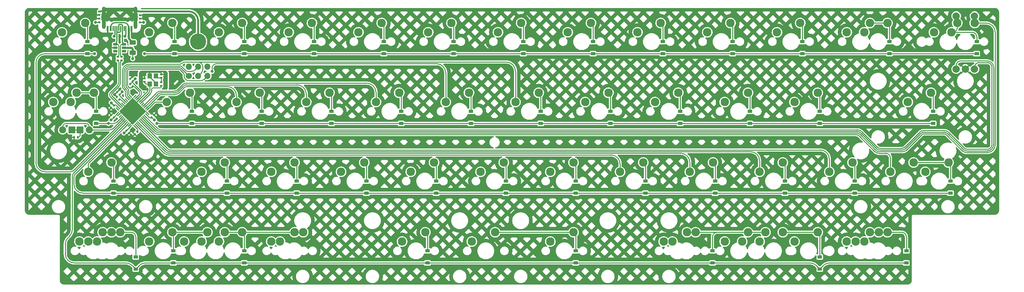
<source format=gbr>
G04 #@! TF.GenerationSoftware,KiCad,Pcbnew,(6.0.5)*
G04 #@! TF.CreationDate,2022-05-30T17:57:35-07:00*
G04 #@! TF.ProjectId,ttocyobItnA,74746f63-796f-4624-9974-6e412e6b6963,rev?*
G04 #@! TF.SameCoordinates,Original*
G04 #@! TF.FileFunction,Copper,L2,Bot*
G04 #@! TF.FilePolarity,Positive*
%FSLAX46Y46*%
G04 Gerber Fmt 4.6, Leading zero omitted, Abs format (unit mm)*
G04 Created by KiCad (PCBNEW (6.0.5)) date 2022-05-30 17:57:35*
%MOMM*%
%LPD*%
G01*
G04 APERTURE LIST*
G04 Aperture macros list*
%AMRoundRect*
0 Rectangle with rounded corners*
0 $1 Rounding radius*
0 $2 $3 $4 $5 $6 $7 $8 $9 X,Y pos of 4 corners*
0 Add a 4 corners polygon primitive as box body*
4,1,4,$2,$3,$4,$5,$6,$7,$8,$9,$2,$3,0*
0 Add four circle primitives for the rounded corners*
1,1,$1+$1,$2,$3*
1,1,$1+$1,$4,$5*
1,1,$1+$1,$6,$7*
1,1,$1+$1,$8,$9*
0 Add four rect primitives between the rounded corners*
20,1,$1+$1,$2,$3,$4,$5,0*
20,1,$1+$1,$4,$5,$6,$7,0*
20,1,$1+$1,$6,$7,$8,$9,0*
20,1,$1+$1,$8,$9,$2,$3,0*%
%AMRotRect*
0 Rectangle, with rotation*
0 The origin of the aperture is its center*
0 $1 length*
0 $2 width*
0 $3 Rotation angle, in degrees counterclockwise*
0 Add horizontal line*
21,1,$1,$2,0,0,$3*%
G04 Aperture macros list end*
G04 #@! TA.AperFunction,ComponentPad*
%ADD10C,0.700000*%
G04 #@! TD*
G04 #@! TA.AperFunction,ComponentPad*
%ADD11C,4.400000*%
G04 #@! TD*
G04 #@! TA.AperFunction,ComponentPad*
%ADD12C,2.300000*%
G04 #@! TD*
G04 #@! TA.AperFunction,ComponentPad*
%ADD13RoundRect,0.285750X-0.666750X-0.666750X0.666750X-0.666750X0.666750X0.666750X-0.666750X0.666750X0*%
G04 #@! TD*
G04 #@! TA.AperFunction,ComponentPad*
%ADD14C,1.905000*%
G04 #@! TD*
G04 #@! TA.AperFunction,ComponentPad*
%ADD15C,2.000000*%
G04 #@! TD*
G04 #@! TA.AperFunction,ComponentPad*
%ADD16C,1.700000*%
G04 #@! TD*
G04 #@! TA.AperFunction,ComponentPad*
%ADD17O,1.700000X1.700000*%
G04 #@! TD*
G04 #@! TA.AperFunction,SMDPad,CuDef*
%ADD18R,1.200000X0.900000*%
G04 #@! TD*
G04 #@! TA.AperFunction,SMDPad,CuDef*
%ADD19RoundRect,0.135000X-0.185000X0.135000X-0.185000X-0.135000X0.185000X-0.135000X0.185000X0.135000X0*%
G04 #@! TD*
G04 #@! TA.AperFunction,SMDPad,CuDef*
%ADD20R,1.200000X1.400000*%
G04 #@! TD*
G04 #@! TA.AperFunction,SMDPad,CuDef*
%ADD21RoundRect,0.140000X-0.170000X0.140000X-0.170000X-0.140000X0.170000X-0.140000X0.170000X0.140000X0*%
G04 #@! TD*
G04 #@! TA.AperFunction,SMDPad,CuDef*
%ADD22RoundRect,0.135000X0.135000X0.185000X-0.135000X0.185000X-0.135000X-0.185000X0.135000X-0.185000X0*%
G04 #@! TD*
G04 #@! TA.AperFunction,SMDPad,CuDef*
%ADD23RoundRect,0.135000X-0.035355X0.226274X-0.226274X0.035355X0.035355X-0.226274X0.226274X-0.035355X0*%
G04 #@! TD*
G04 #@! TA.AperFunction,SMDPad,CuDef*
%ADD24RoundRect,0.250000X0.625000X-0.375000X0.625000X0.375000X-0.625000X0.375000X-0.625000X-0.375000X0*%
G04 #@! TD*
G04 #@! TA.AperFunction,SMDPad,CuDef*
%ADD25RoundRect,0.140000X0.219203X0.021213X0.021213X0.219203X-0.219203X-0.021213X-0.021213X-0.219203X0*%
G04 #@! TD*
G04 #@! TA.AperFunction,SMDPad,CuDef*
%ADD26RoundRect,0.135000X0.185000X-0.135000X0.185000X0.135000X-0.185000X0.135000X-0.185000X-0.135000X0*%
G04 #@! TD*
G04 #@! TA.AperFunction,SMDPad,CuDef*
%ADD27RoundRect,0.140000X-0.219203X-0.021213X-0.021213X-0.219203X0.219203X0.021213X0.021213X0.219203X0*%
G04 #@! TD*
G04 #@! TA.AperFunction,SMDPad,CuDef*
%ADD28RoundRect,0.062500X-0.380070X0.291682X0.291682X-0.380070X0.380070X-0.291682X-0.291682X0.380070X0*%
G04 #@! TD*
G04 #@! TA.AperFunction,SMDPad,CuDef*
%ADD29RoundRect,0.062500X-0.380070X-0.291682X-0.291682X-0.380070X0.380070X0.291682X0.291682X0.380070X0*%
G04 #@! TD*
G04 #@! TA.AperFunction,SMDPad,CuDef*
%ADD30RotRect,5.200000X5.200000X315.000000*%
G04 #@! TD*
G04 #@! TA.AperFunction,SMDPad,CuDef*
%ADD31RoundRect,0.140000X0.021213X-0.219203X0.219203X-0.021213X-0.021213X0.219203X-0.219203X0.021213X0*%
G04 #@! TD*
G04 #@! TA.AperFunction,SMDPad,CuDef*
%ADD32RoundRect,0.150000X-0.475000X-0.150000X0.475000X-0.150000X0.475000X0.150000X-0.475000X0.150000X0*%
G04 #@! TD*
G04 #@! TA.AperFunction,SMDPad,CuDef*
%ADD33R,0.600000X1.450000*%
G04 #@! TD*
G04 #@! TA.AperFunction,SMDPad,CuDef*
%ADD34R,0.300000X1.450000*%
G04 #@! TD*
G04 #@! TA.AperFunction,ComponentPad*
%ADD35O,1.000000X1.600000*%
G04 #@! TD*
G04 #@! TA.AperFunction,ComponentPad*
%ADD36O,1.000000X2.100000*%
G04 #@! TD*
G04 #@! TA.AperFunction,SMDPad,CuDef*
%ADD37RoundRect,0.140000X-0.021213X0.219203X-0.219203X0.021213X0.021213X-0.219203X0.219203X-0.021213X0*%
G04 #@! TD*
G04 #@! TA.AperFunction,SMDPad,CuDef*
%ADD38RoundRect,0.135000X0.226274X0.035355X0.035355X0.226274X-0.226274X-0.035355X-0.035355X-0.226274X0*%
G04 #@! TD*
G04 #@! TA.AperFunction,ViaPad*
%ADD39C,0.700000*%
G04 #@! TD*
G04 #@! TA.AperFunction,ViaPad*
%ADD40C,0.800000*%
G04 #@! TD*
G04 #@! TA.AperFunction,Conductor*
%ADD41C,0.250000*%
G04 #@! TD*
G04 #@! TA.AperFunction,Conductor*
%ADD42C,0.400000*%
G04 #@! TD*
G04 #@! TA.AperFunction,Conductor*
%ADD43C,0.200000*%
G04 #@! TD*
G04 #@! TA.AperFunction,Conductor*
%ADD44C,0.600000*%
G04 #@! TD*
G04 #@! TA.AperFunction,Conductor*
%ADD45C,0.300000*%
G04 #@! TD*
G04 #@! TA.AperFunction,Conductor*
%ADD46C,0.540000*%
G04 #@! TD*
G04 #@! TA.AperFunction,Conductor*
%ADD47C,1.000000*%
G04 #@! TD*
G04 APERTURE END LIST*
D10*
X82170774Y-51166726D03*
X83337500Y-51650000D03*
X81687500Y-50000000D03*
X83337500Y-48350000D03*
X82170774Y-48833274D03*
X84504226Y-51166726D03*
X84987500Y-50000000D03*
D11*
X83337500Y-50000000D03*
D10*
X84504226Y-48833274D03*
D12*
X46190000Y-47460000D03*
X52540000Y-44920000D03*
X246215000Y-104610000D03*
X252565000Y-102070000D03*
X208115000Y-66510000D03*
X214465000Y-63970000D03*
X165252500Y-47460000D03*
X171602500Y-44920000D03*
X241452500Y-47460000D03*
X247802500Y-44920000D03*
X74765000Y-66510000D03*
X81115000Y-63970000D03*
X262883750Y-104610000D03*
X269233750Y-102070000D03*
X150965000Y-66510000D03*
X157315000Y-63970000D03*
X79527500Y-104610000D03*
X85877500Y-102070000D03*
X260502500Y-47460000D03*
X266852500Y-44920000D03*
D13*
X48888750Y-74130000D03*
D14*
X46348750Y-74130000D03*
D15*
X290387500Y-57500000D03*
X295387500Y-57500000D03*
X292887500Y-57500000D03*
X295387500Y-43000000D03*
X290387500Y-43000000D03*
D12*
X179540000Y-85560000D03*
X185890000Y-83020000D03*
X212877500Y-104610000D03*
X219227500Y-102070000D03*
X170015000Y-66510000D03*
X176365000Y-63970000D03*
X55715000Y-104610000D03*
X62065000Y-102070000D03*
X103340000Y-85560000D03*
X109690000Y-83020000D03*
X265265000Y-47460000D03*
X271615000Y-44920000D03*
X265265000Y-104610000D03*
X271615000Y-102070000D03*
X281933750Y-85560000D03*
X288283750Y-83020000D03*
X277171250Y-66510000D03*
X283521250Y-63970000D03*
X146202500Y-47460000D03*
X152552500Y-44920000D03*
X217640000Y-85560000D03*
X223990000Y-83020000D03*
X222402500Y-47460000D03*
X228752500Y-44920000D03*
X112865000Y-66510000D03*
X119215000Y-63970000D03*
D13*
X51111250Y-74130000D03*
D14*
X53651250Y-74130000D03*
D12*
X89052500Y-104610000D03*
X95402500Y-102070000D03*
X141440000Y-85560000D03*
X147790000Y-83020000D03*
X255740000Y-85560000D03*
X262090000Y-83020000D03*
X93815000Y-66510000D03*
X100165000Y-63970000D03*
X284315000Y-47460000D03*
X290665000Y-44920000D03*
X260502500Y-104610000D03*
X266852500Y-102070000D03*
X122390000Y-85560000D03*
X128740000Y-83020000D03*
X131915000Y-66510000D03*
X138265000Y-63970000D03*
X236690000Y-85560000D03*
X243040000Y-83020000D03*
X89052500Y-47460000D03*
X95402500Y-44920000D03*
X53333750Y-104610000D03*
X59683750Y-102070000D03*
X127152500Y-47460000D03*
X133502500Y-44920000D03*
X227165000Y-66510000D03*
X233515000Y-63970000D03*
X210496250Y-104610000D03*
X216846250Y-102070000D03*
X53333750Y-85560000D03*
X59683750Y-83020000D03*
X179540000Y-104610000D03*
X185890000Y-102070000D03*
X70002500Y-47460000D03*
X76352500Y-44920000D03*
X231927500Y-104610000D03*
X238277500Y-102070000D03*
X189065000Y-66510000D03*
X195415000Y-63970000D03*
X70002500Y-104610000D03*
X76352500Y-102070000D03*
X84290000Y-85560000D03*
X90640000Y-83020000D03*
X203352500Y-47460000D03*
X209702500Y-44920000D03*
X289077500Y-47460000D03*
X295427500Y-44920000D03*
X43808750Y-66510000D03*
X50158750Y-63970000D03*
X105721250Y-104610000D03*
X112071250Y-102070000D03*
X108102500Y-47460000D03*
X114452500Y-44920000D03*
X227165000Y-104610000D03*
X233515000Y-102070000D03*
X139058750Y-104610000D03*
X145408750Y-102070000D03*
X50952500Y-104610000D03*
X57302500Y-102070000D03*
X103340000Y-104610000D03*
X109690000Y-102070000D03*
X272408750Y-85560000D03*
X278758750Y-83020000D03*
X158108750Y-104610000D03*
X164458750Y-102070000D03*
X236690000Y-104610000D03*
X243040000Y-102070000D03*
X198590000Y-85560000D03*
X204940000Y-83020000D03*
X84290000Y-104610000D03*
X90640000Y-102070000D03*
X184302500Y-47460000D03*
X190652500Y-44920000D03*
X246215000Y-66510000D03*
X252565000Y-63970000D03*
D16*
X80797500Y-59387500D03*
D17*
X80797500Y-56847500D03*
X83337500Y-59387500D03*
X83337500Y-56847500D03*
X85877500Y-59387500D03*
X85877500Y-56847500D03*
D12*
X160490000Y-85560000D03*
X166840000Y-83020000D03*
X48571250Y-66510000D03*
X54921250Y-63970000D03*
D18*
X295987500Y-53300000D03*
X295987500Y-50000000D03*
D19*
X61406250Y-54140000D03*
X61406250Y-55160000D03*
D18*
X119775000Y-72350000D03*
X119775000Y-69050000D03*
X153112500Y-53300000D03*
X153112500Y-50000000D03*
X76912500Y-53300000D03*
X76912500Y-50000000D03*
X176925000Y-72350000D03*
X176925000Y-69050000D03*
X100725000Y-72350000D03*
X100725000Y-69050000D03*
X210262500Y-53300000D03*
X210262500Y-50000000D03*
X134062500Y-53300000D03*
X134062500Y-50000000D03*
X129300000Y-91400000D03*
X129300000Y-88100000D03*
X224550000Y-91400000D03*
X224550000Y-88100000D03*
D20*
X71855932Y-59397543D03*
X71855932Y-61597543D03*
X70155932Y-61597543D03*
X70155932Y-59397543D03*
D18*
X55481250Y-72350000D03*
X55481250Y-69050000D03*
X91200000Y-91400000D03*
X91200000Y-88100000D03*
X253125000Y-72350000D03*
X253125000Y-69050000D03*
X115012500Y-53300000D03*
X115012500Y-50000000D03*
X145968750Y-110450000D03*
X145968750Y-107150000D03*
X148350000Y-91400000D03*
X148350000Y-88100000D03*
D21*
X73279365Y-58917542D03*
X73279365Y-59877542D03*
D18*
X95962500Y-110450000D03*
X95962500Y-107150000D03*
X205500000Y-91400000D03*
X205500000Y-88100000D03*
X110250000Y-91400000D03*
X110250000Y-88100000D03*
X186450000Y-91400000D03*
X186450000Y-88100000D03*
X284081250Y-72350000D03*
X284081250Y-69050000D03*
D21*
X56336250Y-41775000D03*
X56336250Y-42735000D03*
D18*
X215025000Y-72350000D03*
X215025000Y-69050000D03*
X76594450Y-110450000D03*
X76594450Y-107150000D03*
X248362500Y-53300000D03*
X248362500Y-50000000D03*
X95962500Y-53300000D03*
X95962500Y-50000000D03*
D19*
X62406250Y-54140000D03*
X62406250Y-55160000D03*
D22*
X50510000Y-76100000D03*
X49490000Y-76100000D03*
D23*
X66763292Y-74577807D03*
X66042044Y-75299055D03*
D19*
X67476250Y-41745000D03*
X67476250Y-42765000D03*
D18*
X272175000Y-53300000D03*
X272175000Y-50000000D03*
D24*
X65478125Y-53050000D03*
X65478125Y-50250000D03*
D18*
X138825000Y-72350000D03*
X138825000Y-69050000D03*
D25*
X61880719Y-65806147D03*
X61201897Y-65127325D03*
X61909003Y-64420218D03*
X61230181Y-63741396D03*
D21*
X68732500Y-60017542D03*
X68732500Y-60977542D03*
D18*
X157875000Y-72350000D03*
X157875000Y-69050000D03*
D26*
X67476250Y-44765000D03*
X67476250Y-43745000D03*
D18*
X229312500Y-53300000D03*
X229312500Y-50000000D03*
X167400000Y-91400000D03*
X167400000Y-88100000D03*
D27*
X63825263Y-74238396D03*
X64504085Y-74917218D03*
D28*
X61350389Y-68457798D03*
X61703943Y-68104245D03*
X62057496Y-67750691D03*
X62411049Y-67397138D03*
X62764603Y-67043585D03*
X63118156Y-66690031D03*
X63471710Y-66336478D03*
X63825263Y-65982924D03*
X64178816Y-65629371D03*
X64532370Y-65275818D03*
X64885923Y-64922264D03*
D29*
X66070327Y-64922264D03*
X66423880Y-65275818D03*
X66777434Y-65629371D03*
X67130987Y-65982924D03*
X67484540Y-66336478D03*
X67838094Y-66690031D03*
X68191647Y-67043585D03*
X68545201Y-67397138D03*
X68898754Y-67750691D03*
X69252307Y-68104245D03*
X69605861Y-68457798D03*
D28*
X69605861Y-69642202D03*
X69252307Y-69995755D03*
X68898754Y-70349309D03*
X68545201Y-70702862D03*
X68191647Y-71056415D03*
X67838094Y-71409969D03*
X67484540Y-71763522D03*
X67130987Y-72117076D03*
X66777434Y-72470629D03*
X66423880Y-72824182D03*
X66070327Y-73177736D03*
D29*
X64885923Y-73177736D03*
X64532370Y-72824182D03*
X64178816Y-72470629D03*
X63825263Y-72117076D03*
X63471710Y-71763522D03*
X63118156Y-71409969D03*
X62764603Y-71056415D03*
X62411049Y-70702862D03*
X62057496Y-70349309D03*
X61703943Y-69995755D03*
X61350389Y-69642202D03*
D30*
X65478125Y-69050000D03*
D18*
X253125000Y-112100000D03*
X253125000Y-108800000D03*
X172162500Y-53300000D03*
X172162500Y-50000000D03*
X191212500Y-53300000D03*
X191212500Y-50000000D03*
D26*
X56336250Y-44765000D03*
X56336250Y-43745000D03*
D18*
X60243750Y-91400000D03*
X60243750Y-88100000D03*
X81675000Y-72350000D03*
X81675000Y-69050000D03*
D25*
X60289729Y-70702862D03*
X59610907Y-70024040D03*
D18*
X234075000Y-72350000D03*
X234075000Y-69050000D03*
D31*
X70666521Y-70702862D03*
X71345343Y-70024040D03*
D18*
X66308750Y-112100000D03*
X66308750Y-108800000D03*
X288843750Y-91400000D03*
X288843750Y-88100000D03*
X186450000Y-110450000D03*
X186450000Y-107150000D03*
D32*
X60731250Y-52600000D03*
X60731250Y-51650000D03*
X60731250Y-50700000D03*
X63081250Y-50700000D03*
X63081250Y-51650000D03*
X63081250Y-52600000D03*
D18*
X276770000Y-110450000D03*
X276770000Y-107150000D03*
X223831250Y-110450000D03*
X223831250Y-107150000D03*
X243600000Y-91400000D03*
X243600000Y-88100000D03*
X53100000Y-53300000D03*
X53100000Y-50000000D03*
D33*
X58656250Y-46385000D03*
X59456250Y-46385000D03*
D34*
X60656250Y-46385000D03*
X61656250Y-46385000D03*
X62156250Y-46385000D03*
X63156250Y-46385000D03*
D33*
X64356250Y-46385000D03*
X65156250Y-46385000D03*
X65156250Y-46385000D03*
X64356250Y-46385000D03*
D34*
X63656250Y-46385000D03*
X62656250Y-46385000D03*
X61156250Y-46385000D03*
X60156250Y-46385000D03*
D33*
X59456250Y-46385000D03*
X58656250Y-46385000D03*
D35*
X66226250Y-41290000D03*
D36*
X57586250Y-45470000D03*
D35*
X57586250Y-41290000D03*
D36*
X66226250Y-45470000D03*
D37*
X60289729Y-67397138D03*
X59610907Y-68075960D03*
D18*
X195975000Y-72350000D03*
X195975000Y-69050000D03*
D25*
X65492267Y-60836954D03*
X64813445Y-60158132D03*
D18*
X262650000Y-91400000D03*
X262650000Y-88100000D03*
D38*
X65506409Y-62265310D03*
X64785161Y-61544062D03*
D19*
X73279365Y-61087543D03*
X73279365Y-62107543D03*
D39*
X68732500Y-59017542D03*
D40*
X66763292Y-76020305D03*
X55336250Y-42735000D03*
X55336250Y-43745000D03*
X63796979Y-75624325D03*
X74378898Y-60497542D03*
X60523074Y-64448503D03*
X58932084Y-67397138D03*
X65520551Y-59451025D03*
X58903800Y-70731146D03*
X72052450Y-70731146D03*
X61906250Y-48517500D03*
X61937288Y-63034289D03*
X68476250Y-43745000D03*
X68476250Y-42765000D03*
X87147500Y-58117500D03*
X55336250Y-44765000D03*
X60406250Y-48517500D03*
X63406250Y-48517500D03*
X68476250Y-44765000D03*
X59582622Y-71409969D03*
X59610906Y-66718315D03*
X71373628Y-71409969D03*
X65478125Y-54650000D03*
X66199374Y-60129848D03*
X62616110Y-63713112D03*
X63118156Y-74945503D03*
X68732500Y-53300000D03*
X55080000Y-53300000D03*
X58903800Y-72350000D03*
X72052450Y-72350000D03*
D41*
X70155934Y-59397542D02*
X70155932Y-58873031D01*
X68732500Y-60017541D02*
X68597980Y-60017541D01*
X68597980Y-58373032D02*
X69655933Y-58373031D01*
X70155934Y-59440435D02*
X70155934Y-59397542D01*
X64532370Y-72824182D02*
X66538785Y-70817767D01*
X64504085Y-74917219D02*
X63796979Y-75624325D01*
X68097980Y-60517542D02*
X68097980Y-62122055D01*
X59610906Y-70024040D02*
X58903800Y-70731146D01*
X67476250Y-43745000D02*
X68476250Y-43745000D01*
X62764603Y-67043585D02*
X64771018Y-69050000D01*
X67476250Y-42765000D02*
X68476250Y-42765000D01*
X56336250Y-42735000D02*
X55336250Y-42735000D01*
D42*
X58656250Y-46385000D02*
X58656250Y-48385000D01*
D41*
X74378898Y-59417542D02*
X74378898Y-60497542D01*
X71855933Y-61597542D02*
X71855933Y-61554649D01*
X68597979Y-62622053D02*
X69206413Y-62622053D01*
X73279365Y-58623031D02*
X73279365Y-58917543D01*
X69559966Y-63553946D02*
X67130987Y-65982923D01*
X71345344Y-70024040D02*
X72052450Y-70731146D01*
X71709485Y-61201095D02*
X70302378Y-59793988D01*
X69655933Y-58373031D02*
X73029365Y-58373032D01*
X68732500Y-60017541D02*
X68732500Y-59017542D01*
X66042043Y-75299056D02*
X66763292Y-76020305D01*
X68097981Y-58873031D02*
X68097980Y-60517542D01*
X64417465Y-67989340D02*
X65478125Y-69050000D01*
X64813445Y-60158132D02*
X65520551Y-59451025D01*
X59610906Y-68075960D02*
X58932084Y-67397138D01*
D43*
X69605861Y-69642202D02*
X67599445Y-67635786D01*
D41*
X61230181Y-63741396D02*
X61937288Y-63034289D01*
X73279365Y-58917542D02*
X73878898Y-58917542D01*
D43*
X66892339Y-67635786D02*
X65478125Y-69050000D01*
D42*
X65156250Y-46385000D02*
X65156250Y-48385000D01*
D41*
X66538785Y-70110660D02*
X65478125Y-69050000D01*
X56336250Y-43745000D02*
X55336250Y-43745000D01*
X69706413Y-63122053D02*
X69706413Y-63200392D01*
X67130987Y-65982924D02*
X65124572Y-67989340D01*
X65124572Y-68696447D02*
X65478125Y-69050000D01*
X61201897Y-65127325D02*
X60523074Y-64448503D01*
X61703943Y-69995755D02*
X63710358Y-67989340D01*
X73878898Y-58917502D02*
G75*
G02*
X74378898Y-59417542I2J-499998D01*
G01*
D43*
X67599444Y-67635787D02*
G75*
G03*
X66892340Y-67635787I-353552J-353554D01*
G01*
D41*
X71709467Y-61201113D02*
G75*
G02*
X71855933Y-61554649I-353567J-353587D01*
G01*
X64771019Y-69049999D02*
G75*
G03*
X65478125Y-69050000I353553J353555D01*
G01*
X68098041Y-60517542D02*
G75*
G02*
X68597980Y-60017541I499959J42D01*
G01*
X69559973Y-63553953D02*
G75*
G03*
X69706413Y-63200392I-353573J353553D01*
G01*
X65124579Y-67989347D02*
G75*
G03*
X65124572Y-68696447I353521J-353553D01*
G01*
X73029365Y-58373035D02*
G75*
G02*
X73279365Y-58623031I35J-249965D01*
G01*
X69206413Y-62622087D02*
G75*
G02*
X69706413Y-63122053I-13J-500013D01*
G01*
X66538771Y-70817753D02*
G75*
G03*
X66538784Y-70110661I-353571J353553D01*
G01*
X70155898Y-59440435D02*
G75*
G03*
X70302378Y-59793988I500002J35D01*
G01*
X68597980Y-58372981D02*
G75*
G03*
X68097981Y-58873031I20J-500019D01*
G01*
X64417465Y-67989340D02*
G75*
G03*
X63710358Y-67989340I-353553J-353556D01*
G01*
X68597979Y-62622120D02*
G75*
G02*
X68097980Y-62122055I21J500020D01*
G01*
X70155869Y-58873031D02*
G75*
G03*
X69655933Y-58373031I-499969J31D01*
G01*
D44*
X64722367Y-49494242D02*
X65478125Y-50250000D01*
D45*
X60706250Y-44810969D02*
X63106250Y-44810969D01*
X64356250Y-46060969D02*
X64356250Y-46385000D01*
D44*
X64356250Y-46385000D02*
X64356250Y-48610358D01*
D45*
X59456250Y-46385000D02*
X59456250Y-46060969D01*
D44*
X64722336Y-49494273D02*
G75*
G02*
X64356250Y-48610358I883964J883873D01*
G01*
D45*
X64356231Y-46060969D02*
G75*
G03*
X63106250Y-44810969I-1250031J-31D01*
G01*
X60706250Y-44810950D02*
G75*
G03*
X59456250Y-46060969I50J-1250050D01*
G01*
D46*
X67476250Y-41745000D02*
X67199017Y-41745000D01*
X56336250Y-41775000D02*
X56583483Y-41775000D01*
D47*
X66226250Y-41290000D02*
X66226250Y-45470000D01*
X57586250Y-45470000D02*
X57586250Y-41290000D01*
D46*
X83337500Y-44245000D02*
X83337500Y-50000000D01*
D47*
X57586250Y-41290000D02*
X66226250Y-41290000D01*
D46*
X67476250Y-41745000D02*
X80837500Y-41745000D01*
X57467367Y-41408883D02*
X57586250Y-41290000D01*
X66315133Y-41378883D02*
X66226250Y-41290000D01*
X57467375Y-41408891D02*
G75*
G02*
X56583483Y-41775000I-883875J883891D01*
G01*
X80837500Y-41745000D02*
G75*
G02*
X83337500Y-44245000I0J-2500000D01*
G01*
X66315125Y-41378891D02*
G75*
G03*
X67199017Y-41745000I883875J883891D01*
G01*
D41*
X53100000Y-50000000D02*
X53100000Y-45420000D01*
X52600000Y-44920000D02*
X52540000Y-44920000D01*
X53100000Y-45420000D02*
G75*
G03*
X52600000Y-44920000I-500000J0D01*
G01*
X76912500Y-50000000D02*
X76912500Y-45420000D01*
X76412500Y-44920000D02*
X76352500Y-44920000D01*
X76912500Y-45420000D02*
G75*
G03*
X76412500Y-44920000I-500000J0D01*
G01*
X95462500Y-44920000D02*
X95402500Y-44920000D01*
X95962500Y-50000000D02*
X95962500Y-45420000D01*
X95962500Y-45420000D02*
G75*
G03*
X95462500Y-44920000I-500000J0D01*
G01*
X115012500Y-50000000D02*
X115012500Y-45420000D01*
X114512500Y-44920000D02*
X114452500Y-44920000D01*
X114512500Y-44920000D02*
G75*
G02*
X115012500Y-45420000I0J-500000D01*
G01*
X133562500Y-44920000D02*
X133502500Y-44920000D01*
X134062500Y-50000000D02*
X134062500Y-45420000D01*
X133562500Y-44920000D02*
G75*
G02*
X134062500Y-45420000I0J-500000D01*
G01*
X153112500Y-50000000D02*
X153112500Y-45420000D01*
X152612500Y-44920000D02*
X152552500Y-44920000D01*
X152612500Y-44920000D02*
G75*
G02*
X153112500Y-45420000I0J-500000D01*
G01*
X172162500Y-50000000D02*
X172162500Y-45420000D01*
X171662500Y-44920000D02*
X171602500Y-44920000D01*
X172162500Y-45420000D02*
G75*
G03*
X171662500Y-44920000I-500000J0D01*
G01*
X191212500Y-50000000D02*
X191212500Y-45420000D01*
X190712500Y-44920000D02*
X190652500Y-44920000D01*
X190712500Y-44920000D02*
G75*
G02*
X191212500Y-45420000I0J-500000D01*
G01*
X209762500Y-44920000D02*
X209702500Y-44920000D01*
X210262500Y-50000000D02*
X210262500Y-45420000D01*
X210262500Y-45420000D02*
G75*
G03*
X209762500Y-44920000I-500000J0D01*
G01*
X229312500Y-50000000D02*
X229312500Y-45420000D01*
X228812500Y-44920000D02*
X228752500Y-44920000D01*
X229312500Y-45420000D02*
G75*
G03*
X228812500Y-44920000I-500000J0D01*
G01*
X248362500Y-50000000D02*
X248362500Y-45420000D01*
X247862500Y-44920000D02*
X247802500Y-44920000D01*
X248362500Y-45420000D02*
G75*
G03*
X247862500Y-44920000I-500000J0D01*
G01*
X266852500Y-44920000D02*
X271615000Y-44920000D01*
X271675000Y-44920000D02*
X271615000Y-44920000D01*
X272175000Y-50000000D02*
X272175000Y-45420000D01*
X271675000Y-44920000D02*
G75*
G02*
X272175000Y-45420000I0J-500000D01*
G01*
X290665000Y-44920000D02*
X290665000Y-43250000D01*
X290665000Y-46210000D02*
X290665000Y-44920000D01*
X295987500Y-50000000D02*
X295987500Y-48710000D01*
X294737500Y-47460000D02*
X289077500Y-47460000D01*
X289077500Y-47460000D02*
X289415000Y-47460000D01*
X290415000Y-43000000D02*
X290387500Y-43000000D01*
X290665000Y-46210000D02*
G75*
G02*
X289415000Y-47460000I-1250000J0D01*
G01*
X295987500Y-48710000D02*
G75*
G03*
X294737500Y-47460000I-1250000J0D01*
G01*
X290665000Y-43250000D02*
G75*
G03*
X290415000Y-43000000I-250000J0D01*
G01*
X50158750Y-63970000D02*
X54921250Y-63970000D01*
X55481250Y-69050000D02*
X55481250Y-64470000D01*
X54981250Y-63970000D02*
X54921250Y-63970000D01*
X55481200Y-64470000D02*
G75*
G03*
X54981250Y-63970000I-500000J0D01*
G01*
X81675000Y-69050000D02*
X81675000Y-64470000D01*
X81175000Y-63970000D02*
X81115000Y-63970000D01*
X81175000Y-63970000D02*
G75*
G02*
X81675000Y-64470000I0J-500000D01*
G01*
X100225000Y-63970000D02*
X100165000Y-63970000D01*
X100725000Y-69050000D02*
X100725000Y-64470000D01*
X100225000Y-63970000D02*
G75*
G02*
X100725000Y-64470000I0J-500000D01*
G01*
X119775000Y-69050000D02*
X119775000Y-64470000D01*
X119275000Y-63970000D02*
X119215000Y-63970000D01*
X119275000Y-63970000D02*
G75*
G02*
X119775000Y-64470000I0J-500000D01*
G01*
X138825000Y-69050000D02*
X138825000Y-64470000D01*
X138325000Y-63970000D02*
X138265000Y-63970000D01*
X138325000Y-63970000D02*
G75*
G02*
X138825000Y-64470000I0J-500000D01*
G01*
X157375000Y-63970000D02*
X157315000Y-63970000D01*
X157875000Y-69050000D02*
X157875000Y-64470000D01*
X157875000Y-64470000D02*
G75*
G03*
X157375000Y-63970000I-500000J0D01*
G01*
X176425000Y-63970000D02*
X176365000Y-63970000D01*
X176925000Y-69050000D02*
X176925000Y-64470000D01*
X176925000Y-64470000D02*
G75*
G03*
X176425000Y-63970000I-500000J0D01*
G01*
X195975000Y-69050000D02*
X195975000Y-64470000D01*
X195475000Y-63970000D02*
X195415000Y-63970000D01*
X195975000Y-64470000D02*
G75*
G03*
X195475000Y-63970000I-500000J0D01*
G01*
X215025000Y-69050000D02*
X215025000Y-64470000D01*
X214525000Y-63970000D02*
X214465000Y-63970000D01*
X214525000Y-63970000D02*
G75*
G02*
X215025000Y-64470000I0J-500000D01*
G01*
X233575000Y-63970000D02*
X233515000Y-63970000D01*
X234075000Y-69050000D02*
X234075000Y-64470000D01*
X233575000Y-63970000D02*
G75*
G02*
X234075000Y-64470000I0J-500000D01*
G01*
X253125000Y-69050000D02*
X253125000Y-64470000D01*
X252625000Y-63970000D02*
X252565000Y-63970000D01*
X252625000Y-63970000D02*
G75*
G02*
X253125000Y-64470000I0J-500000D01*
G01*
X283581250Y-63970000D02*
X283521250Y-63970000D01*
X284081250Y-69050000D02*
X284081250Y-64470000D01*
X283581250Y-63969950D02*
G75*
G02*
X284081250Y-64470000I-50J-500050D01*
G01*
X60243750Y-88100000D02*
X60243750Y-83520000D01*
X59743750Y-83020000D02*
X59683750Y-83020000D01*
X59743750Y-83019950D02*
G75*
G02*
X60243750Y-83520000I-50J-500050D01*
G01*
X90700000Y-83020000D02*
X90640000Y-83020000D01*
X91200000Y-88100000D02*
X91200000Y-83520000D01*
X91200000Y-83520000D02*
G75*
G03*
X90700000Y-83020000I-500000J0D01*
G01*
X110250000Y-88100000D02*
X110250000Y-83520000D01*
X109750000Y-83020000D02*
X109690000Y-83020000D01*
X109750000Y-83020000D02*
G75*
G02*
X110250000Y-83520000I0J-500000D01*
G01*
X128800000Y-83020000D02*
X128740000Y-83020000D01*
X129300000Y-88100000D02*
X129300000Y-83520000D01*
X129300000Y-83520000D02*
G75*
G03*
X128800000Y-83020000I-500000J0D01*
G01*
X148350000Y-88100000D02*
X148350000Y-83520000D01*
X147850000Y-83020000D02*
X147790000Y-83020000D01*
X147850000Y-83020000D02*
G75*
G02*
X148350000Y-83520000I0J-500000D01*
G01*
X167400000Y-88100000D02*
X167400000Y-83520000D01*
X166900000Y-83020000D02*
X166840000Y-83020000D01*
X166900000Y-83020000D02*
G75*
G02*
X167400000Y-83520000I0J-500000D01*
G01*
X186450000Y-88100000D02*
X186450000Y-83520000D01*
X185950000Y-83020000D02*
X185890000Y-83020000D01*
X185950000Y-83020000D02*
G75*
G02*
X186450000Y-83520000I0J-500000D01*
G01*
X205000000Y-83020000D02*
X204940000Y-83020000D01*
X205500000Y-88100000D02*
X205500000Y-83520000D01*
X205500000Y-83520000D02*
G75*
G03*
X205000000Y-83020000I-500000J0D01*
G01*
X224050000Y-83020000D02*
X223990000Y-83020000D01*
X224550000Y-88100000D02*
X224550000Y-83520000D01*
X224550000Y-83520000D02*
G75*
G03*
X224050000Y-83020000I-500000J0D01*
G01*
X243100000Y-83020000D02*
X243040000Y-83020000D01*
X243600000Y-88100000D02*
X243600000Y-83520000D01*
X243100000Y-83020000D02*
G75*
G02*
X243600000Y-83520000I0J-500000D01*
G01*
X262150000Y-83020000D02*
X262090000Y-83020000D01*
X262650000Y-88100000D02*
X262650000Y-83520000D01*
X262650000Y-83520000D02*
G75*
G03*
X262150000Y-83020000I-500000J0D01*
G01*
X278758750Y-83020000D02*
X288283750Y-83020000D01*
X288843750Y-88100000D02*
X288843750Y-83520000D01*
X288343750Y-83020000D02*
X288283750Y-83020000D01*
X288343750Y-83019950D02*
G75*
G02*
X288843750Y-83520000I-50J-500050D01*
G01*
X51111250Y-74130000D02*
X51111250Y-75600000D01*
X48888750Y-74130000D02*
X51111250Y-74130000D01*
X50611250Y-76100000D02*
X50510000Y-76100000D01*
X50611250Y-76100050D02*
G75*
G03*
X51111250Y-75600000I-50J500050D01*
G01*
X47348750Y-72350000D02*
X52651250Y-72350000D01*
X53651250Y-73350000D02*
X53651250Y-74130000D01*
X53651250Y-74130000D02*
X59173251Y-74130000D01*
X46348750Y-74130000D02*
X46348750Y-73350000D01*
X60057135Y-73763883D02*
X62764603Y-71056415D01*
X47348750Y-72350050D02*
G75*
G03*
X46348750Y-73350000I-50J-999950D01*
G01*
X59173251Y-74129965D02*
G75*
G03*
X60057135Y-73763883I49J1249965D01*
G01*
X52651250Y-72350050D02*
G75*
G02*
X53651250Y-73350000I50J-999950D01*
G01*
X64178816Y-72470630D02*
X53699866Y-82949580D01*
X53333750Y-83833463D02*
X53333750Y-85560000D01*
X53699895Y-82949609D02*
G75*
G03*
X53333750Y-83833463I883805J-883891D01*
G01*
X74765000Y-66510000D02*
X72071426Y-66510000D01*
X71187542Y-66876117D02*
X69605861Y-68457798D01*
X71187529Y-66876104D02*
G75*
G02*
X72071426Y-66510000I883871J-883896D01*
G01*
X78152010Y-63944332D02*
X79479457Y-62616886D01*
X80363340Y-62250770D02*
X91315000Y-62250770D01*
X93815000Y-64750770D02*
X93815000Y-66510000D01*
X73454799Y-64419520D02*
X77004804Y-64419520D01*
X69252307Y-68104245D02*
X72570916Y-64785636D01*
X78152013Y-63944335D02*
G75*
G02*
X77004804Y-64419520I-1147213J1147235D01*
G01*
X93815030Y-64750770D02*
G75*
G03*
X91315000Y-62250770I-2500030J-30D01*
G01*
X80363340Y-62250808D02*
G75*
G03*
X79479458Y-62616887I-40J-1249992D01*
G01*
X73454799Y-64419514D02*
G75*
G03*
X72570916Y-64785636I1J-1249986D01*
G01*
X112865000Y-64301250D02*
X112865000Y-66510000D01*
X77911278Y-63549347D02*
X79238723Y-62221902D01*
X73303908Y-63970000D02*
X76895732Y-63970000D01*
X80254268Y-61801250D02*
X110365000Y-61801250D01*
X68898754Y-67750691D02*
X72237883Y-64411562D01*
X77911262Y-63549331D02*
G75*
G02*
X76895732Y-63970000I-1015562J1015531D01*
G01*
X80254268Y-61801214D02*
G75*
G03*
X79238724Y-62221903I32J-1436186D01*
G01*
X73303908Y-63970010D02*
G75*
G03*
X72237883Y-64411562I-8J-1507590D01*
G01*
X112864950Y-64301250D02*
G75*
G03*
X110365000Y-61801250I-2499950J50D01*
G01*
X73153017Y-63520480D02*
X76786660Y-63520480D01*
X80145195Y-61351730D02*
X129415000Y-61351730D01*
X77670544Y-63154363D02*
X78997989Y-61826918D01*
X68545201Y-67397138D02*
X71904850Y-64037488D01*
X131915000Y-63851730D02*
X131915000Y-66510000D01*
X131914970Y-63851730D02*
G75*
G03*
X129415000Y-61351730I-2499970J30D01*
G01*
X73153017Y-63520506D02*
G75*
G03*
X71904850Y-64037488I-17J-1765194D01*
G01*
X78997997Y-61826926D02*
G75*
G02*
X80145195Y-61351730I1147203J-1147174D01*
G01*
X76786660Y-63520457D02*
G75*
G03*
X77670544Y-63154363I40J1249957D01*
G01*
X88417500Y-56027020D02*
X148465000Y-56027020D01*
X64529405Y-57072260D02*
X78198027Y-57072260D01*
X64885923Y-64922264D02*
X64529221Y-64565562D01*
X87147500Y-58117500D02*
X87147500Y-57297020D01*
X63579886Y-61972922D02*
X63579886Y-58021779D01*
X64127256Y-62804524D02*
X63780869Y-62458137D01*
X150965000Y-58527020D02*
X150965000Y-66510000D01*
X64382774Y-64212008D02*
X64382774Y-63421400D01*
X78683243Y-57273243D02*
X80797500Y-59387500D01*
X64529405Y-57072286D02*
G75*
G03*
X63579886Y-58021779I-5J-949514D01*
G01*
X150964980Y-58527020D02*
G75*
G03*
X148465000Y-56027020I-2499980J20D01*
G01*
X78683238Y-57273248D02*
G75*
G03*
X78198027Y-57072260I-485238J-485252D01*
G01*
X63579876Y-61972922D02*
G75*
G03*
X63780869Y-62458137I686224J22D01*
G01*
X64382776Y-64212008D02*
G75*
G03*
X64529221Y-64565562I500024J8D01*
G01*
X88417500Y-56027000D02*
G75*
G03*
X87147500Y-57297020I0J-1270000D01*
G01*
X64127252Y-62804528D02*
G75*
G02*
X64382774Y-63421400I-616852J-616872D01*
G01*
X170015000Y-58077500D02*
X170015000Y-66510000D01*
X84607500Y-56847500D02*
X84607500Y-57591449D01*
X62680847Y-62191065D02*
X62680847Y-58021778D01*
X78923977Y-55917701D02*
X79008659Y-55833019D01*
X63483734Y-64614751D02*
X63483734Y-63639543D01*
X63337287Y-63285989D02*
X62990901Y-62939603D01*
X64178816Y-65629371D02*
X63709682Y-65160237D01*
X79625536Y-55577500D02*
X167515000Y-55577500D01*
X84235525Y-58489475D02*
X83337500Y-59387500D01*
X64529405Y-56173220D02*
X78307100Y-56173220D01*
X63337315Y-63285961D02*
G75*
G02*
X63483734Y-63639543I-353615J-353539D01*
G01*
X64529405Y-56173247D02*
G75*
G03*
X62680847Y-58021778I-5J-1848553D01*
G01*
X79625536Y-55577527D02*
G75*
G03*
X79008659Y-55833019I-36J-872373D01*
G01*
X84235501Y-58489451D02*
G75*
G03*
X84607500Y-57591449I-898001J898051D01*
G01*
X62680860Y-62191065D02*
G75*
G03*
X62990901Y-62939603I1058540J-35D01*
G01*
X63483779Y-64614751D02*
G75*
G03*
X63709682Y-65160237I771421J-49D01*
G01*
X84607500Y-56847500D02*
G75*
G03*
X83337500Y-55577500I-1270000J0D01*
G01*
X167515000Y-55577500D02*
G75*
G02*
X170015000Y-58077500I0J-2500000D01*
G01*
X78923982Y-55917706D02*
G75*
G02*
X78307100Y-56173220I-616882J616906D01*
G01*
X196090000Y-80934280D02*
X75371833Y-80934280D01*
X198590000Y-85560000D02*
X198590000Y-83434280D01*
X73941525Y-80341827D02*
X66423880Y-72824182D01*
X73941505Y-80341847D02*
G75*
G03*
X75371833Y-80934280I1430295J1430347D01*
G01*
X196090000Y-80934300D02*
G75*
G02*
X198590000Y-83434280I0J-2500000D01*
G01*
X217640000Y-85560000D02*
X217640000Y-82984760D01*
X74274558Y-79967753D02*
X66777434Y-72470629D01*
X215140000Y-80484760D02*
X75522724Y-80484760D01*
X215140000Y-80484800D02*
G75*
G02*
X217640000Y-82984760I0J-2500000D01*
G01*
X74274549Y-79967762D02*
G75*
G03*
X75522724Y-80484760I1248151J1248162D01*
G01*
X234190000Y-80035240D02*
X75673615Y-80035240D01*
X236690000Y-85560000D02*
X236690000Y-82535240D01*
X74607591Y-79593679D02*
X67130987Y-72117076D01*
X234190000Y-80035200D02*
G75*
G02*
X236690000Y-82535240I0J-2500000D01*
G01*
X75673615Y-80035243D02*
G75*
G02*
X74607591Y-79593679I-15J1507543D01*
G01*
X253240000Y-79585720D02*
X75824505Y-79585720D01*
X255740000Y-85560000D02*
X255740000Y-82085720D01*
X74940621Y-79219603D02*
X67484540Y-71763522D01*
X74940614Y-79219610D02*
G75*
G03*
X75824505Y-79585720I883886J883910D01*
G01*
X253240000Y-79585700D02*
G75*
G02*
X255740000Y-82085720I0J-2500000D01*
G01*
X71249952Y-74821827D02*
X67838094Y-71409969D01*
X72680260Y-75414280D02*
X263028956Y-75414280D01*
X268121997Y-79989555D02*
X263912840Y-75780397D01*
X272408750Y-85560000D02*
X272408750Y-81769280D01*
X271158750Y-80519280D02*
X269400865Y-80519280D01*
X268122017Y-79989535D02*
G75*
G03*
X269400865Y-80519280I1278883J1278835D01*
G01*
X263912866Y-75780371D02*
G75*
G03*
X263028956Y-75414280I-883866J-883929D01*
G01*
X71249968Y-74821811D02*
G75*
G03*
X72680260Y-75414280I1430332J1430311D01*
G01*
X271158750Y-80519250D02*
G75*
G02*
X272408750Y-81769280I-50J-1250050D01*
G01*
X71582985Y-74447753D02*
X68191647Y-71056415D01*
X264153573Y-75385412D02*
X268362733Y-79594572D01*
X293229341Y-80294520D02*
X298882980Y-80294520D01*
X301032020Y-78145480D02*
X301032020Y-47420000D01*
X72831152Y-74964760D02*
X263138028Y-74964759D01*
X269509938Y-80069760D02*
X275674061Y-80069760D01*
X298532020Y-44920000D02*
X295427500Y-44920000D01*
X295387500Y-43000000D02*
X295387500Y-44880000D01*
X281744085Y-75189520D02*
X286934557Y-75189520D01*
X276821266Y-79594572D02*
X280860202Y-75555636D01*
X287818441Y-75555637D02*
X292082136Y-79819332D01*
X292082110Y-79819358D02*
G75*
G03*
X293229341Y-80294520I1147190J1147258D01*
G01*
X276821279Y-79594585D02*
G75*
G02*
X275674061Y-80069760I-1147179J1147185D01*
G01*
X287818458Y-75555620D02*
G75*
G03*
X286934557Y-75189520I-883858J-883880D01*
G01*
X71583012Y-74447726D02*
G75*
G03*
X72831151Y-74964760I1248188J1248126D01*
G01*
X295427500Y-44920000D02*
G75*
G02*
X295387500Y-44880000I0J40000D01*
G01*
X298532020Y-44919980D02*
G75*
G02*
X301032020Y-47420000I-20J-2500020D01*
G01*
X268362721Y-79594584D02*
G75*
G03*
X269509938Y-80069760I1147179J1147184D01*
G01*
X280860214Y-75555648D02*
G75*
G02*
X281744085Y-75189520I883886J-883852D01*
G01*
X301032020Y-78145480D02*
G75*
G02*
X298882980Y-80294520I-2149020J-20D01*
G01*
X264153568Y-75385417D02*
G75*
G03*
X263138028Y-74964759I-1015568J-1015583D01*
G01*
D45*
X62656250Y-46385000D02*
X62656250Y-49757233D01*
D41*
X62277457Y-54011207D02*
X62406250Y-54140000D01*
X63022367Y-50641117D02*
X63081250Y-50700000D01*
D45*
X62406250Y-45310489D02*
X61906250Y-45310489D01*
D41*
X62131010Y-51200000D02*
X62131010Y-53657653D01*
D45*
X61656250Y-45560489D02*
X61656250Y-46385000D01*
X62656250Y-46385000D02*
X62656250Y-45560489D01*
D41*
X63081250Y-50700000D02*
X62631010Y-50700000D01*
X62131041Y-53657653D02*
G75*
G03*
X62277458Y-54011206I499959J-47D01*
G01*
D45*
X61656189Y-45560489D02*
G75*
G02*
X61906250Y-45310489I250011J-11D01*
G01*
D41*
X62131000Y-51200000D02*
G75*
G02*
X62631010Y-50700000I500000J0D01*
G01*
D45*
X62406250Y-45310550D02*
G75*
G02*
X62656250Y-45560489I50J-249950D01*
G01*
X62656242Y-49757233D02*
G75*
G03*
X63022368Y-50641116I1250058J33D01*
G01*
X61906250Y-47459511D02*
X61406250Y-47459511D01*
X61156250Y-46385000D02*
X61156250Y-49757233D01*
X61156250Y-47209511D02*
X61156250Y-46385000D01*
D41*
X60731250Y-50700000D02*
X61181490Y-50700000D01*
X61535043Y-54011207D02*
X61406250Y-54140000D01*
X61681490Y-51200000D02*
X61681490Y-53657653D01*
D45*
X62156250Y-46385000D02*
X62156250Y-47209511D01*
D41*
X60790133Y-50641117D02*
X60731250Y-50700000D01*
D45*
X61156189Y-47209511D02*
G75*
G03*
X61406250Y-47459511I250011J11D01*
G01*
X61156258Y-49757233D02*
G75*
G02*
X60790132Y-50641116I-1250058J33D01*
G01*
X62156311Y-47209511D02*
G75*
G02*
X61906250Y-47459511I-250011J11D01*
G01*
D41*
X61681459Y-53657653D02*
G75*
G02*
X61535042Y-54011206I-499959J-47D01*
G01*
X61681500Y-51200000D02*
G75*
G03*
X61181490Y-50700000I-500000J0D01*
G01*
D45*
X60656250Y-46385000D02*
X60656250Y-48060393D01*
D41*
X56336250Y-44765000D02*
X55336250Y-44765000D01*
D45*
X60509803Y-48413947D02*
X60406250Y-48517500D01*
X60656259Y-48060393D02*
G75*
G02*
X60509802Y-48413946I-499959J-7D01*
G01*
D41*
X67476250Y-44765000D02*
X68476250Y-44765000D01*
D45*
X63509803Y-48413947D02*
X63406250Y-48517500D01*
X63656250Y-46385000D02*
X63656250Y-48060393D01*
X63509796Y-48413940D02*
G75*
G03*
X63656250Y-48060393I-353496J353540D01*
G01*
D41*
X300582500Y-78145480D02*
X300582500Y-56962020D01*
X281635012Y-74740000D02*
X287043628Y-74740000D01*
X293338413Y-79845000D02*
X298882980Y-79845000D01*
X288059172Y-75160652D02*
X292322869Y-79424348D01*
X68545201Y-70702862D02*
X71916017Y-74073678D01*
X72982042Y-74515240D02*
X263247100Y-74515240D01*
X290387500Y-56512500D02*
X290387500Y-57500000D01*
X269619009Y-79620240D02*
X275564988Y-79620240D01*
X276580533Y-79199587D02*
X280619468Y-75160652D01*
X298882980Y-55262500D02*
X291637500Y-55262500D01*
X264394305Y-74990428D02*
X268603465Y-79199588D01*
X293338413Y-79844989D02*
G75*
G02*
X292322870Y-79424347I-13J1436189D01*
G01*
X269619009Y-79620220D02*
G75*
G02*
X268603466Y-79199587I-9J1436220D01*
G01*
X264394298Y-74990435D02*
G75*
G03*
X263247100Y-74515240I-1147198J-1147165D01*
G01*
X280619461Y-75160645D02*
G75*
G02*
X281635012Y-74740000I1015539J-1015555D01*
G01*
X275564988Y-79620218D02*
G75*
G03*
X276580532Y-79199586I12J1436218D01*
G01*
X290387500Y-56512500D02*
G75*
G02*
X291637500Y-55262500I1250000J0D01*
G01*
X298882980Y-55262500D02*
G75*
G02*
X300582500Y-56962020I20J-1699500D01*
G01*
X300582500Y-78145480D02*
G75*
G02*
X298882980Y-79845000I-1699500J-20D01*
G01*
X72982042Y-74515224D02*
G75*
G02*
X71916017Y-74073678I-42J1507524D01*
G01*
X288059159Y-75160665D02*
G75*
G03*
X287043628Y-74740000I-1015559J-1015535D01*
G01*
X288299905Y-74765668D02*
X292563601Y-79029363D01*
X72249048Y-73699603D02*
X68898754Y-70349309D01*
X298882980Y-55712020D02*
X296637500Y-55712020D01*
X295387500Y-56962020D02*
X295387500Y-57500000D01*
X293447484Y-79395479D02*
X298882980Y-79395480D01*
X73132932Y-74065720D02*
X263356172Y-74065720D01*
X269728081Y-79170720D02*
X275455915Y-79170720D01*
X281525940Y-74290480D02*
X287152700Y-74290480D01*
X276339798Y-78804604D02*
X280378735Y-74765668D01*
X264635040Y-74595445D02*
X268844197Y-78804603D01*
X300132980Y-78145480D02*
X300132980Y-56962020D01*
X292563613Y-79029351D02*
G75*
G03*
X293447484Y-79395479I883887J883851D01*
G01*
X298882980Y-55712020D02*
G75*
G02*
X300132980Y-56962020I20J-1249980D01*
G01*
X264635052Y-74595433D02*
G75*
G03*
X263356172Y-74065720I-1278852J-1278867D01*
G01*
X268844202Y-78804598D02*
G75*
G03*
X269728081Y-79170720I883898J883898D01*
G01*
X300132980Y-78145480D02*
G75*
G02*
X298882980Y-79395480I-1249980J-20D01*
G01*
X276339795Y-78804601D02*
G75*
G02*
X275455915Y-79170720I-883895J883901D01*
G01*
X287152700Y-74290489D02*
G75*
G02*
X288299904Y-74765669I0J-1622411D01*
G01*
X295387520Y-56962020D02*
G75*
G02*
X296637500Y-55712020I1249980J20D01*
G01*
X281525940Y-74290517D02*
G75*
G03*
X280378735Y-74765668I-40J-1622383D01*
G01*
X72249028Y-73699623D02*
G75*
G03*
X73132932Y-74065720I883872J883923D01*
G01*
X63118156Y-66690031D02*
X62380719Y-65952594D01*
X62027165Y-65806148D02*
X61880719Y-65806148D01*
X62380726Y-65952587D02*
G75*
G03*
X62027165Y-65806148I-353526J-353513D01*
G01*
X57302500Y-102070000D02*
X62065000Y-102070000D01*
X62065000Y-102070000D02*
X65058750Y-102070000D01*
X66308750Y-103320000D02*
X66308750Y-108800000D01*
X66308700Y-103320000D02*
G75*
G03*
X65058750Y-102070000I-1250000J0D01*
G01*
X76594450Y-107150000D02*
X76594450Y-102311950D01*
X76352500Y-102070000D02*
X85877500Y-102070000D01*
X76352500Y-102070050D02*
G75*
G02*
X76594450Y-102311950I0J-241950D01*
G01*
X90640000Y-102070000D02*
X112071250Y-102070000D01*
X95462500Y-102070000D02*
X95402500Y-102070000D01*
X95962500Y-107150000D02*
X95962500Y-102570000D01*
X95462500Y-102070000D02*
G75*
G02*
X95962500Y-102570000I0J-500000D01*
G01*
X145468750Y-102070000D02*
X145408750Y-102070000D01*
X145968750Y-107150000D02*
X145968750Y-102570000D01*
X145468750Y-102069950D02*
G75*
G02*
X145968750Y-102570000I-50J-500050D01*
G01*
X185950000Y-102070000D02*
X185890000Y-102070000D01*
X186450000Y-107150000D02*
X186450000Y-102570000D01*
X164458750Y-102070000D02*
X185890000Y-102070000D01*
X185950000Y-102070000D02*
G75*
G02*
X186450000Y-102570000I0J-500000D01*
G01*
X223831250Y-107150000D02*
X223831250Y-103320000D01*
X216846250Y-102070000D02*
X238277500Y-102070000D01*
X225081250Y-102069950D02*
G75*
G03*
X223831250Y-103320000I50J-1250050D01*
G01*
X71105454Y-62622053D02*
X73029365Y-62622053D01*
X73279366Y-62372053D02*
X73279367Y-62107542D01*
X67838094Y-66690030D02*
X70308115Y-64220011D01*
X70605453Y-63502174D02*
X70605453Y-63122053D01*
X73279353Y-62372053D02*
G75*
G02*
X73029365Y-62622053I-249953J-47D01*
G01*
X70605440Y-63502174D02*
G75*
G02*
X70308114Y-64220010I-1015140J-26D01*
G01*
X70605453Y-63122053D02*
G75*
G02*
X71105454Y-62622053I500047J-47D01*
G01*
X67665023Y-63398958D02*
X65638714Y-61372650D01*
X70666521Y-70702862D02*
X71373628Y-71409969D01*
X69252307Y-69995755D02*
X69959414Y-70702862D01*
X63825263Y-74238396D02*
X63118156Y-74945503D01*
X64785160Y-61544062D02*
X65492267Y-60836955D01*
X64885923Y-73177736D02*
X63825263Y-74238396D01*
D44*
X65478125Y-53050000D02*
X65478125Y-52150000D01*
D41*
X61350389Y-69642202D02*
X60289729Y-70702862D01*
X60289729Y-67397138D02*
X59610906Y-66718315D01*
X61909004Y-64420218D02*
X62616110Y-63713112D01*
X61909004Y-64566664D02*
X61909004Y-64420218D01*
X65492267Y-60836955D02*
X66199374Y-60129848D01*
X65478125Y-54650000D02*
X65478125Y-53050000D01*
X61703943Y-68104245D02*
X60996836Y-67397138D01*
D44*
X64978125Y-51650000D02*
X63081250Y-51650000D01*
D41*
X63471710Y-66336478D02*
X62055450Y-64920219D01*
X60289729Y-70702862D02*
X59582622Y-71409969D01*
X65492267Y-61019096D02*
X65492267Y-60836955D01*
X66777434Y-65629371D02*
X67665022Y-64741782D01*
X67665052Y-64741812D02*
G75*
G03*
X67665022Y-63398959I-671452J671412D01*
G01*
X70666521Y-70702862D02*
G75*
G02*
X69959414Y-70702862I-353553J353556D01*
G01*
X65638705Y-61372659D02*
G75*
G02*
X65492267Y-61019096I353595J353559D01*
G01*
D44*
X65478100Y-52150000D02*
G75*
G03*
X64978125Y-51650000I-500000J0D01*
G01*
D41*
X60289730Y-67397139D02*
G75*
G02*
X60996836Y-67397138I353553J-353555D01*
G01*
X61909027Y-64566664D02*
G75*
G03*
X62055450Y-64920219I499973J-36D01*
G01*
X49334243Y-85193883D02*
X63118156Y-71409969D01*
X53100000Y-53300000D02*
X41546250Y-53300000D01*
X76912500Y-53300000D02*
X68732500Y-53300000D01*
X76912500Y-53300000D02*
X295987500Y-53300000D01*
X53100000Y-53300000D02*
X55080000Y-53300000D01*
X39046250Y-55800000D02*
X39046250Y-83060000D01*
X41546250Y-85560000D02*
X48450359Y-85560000D01*
X49334263Y-85193903D02*
G75*
G02*
X48450359Y-85560000I-883863J883903D01*
G01*
X39046200Y-55800000D02*
G75*
G02*
X41546250Y-53300000I2500000J0D01*
G01*
X39046200Y-83060000D02*
G75*
G03*
X41546250Y-85560000I2500000J0D01*
G01*
X81675000Y-72350000D02*
X72052450Y-72350000D01*
X58903800Y-72350000D02*
X60246144Y-72350000D01*
X284081250Y-72350000D02*
X81675000Y-72350000D01*
X55481250Y-72350000D02*
X58903800Y-72350000D01*
X61130028Y-71983883D02*
X62411049Y-70702862D01*
X60246144Y-72350031D02*
G75*
G03*
X61130028Y-71983883I-44J1250031D01*
G01*
X51934834Y-91400000D02*
X60243750Y-91400000D01*
X49434834Y-87025272D02*
X49434834Y-88900000D01*
X63825263Y-72117076D02*
X49800950Y-86141389D01*
X60243750Y-91400000D02*
X288843750Y-91400000D01*
X51934834Y-91399966D02*
G75*
G02*
X49434834Y-88900000I-34J2499966D01*
G01*
X49800971Y-86141410D02*
G75*
G03*
X49434834Y-87025272I883829J-883890D01*
G01*
X65506409Y-62265310D02*
X65218638Y-62553082D01*
X80797500Y-60657500D02*
X84081449Y-60657500D01*
X64029405Y-61760296D02*
X64029405Y-58021780D01*
X84979475Y-60285525D02*
X85877500Y-59387500D01*
X79527500Y-58960325D02*
X79527500Y-59387500D01*
X64511531Y-62553082D02*
X64249075Y-62290627D01*
X64529405Y-57521780D02*
X78088955Y-57521780D01*
X67311469Y-63681122D02*
X66042104Y-62411757D01*
X66423880Y-65275818D02*
X67311469Y-64388229D01*
X78442509Y-57668227D02*
X79381054Y-58606772D01*
X65688550Y-62265310D02*
X65506409Y-62265310D01*
X79527500Y-59387500D02*
G75*
G03*
X80797500Y-60657500I1270000J0D01*
G01*
X84979451Y-60285501D02*
G75*
G02*
X84081449Y-60657500I-898051J898001D01*
G01*
X79381066Y-58606760D02*
G75*
G02*
X79527500Y-58960325I-353566J-353540D01*
G01*
X64529405Y-57521805D02*
G75*
G03*
X64029405Y-58021780I-5J-499995D01*
G01*
X65688550Y-62265343D02*
G75*
G02*
X66042103Y-62411758I50J-499957D01*
G01*
X67311493Y-64388253D02*
G75*
G03*
X67311469Y-63681122I-353593J353553D01*
G01*
X64029406Y-61760296D02*
G75*
G03*
X64249075Y-62290627I749994J-4D01*
G01*
X64511532Y-62553081D02*
G75*
G03*
X65218638Y-62553082I353553J353555D01*
G01*
X78442536Y-57668200D02*
G75*
G03*
X78088955Y-57521780I-353536J-353600D01*
G01*
X66070327Y-73177736D02*
X66763292Y-73870700D01*
X66763245Y-73870747D02*
G75*
G02*
X66763292Y-74577807I-353545J-353553D01*
G01*
X67484541Y-66336477D02*
X69934040Y-63886977D01*
X68732500Y-61097542D02*
X68732499Y-60977542D01*
X69232500Y-61597542D02*
X70155932Y-61597543D01*
X70155932Y-63351283D02*
X70155932Y-61597542D01*
X70155906Y-63351283D02*
G75*
G02*
X69934040Y-63886977I-757606J-17D01*
G01*
X68732458Y-61097542D02*
G75*
G03*
X69232500Y-61597542I500042J42D01*
G01*
X276770000Y-110450000D02*
X255810534Y-110450000D01*
X76594450Y-110450000D02*
X223831250Y-110450000D01*
X49567500Y-110450000D02*
X63623216Y-110450000D01*
X63471710Y-71763522D02*
X49426876Y-85808356D01*
X254042767Y-111182233D02*
X253125000Y-112100000D01*
X65390983Y-111182233D02*
X66308750Y-112100000D01*
X48985314Y-86874381D02*
X48985314Y-101345558D01*
X76594450Y-110450000D02*
X68994284Y-110450000D01*
X48253081Y-103113325D02*
X47799733Y-103566673D01*
X223831250Y-110450000D02*
X250439466Y-110450000D01*
X252207233Y-111182233D02*
X253125000Y-112100000D01*
X67226517Y-111182233D02*
X66308750Y-112100000D01*
X47067500Y-105334440D02*
X47067500Y-107950000D01*
X252207250Y-111182216D02*
G75*
G03*
X250439466Y-110450000I-1767750J-1767784D01*
G01*
X255810534Y-110450024D02*
G75*
G03*
X254042767Y-111182233I-34J-2499976D01*
G01*
X67226525Y-111182241D02*
G75*
G02*
X68994284Y-110450000I1767775J-1767759D01*
G01*
X49567500Y-110450000D02*
G75*
G02*
X47067500Y-107950000I0J2500000D01*
G01*
X65390975Y-111182241D02*
G75*
G03*
X63623216Y-110450000I-1767775J-1767759D01*
G01*
X47067529Y-105334440D02*
G75*
G02*
X47799734Y-103566674I2499971J40D01*
G01*
X48253105Y-103113349D02*
G75*
G03*
X48985314Y-101345558I-1767805J1767749D01*
G01*
X49426886Y-85808366D02*
G75*
G03*
X48985314Y-86874381I1066014J-1066034D01*
G01*
X252565000Y-102070000D02*
X252625000Y-102070000D01*
X243040000Y-102070000D02*
X252565000Y-102070000D01*
X253125000Y-102570000D02*
X253125000Y-108800000D01*
X253125000Y-102570000D02*
G75*
G03*
X252625000Y-102070000I-500000J0D01*
G01*
X276770000Y-107150000D02*
X276770000Y-103320000D01*
X266852500Y-102070000D02*
X271615000Y-102070000D01*
X275520000Y-102070000D02*
X271615000Y-102070000D01*
X275520000Y-102070000D02*
G75*
G02*
X276770000Y-103320000I0J-1250000D01*
G01*
X71855932Y-59627542D02*
X71855932Y-59397543D01*
X73279367Y-61087542D02*
X73279365Y-59877542D01*
X73279365Y-59877542D02*
X72105932Y-59877542D01*
X71855858Y-59627542D02*
G75*
G03*
X72105932Y-59877542I250042J42D01*
G01*
X59826404Y-64812492D02*
X62411049Y-67397138D01*
X62131010Y-55642347D02*
X62131010Y-61176317D01*
X61689448Y-62242342D02*
X59826405Y-64105385D01*
X62406250Y-55160000D02*
X62277457Y-55288793D01*
X61689444Y-62242338D02*
G75*
G03*
X62131010Y-61176317I-1066044J1066038D01*
G01*
X59826443Y-64812453D02*
G75*
G02*
X59826405Y-64105385I353557J353553D01*
G01*
X62131041Y-55642347D02*
G75*
G02*
X62277458Y-55288794I499959J47D01*
G01*
X59472852Y-63823222D02*
X61315374Y-61980701D01*
X61681490Y-61096817D02*
X61681490Y-55642347D01*
X61535043Y-55288793D02*
X61406250Y-55160000D01*
X62057496Y-67750691D02*
X59472852Y-65166046D01*
X61315363Y-61980690D02*
G75*
G03*
X61681490Y-61096817I-883863J883890D01*
G01*
X59472818Y-63823188D02*
G75*
G03*
X59472852Y-65166046I671482J-671412D01*
G01*
X61535064Y-55288772D02*
G75*
G02*
X61681490Y-55642347I-353564J-353528D01*
G01*
X63130366Y-62081993D02*
X63130366Y-58021779D01*
X64532370Y-65275818D02*
X64119451Y-64862899D01*
X63732271Y-63045255D02*
X63385885Y-62698870D01*
X82439475Y-57745525D02*
X83337500Y-56847500D01*
X63933254Y-64413379D02*
X63933254Y-63530470D01*
X78307100Y-56622740D02*
X64529405Y-56622740D01*
X80370325Y-58117500D02*
X81541449Y-58117500D01*
X78923977Y-56878259D02*
X80016772Y-57971054D01*
X63130383Y-62081993D02*
G75*
G03*
X63385886Y-62698869I872417J-7D01*
G01*
X80370325Y-58117482D02*
G75*
G02*
X80016772Y-57971054I-25J499982D01*
G01*
X78307100Y-56622730D02*
G75*
G02*
X78923977Y-56878259I0J-872370D01*
G01*
X63130340Y-58021779D02*
G75*
G02*
X64529405Y-56622740I1399060J-21D01*
G01*
X82439451Y-57745501D02*
G75*
G02*
X81541449Y-58117500I-898051J898001D01*
G01*
X63933278Y-64413379D02*
G75*
G03*
X64119452Y-64862898I635722J-21D01*
G01*
X63732247Y-63045279D02*
G75*
G02*
X63933254Y-63530470I-485147J-485221D01*
G01*
G04 #@! TA.AperFunction,Conductor*
G36*
X65301750Y-40810462D02*
G01*
X65356288Y-40865000D01*
X65376250Y-40939500D01*
X65376250Y-41095384D01*
X65380395Y-41110855D01*
X65395866Y-41115000D01*
X66252250Y-41115000D01*
X66326750Y-41134962D01*
X66381288Y-41189500D01*
X66401250Y-41264000D01*
X66401250Y-42403848D01*
X66405395Y-42419319D01*
X66410923Y-42420800D01*
X66533219Y-42387114D01*
X66548143Y-42381205D01*
X66664952Y-42319619D01*
X66740163Y-42302532D01*
X66813842Y-42325339D01*
X66866246Y-42381931D01*
X66883333Y-42457142D01*
X66875027Y-42500788D01*
X66858632Y-42547474D01*
X66855750Y-42577962D01*
X66855750Y-42952038D01*
X66858632Y-42982526D01*
X66861642Y-42991096D01*
X66894102Y-43083528D01*
X66902023Y-43106085D01*
X66908639Y-43115043D01*
X66908641Y-43115046D01*
X66946628Y-43166475D01*
X66974834Y-43238261D01*
X66963367Y-43314532D01*
X66946628Y-43343525D01*
X66908641Y-43394954D01*
X66908639Y-43394957D01*
X66902023Y-43403915D01*
X66858632Y-43527474D01*
X66855750Y-43557962D01*
X66855750Y-43932038D01*
X66858632Y-43962526D01*
X66861641Y-43971093D01*
X66861642Y-43971099D01*
X66874524Y-44007781D01*
X66880374Y-44084687D01*
X66846988Y-44154214D01*
X66783310Y-44197733D01*
X66706404Y-44203583D01*
X66650189Y-44180384D01*
X66634326Y-44169603D01*
X66620163Y-44162073D01*
X66463670Y-44099480D01*
X66448224Y-44095167D01*
X66420603Y-44090595D01*
X66404662Y-44092158D01*
X66401250Y-44099680D01*
X66401250Y-45496000D01*
X66381288Y-45570500D01*
X66326750Y-45625038D01*
X66252250Y-45645000D01*
X66200250Y-45645000D01*
X66125750Y-45625038D01*
X66071212Y-45570500D01*
X66051250Y-45496000D01*
X66051250Y-44106152D01*
X66047105Y-44090681D01*
X66041577Y-44089200D01*
X65919281Y-44122886D01*
X65904362Y-44128793D01*
X65755269Y-44207401D01*
X65741970Y-44216371D01*
X65613237Y-44325159D01*
X65602173Y-44336777D01*
X65499802Y-44470674D01*
X65490131Y-44486642D01*
X65434463Y-44540026D01*
X65359562Y-44558423D01*
X65285496Y-44536905D01*
X65260684Y-44518072D01*
X65173662Y-44436352D01*
X65173663Y-44436352D01*
X65166832Y-44429938D01*
X65142337Y-44416472D01*
X65036559Y-44358320D01*
X65036557Y-44358319D01*
X65028342Y-44353803D01*
X64875269Y-44314500D01*
X64756900Y-44314500D01*
X64752256Y-44315087D01*
X64752251Y-44315087D01*
X64704486Y-44321121D01*
X64639458Y-44329336D01*
X64630743Y-44332786D01*
X64630741Y-44332787D01*
X64571163Y-44356376D01*
X64492518Y-44387514D01*
X64364663Y-44480406D01*
X64263926Y-44602177D01*
X64262435Y-44605346D01*
X64207753Y-44655628D01*
X64132482Y-44672453D01*
X64058884Y-44649389D01*
X64049445Y-44642875D01*
X64027949Y-44626783D01*
X63846637Y-44527775D01*
X63819139Y-44512759D01*
X63819136Y-44512757D01*
X63814465Y-44510207D01*
X63586565Y-44425198D01*
X63581366Y-44424067D01*
X63581363Y-44424066D01*
X63354086Y-44374617D01*
X63354084Y-44374617D01*
X63348887Y-44373486D01*
X63343580Y-44373106D01*
X63343578Y-44373106D01*
X63180455Y-44361434D01*
X63177822Y-44361085D01*
X63177520Y-44360989D01*
X63170913Y-44360469D01*
X63168035Y-44360469D01*
X63163336Y-44360209D01*
X63134286Y-44358130D01*
X63127757Y-44357349D01*
X63123069Y-44356928D01*
X63117388Y-44355972D01*
X63106268Y-44355836D01*
X63084413Y-44358965D01*
X63063296Y-44360469D01*
X60756531Y-44360469D01*
X60731818Y-44358405D01*
X60723025Y-44356926D01*
X60723023Y-44356926D01*
X60717352Y-44355972D01*
X60706232Y-44355836D01*
X60702466Y-44356376D01*
X60463611Y-44373468D01*
X60305555Y-44407856D01*
X60231132Y-44424048D01*
X60231129Y-44424049D01*
X60225930Y-44425180D01*
X60220944Y-44427040D01*
X60220940Y-44427041D01*
X60111978Y-44467685D01*
X59998027Y-44510190D01*
X59784541Y-44626767D01*
X59780283Y-44629955D01*
X59780273Y-44629961D01*
X59760013Y-44645128D01*
X59688410Y-44673795D01*
X59612067Y-44662820D01*
X59551440Y-44615143D01*
X59544915Y-44605688D01*
X59507062Y-44546042D01*
X59507060Y-44546040D01*
X59502036Y-44538123D01*
X59447215Y-44486642D01*
X59393663Y-44436352D01*
X59393659Y-44436349D01*
X59386832Y-44429938D01*
X59362337Y-44416472D01*
X59256559Y-44358320D01*
X59256557Y-44358319D01*
X59248342Y-44353803D01*
X59095269Y-44314500D01*
X58976900Y-44314500D01*
X58972256Y-44315087D01*
X58972251Y-44315087D01*
X58924486Y-44321121D01*
X58859458Y-44329336D01*
X58850743Y-44332786D01*
X58850741Y-44332787D01*
X58791163Y-44356376D01*
X58712518Y-44387514D01*
X58584663Y-44480406D01*
X58578689Y-44487627D01*
X58578685Y-44487631D01*
X58561882Y-44507943D01*
X58499013Y-44552623D01*
X58422228Y-44559882D01*
X58352100Y-44527775D01*
X58319357Y-44489709D01*
X58271450Y-44409979D01*
X58261746Y-44397195D01*
X58145948Y-44274743D01*
X58133724Y-44264339D01*
X57994324Y-44169602D01*
X57980163Y-44162073D01*
X57823670Y-44099480D01*
X57808224Y-44095167D01*
X57780603Y-44090595D01*
X57764662Y-44092158D01*
X57761250Y-44099680D01*
X57761250Y-45496000D01*
X57741288Y-45570500D01*
X57686750Y-45625038D01*
X57612250Y-45645000D01*
X57560250Y-45645000D01*
X57485750Y-45625038D01*
X57431212Y-45570500D01*
X57411250Y-45496000D01*
X57411250Y-44106152D01*
X57407105Y-44090681D01*
X57401577Y-44089200D01*
X57279281Y-44122886D01*
X57264357Y-44128795D01*
X57147548Y-44190381D01*
X57072337Y-44207468D01*
X56998658Y-44184661D01*
X56946254Y-44128069D01*
X56929167Y-44052858D01*
X56937473Y-44009212D01*
X56953868Y-43962526D01*
X56956750Y-43932038D01*
X56956750Y-43557962D01*
X56953868Y-43527474D01*
X56910477Y-43403915D01*
X56903861Y-43394957D01*
X56903859Y-43394954D01*
X56865872Y-43343525D01*
X56855145Y-43329003D01*
X59245852Y-43329003D01*
X59247975Y-43329339D01*
X59334329Y-43345812D01*
X59343464Y-43347854D01*
X59496537Y-43387157D01*
X59505526Y-43389769D01*
X59589128Y-43416933D01*
X59597935Y-43420103D01*
X59632661Y-43433852D01*
X59641251Y-43437570D01*
X59720790Y-43474998D01*
X59729130Y-43479247D01*
X59800736Y-43518613D01*
X59877140Y-43490113D01*
X59882157Y-43488343D01*
X59929559Y-43472565D01*
X59934632Y-43470976D01*
X59955029Y-43464986D01*
X59960159Y-43463579D01*
X60008582Y-43451218D01*
X60013759Y-43449994D01*
X60251440Y-43398282D01*
X60256657Y-43397244D01*
X60305834Y-43388370D01*
X60311085Y-43387519D01*
X60332127Y-43384493D01*
X60337402Y-43383830D01*
X60387079Y-43378487D01*
X60392378Y-43378013D01*
X60631233Y-43360921D01*
X60635625Y-43361035D01*
X60636606Y-43360703D01*
X60652818Y-43359646D01*
X60658572Y-43359382D01*
X60712675Y-43357951D01*
X60718437Y-43357910D01*
X60729557Y-43358046D01*
X60735307Y-43358228D01*
X60789275Y-43360974D01*
X60795013Y-43361377D01*
X60807189Y-43362469D01*
X61276764Y-43362469D01*
X62763922Y-43362469D01*
X63016084Y-43362469D01*
X63024278Y-43361617D01*
X63030010Y-43361133D01*
X63052949Y-43359640D01*
X63058694Y-43359377D01*
X63112719Y-43357951D01*
X63118473Y-43357910D01*
X63129593Y-43358046D01*
X63135348Y-43358228D01*
X63189353Y-43360978D01*
X63195094Y-43361381D01*
X63218005Y-43363437D01*
X63221508Y-43363819D01*
X63226538Y-43364179D01*
X63246301Y-43365345D01*
X63249218Y-43365545D01*
X63255825Y-43366065D01*
X63261684Y-43366695D01*
X63420115Y-43378031D01*
X63425412Y-43378505D01*
X63475088Y-43383847D01*
X63480365Y-43384510D01*
X63501408Y-43387536D01*
X63506659Y-43388387D01*
X63555842Y-43397262D01*
X63561060Y-43398300D01*
X63798738Y-43450012D01*
X63803916Y-43451236D01*
X63852337Y-43463597D01*
X63857466Y-43465004D01*
X63877863Y-43470994D01*
X63882939Y-43472584D01*
X63930341Y-43488363D01*
X63935355Y-43490132D01*
X64007046Y-43516873D01*
X64028656Y-43504993D01*
X64036997Y-43500744D01*
X64116538Y-43463315D01*
X64125128Y-43459597D01*
X64272068Y-43401419D01*
X64280877Y-43398248D01*
X64364494Y-43371080D01*
X64373484Y-43368468D01*
X64409661Y-43359180D01*
X64418794Y-43357139D01*
X64505134Y-43340669D01*
X64514379Y-43339205D01*
X64631821Y-43324369D01*
X64636475Y-43323855D01*
X64680248Y-43319718D01*
X64684911Y-43319351D01*
X64703585Y-43318176D01*
X64708260Y-43317956D01*
X64752218Y-43316574D01*
X64756900Y-43316500D01*
X64786479Y-43316500D01*
X64786068Y-43315884D01*
X63852225Y-42382041D01*
X63816076Y-42357887D01*
X63788110Y-42352324D01*
X63760143Y-42357887D01*
X63723995Y-42382041D01*
X62790152Y-43315884D01*
X62765998Y-43352033D01*
X62763922Y-43362469D01*
X61276764Y-43362469D01*
X61274688Y-43352033D01*
X61250534Y-43315884D01*
X60316691Y-42382041D01*
X60280543Y-42357887D01*
X60252576Y-42352324D01*
X60224609Y-42357887D01*
X60188461Y-42382041D01*
X59254618Y-43315884D01*
X59245852Y-43329003D01*
X56855145Y-43329003D01*
X56852247Y-43325079D01*
X56824042Y-43253294D01*
X56835509Y-43177023D01*
X56852247Y-43148031D01*
X56893328Y-43092412D01*
X56899946Y-43083452D01*
X56943835Y-42958474D01*
X56946750Y-42927638D01*
X56946750Y-42542362D01*
X56943835Y-42511526D01*
X56940827Y-42502960D01*
X56938881Y-42494092D01*
X56940556Y-42493724D01*
X56935529Y-42427624D01*
X56968917Y-42358097D01*
X57032595Y-42314579D01*
X57109501Y-42308730D01*
X57165713Y-42331929D01*
X57178169Y-42340394D01*
X57192337Y-42347927D01*
X57348830Y-42410520D01*
X57364276Y-42414833D01*
X57391897Y-42419405D01*
X57407838Y-42417842D01*
X57411250Y-42410320D01*
X57411250Y-42403848D01*
X57761250Y-42403848D01*
X57765395Y-42419319D01*
X57770923Y-42420800D01*
X57893219Y-42387114D01*
X57908138Y-42381207D01*
X58057231Y-42302599D01*
X58070530Y-42293629D01*
X58199263Y-42184841D01*
X58210327Y-42173223D01*
X58312696Y-42039329D01*
X58321007Y-42025606D01*
X58392238Y-41872849D01*
X58397405Y-41857673D01*
X58412867Y-41788500D01*
X61134536Y-41788500D01*
X61956227Y-42610191D01*
X61992376Y-42634345D01*
X62020343Y-42639908D01*
X62048310Y-42634345D01*
X62084459Y-42610191D01*
X62906150Y-41788500D01*
X61134536Y-41788500D01*
X58412867Y-41788500D01*
X58434600Y-41691272D01*
X58436187Y-41679836D01*
X58436250Y-41677564D01*
X58436250Y-41632112D01*
X65376250Y-41632112D01*
X65376684Y-41640134D01*
X65390312Y-41765584D01*
X65393755Y-41781244D01*
X65447517Y-41940993D01*
X65454243Y-41955551D01*
X65541051Y-42100022D01*
X65550754Y-42112805D01*
X65666552Y-42235257D01*
X65678776Y-42245661D01*
X65818176Y-42340398D01*
X65832337Y-42347927D01*
X65988830Y-42410520D01*
X66004276Y-42414833D01*
X66031897Y-42419405D01*
X66047838Y-42417842D01*
X66051250Y-42410320D01*
X66051250Y-41484616D01*
X66047105Y-41469145D01*
X66031634Y-41465000D01*
X65395866Y-41465000D01*
X65380395Y-41469145D01*
X65376250Y-41484616D01*
X65376250Y-41632112D01*
X58436250Y-41632112D01*
X58436250Y-41484616D01*
X58432105Y-41469145D01*
X58416634Y-41465000D01*
X57780866Y-41465000D01*
X57765395Y-41469145D01*
X57761250Y-41484616D01*
X57761250Y-42403848D01*
X57411250Y-42403848D01*
X57411250Y-41264000D01*
X57431212Y-41189500D01*
X57485750Y-41134962D01*
X57560250Y-41115000D01*
X58416634Y-41115000D01*
X58432105Y-41110855D01*
X58436250Y-41095384D01*
X58436250Y-40947899D01*
X58436231Y-40947548D01*
X58436250Y-40947458D01*
X58436250Y-40943863D01*
X58437008Y-40943863D01*
X58452141Y-40872078D01*
X58503653Y-40814674D01*
X58576966Y-40790717D01*
X58585014Y-40790500D01*
X65227250Y-40790500D01*
X65301750Y-40810462D01*
G37*
G04 #@! TD.AperFunction*
G04 #@! TA.AperFunction,Conductor*
G36*
X56011750Y-40810462D02*
G01*
X56066288Y-40865000D01*
X56086250Y-40939500D01*
X56086250Y-41090600D01*
X56066288Y-41165100D01*
X56011750Y-41219638D01*
X55986626Y-41231180D01*
X55957798Y-41241304D01*
X55851251Y-41320001D01*
X55772554Y-41426548D01*
X55728665Y-41551526D01*
X55725750Y-41582362D01*
X55725750Y-41967638D01*
X55728665Y-41998474D01*
X55772554Y-42123452D01*
X55779172Y-42132412D01*
X55784384Y-42142256D01*
X55781099Y-42143995D01*
X55801764Y-42196633D01*
X55790277Y-42272901D01*
X55772933Y-42302691D01*
X55738396Y-42348773D01*
X55728302Y-42367210D01*
X55686036Y-42479957D01*
X55681751Y-42497978D01*
X55676886Y-42542758D01*
X55680395Y-42555855D01*
X55695866Y-42560000D01*
X56086250Y-42560000D01*
X56086250Y-42910000D01*
X55695867Y-42910000D01*
X55680396Y-42914145D01*
X55676887Y-42927242D01*
X55681751Y-42972017D01*
X55686037Y-42990047D01*
X55728302Y-43102790D01*
X55738394Y-43121223D01*
X55757940Y-43147303D01*
X55786646Y-43218890D01*
X55775713Y-43295240D01*
X55757941Y-43326022D01*
X55727825Y-43366205D01*
X55717733Y-43384640D01*
X55675973Y-43496033D01*
X55671684Y-43514068D01*
X55667310Y-43554338D01*
X55670395Y-43565855D01*
X55685866Y-43570000D01*
X56086250Y-43570000D01*
X56086250Y-43920000D01*
X55685867Y-43920000D01*
X55670396Y-43924145D01*
X55661174Y-43958564D01*
X55659846Y-43958208D01*
X55650602Y-44002072D01*
X55599094Y-44059480D01*
X55525782Y-44083441D01*
X55481426Y-44079170D01*
X55435364Y-44067600D01*
X55424691Y-44064919D01*
X55320252Y-44064372D01*
X55264123Y-44064078D01*
X55255145Y-44064031D01*
X55223029Y-44071741D01*
X55099015Y-44101515D01*
X55099012Y-44101516D01*
X55090282Y-44103612D01*
X55082303Y-44107730D01*
X55082301Y-44107731D01*
X55010350Y-44144868D01*
X54939619Y-44181375D01*
X54932852Y-44187279D01*
X54932848Y-44187281D01*
X54833218Y-44274194D01*
X54811854Y-44292831D01*
X54714363Y-44431547D01*
X54652774Y-44589513D01*
X54630644Y-44757611D01*
X54649249Y-44926135D01*
X54652337Y-44934572D01*
X54652337Y-44934574D01*
X54673023Y-44991099D01*
X54707516Y-45085356D01*
X54712525Y-45092811D01*
X54712526Y-45092812D01*
X54788526Y-45205912D01*
X54802080Y-45226083D01*
X54808722Y-45232126D01*
X54808723Y-45232128D01*
X54907862Y-45322337D01*
X54927483Y-45340191D01*
X54935378Y-45344478D01*
X54935380Y-45344479D01*
X55068594Y-45416808D01*
X55068597Y-45416809D01*
X55076485Y-45421092D01*
X55111607Y-45430306D01*
X55231799Y-45461838D01*
X55231801Y-45461838D01*
X55240483Y-45464116D01*
X55249459Y-45464257D01*
X55401031Y-45466638D01*
X55410010Y-45466779D01*
X55575279Y-45428928D01*
X55593031Y-45420000D01*
X55684505Y-45373993D01*
X55726748Y-45352747D01*
X55762353Y-45322337D01*
X55780600Y-45306753D01*
X55850215Y-45273548D01*
X55927105Y-45279599D01*
X55939491Y-45285036D01*
X55945165Y-45289227D01*
X55955678Y-45292919D01*
X55986619Y-45303785D01*
X56050297Y-45347304D01*
X56083683Y-45416832D01*
X56086250Y-45444368D01*
X56086250Y-46020000D01*
X56086264Y-46020692D01*
X56086264Y-46020705D01*
X56087194Y-46067115D01*
X56088612Y-46137868D01*
X56089409Y-46142898D01*
X56089409Y-46142902D01*
X56096261Y-46186165D01*
X56125488Y-46370702D01*
X56127294Y-46376260D01*
X56196525Y-46589338D01*
X56196527Y-46589344D01*
X56198333Y-46594901D01*
X56305353Y-46804945D01*
X56443913Y-46995661D01*
X56610601Y-47162354D01*
X56701468Y-47228376D01*
X56794535Y-47295996D01*
X56801313Y-47300921D01*
X56806525Y-47303577D01*
X56806527Y-47303578D01*
X56846533Y-47323963D01*
X57011353Y-47407947D01*
X57235549Y-47480800D01*
X57241327Y-47481715D01*
X57241330Y-47481716D01*
X57347925Y-47498602D01*
X57468382Y-47517684D01*
X57473505Y-47517785D01*
X57473509Y-47517785D01*
X57585467Y-47519985D01*
X57585506Y-47519985D01*
X57586250Y-47520000D01*
X60056750Y-47520000D01*
X60131250Y-47539962D01*
X60185788Y-47594500D01*
X60205750Y-47669000D01*
X60205750Y-47741872D01*
X60185788Y-47816372D01*
X60125089Y-47874276D01*
X60017603Y-47929754D01*
X60009619Y-47933875D01*
X60002852Y-47939779D01*
X60002848Y-47939781D01*
X59895142Y-48033739D01*
X59881854Y-48045331D01*
X59876689Y-48052680D01*
X59843151Y-48100400D01*
X59784363Y-48184047D01*
X59722774Y-48342013D01*
X59700644Y-48510111D01*
X59719249Y-48678635D01*
X59722337Y-48687072D01*
X59722337Y-48687074D01*
X59747275Y-48755218D01*
X59777516Y-48837856D01*
X59782525Y-48845311D01*
X59782526Y-48845312D01*
X59844377Y-48937356D01*
X59872080Y-48978583D01*
X59878722Y-48984626D01*
X59878723Y-48984628D01*
X59984566Y-49080937D01*
X59997483Y-49092691D01*
X60005378Y-49096978D01*
X60005380Y-49096979D01*
X60138594Y-49169308D01*
X60138597Y-49169309D01*
X60146485Y-49173592D01*
X60183993Y-49183432D01*
X60301799Y-49214338D01*
X60301801Y-49214338D01*
X60310483Y-49216616D01*
X60319459Y-49216757D01*
X60471031Y-49219138D01*
X60480010Y-49219279D01*
X60488764Y-49217274D01*
X60488765Y-49217274D01*
X60523487Y-49209322D01*
X60600563Y-49212149D01*
X60665900Y-49253135D01*
X60701990Y-49321299D01*
X60705750Y-49354562D01*
X60705750Y-49710600D01*
X60703975Y-49733526D01*
X60701151Y-49751661D01*
X60702528Y-49762189D01*
X60702463Y-49767457D01*
X60703076Y-49791292D01*
X60696832Y-49870605D01*
X60693176Y-49893689D01*
X60671183Y-49985288D01*
X60634381Y-50053066D01*
X60568618Y-50093365D01*
X60526302Y-50099500D01*
X60202416Y-50099500D01*
X60182645Y-50101369D01*
X60179925Y-50101626D01*
X60179924Y-50101626D01*
X60170881Y-50102481D01*
X60043066Y-50147366D01*
X59934100Y-50227850D01*
X59853616Y-50336816D01*
X59808731Y-50464631D01*
X59805750Y-50496166D01*
X59805750Y-50903834D01*
X59808731Y-50935369D01*
X59811742Y-50943943D01*
X59848811Y-51049500D01*
X59853616Y-51063184D01*
X59855133Y-51065237D01*
X59871249Y-51135613D01*
X59848568Y-51209331D01*
X59841580Y-51219508D01*
X59819535Y-51248923D01*
X59809439Y-51267363D01*
X59766173Y-51382775D01*
X59761882Y-51400821D01*
X59756687Y-51448648D01*
X59756310Y-51455606D01*
X59760395Y-51470855D01*
X59775866Y-51475000D01*
X60757250Y-51475000D01*
X60831750Y-51494962D01*
X60886288Y-51549500D01*
X60906250Y-51624000D01*
X60906250Y-51676000D01*
X60886288Y-51750500D01*
X60831750Y-51805038D01*
X60757250Y-51825000D01*
X59775866Y-51825000D01*
X59760395Y-51829145D01*
X59756310Y-51844394D01*
X59756687Y-51851352D01*
X59761882Y-51899179D01*
X59766173Y-51917225D01*
X59809439Y-52032637D01*
X59819535Y-52051077D01*
X59841580Y-52080492D01*
X59870285Y-52152079D01*
X59859352Y-52228428D01*
X59858512Y-52230188D01*
X59853616Y-52236816D01*
X59849926Y-52247325D01*
X59849925Y-52247326D01*
X59841800Y-52270462D01*
X59808731Y-52364631D01*
X59805750Y-52396166D01*
X59805750Y-52803834D01*
X59808731Y-52835369D01*
X59853616Y-52963184D01*
X59934100Y-53072150D01*
X60043066Y-53152634D01*
X60170881Y-53197519D01*
X60179924Y-53198374D01*
X60179925Y-53198374D01*
X60182645Y-53198631D01*
X60202416Y-53200500D01*
X61106990Y-53200500D01*
X61181490Y-53220462D01*
X61236028Y-53275000D01*
X61255990Y-53349500D01*
X61255990Y-53427929D01*
X61236028Y-53502429D01*
X61181490Y-53556967D01*
X61142690Y-53572007D01*
X61138724Y-53572382D01*
X61130158Y-53575390D01*
X61130159Y-53575390D01*
X61026137Y-53611920D01*
X61015165Y-53615773D01*
X60909827Y-53693577D01*
X60832023Y-53798915D01*
X60788632Y-53922474D01*
X60785750Y-53952962D01*
X60785750Y-54327038D01*
X60788632Y-54357526D01*
X60832023Y-54481085D01*
X60838641Y-54490045D01*
X60891401Y-54561476D01*
X60919606Y-54633262D01*
X60908139Y-54709533D01*
X60891402Y-54738523D01*
X60832023Y-54818915D01*
X60828332Y-54829424D01*
X60828332Y-54829425D01*
X60825672Y-54837000D01*
X60788632Y-54942474D01*
X60785750Y-54972962D01*
X60785750Y-55347038D01*
X60788632Y-55377526D01*
X60832023Y-55501085D01*
X60909827Y-55606423D01*
X61015165Y-55684227D01*
X61138724Y-55727618D01*
X61141532Y-55727883D01*
X61207416Y-55762000D01*
X61248997Y-55826960D01*
X61255990Y-55872071D01*
X61255990Y-61051600D01*
X61254155Y-61074910D01*
X61250686Y-61096811D01*
X61252520Y-61108394D01*
X61252520Y-61120120D01*
X61252192Y-61120120D01*
X61252846Y-61136756D01*
X61246756Y-61214110D01*
X61243102Y-61237183D01*
X61242646Y-61239082D01*
X61218370Y-61340193D01*
X61211144Y-61362429D01*
X61170610Y-61460284D01*
X61159997Y-61481114D01*
X61129575Y-61530757D01*
X61104644Y-61571438D01*
X61090901Y-61590352D01*
X61040480Y-61649386D01*
X61028296Y-61660649D01*
X61028534Y-61660887D01*
X61020241Y-61669180D01*
X61010754Y-61676072D01*
X61003861Y-61685559D01*
X60997716Y-61694017D01*
X60982532Y-61711795D01*
X59203942Y-63490385D01*
X59186169Y-63505565D01*
X59168212Y-63518613D01*
X59161319Y-63528101D01*
X59160185Y-63529235D01*
X59156908Y-63533392D01*
X59028368Y-63683908D01*
X59025313Y-63688894D01*
X59025310Y-63688898D01*
X59010223Y-63713521D01*
X58915290Y-63868452D01*
X58905997Y-63890890D01*
X58834911Y-64062526D01*
X58832472Y-64068414D01*
X58831105Y-64074109D01*
X58831104Y-64074112D01*
X58785035Y-64266034D01*
X58781954Y-64278868D01*
X58777559Y-64334734D01*
X58766131Y-64479997D01*
X58764979Y-64494635D01*
X58770463Y-64564299D01*
X58780503Y-64691825D01*
X58781965Y-64710401D01*
X58785312Y-64724340D01*
X58819080Y-64864982D01*
X58832494Y-64920853D01*
X58834733Y-64926258D01*
X58905733Y-65097660D01*
X58915322Y-65120810D01*
X58918380Y-65125800D01*
X58918382Y-65125804D01*
X59023726Y-65297707D01*
X59028409Y-65305349D01*
X59103838Y-65393665D01*
X59156564Y-65455399D01*
X59160340Y-65460188D01*
X59161333Y-65461181D01*
X59168227Y-65470670D01*
X59178783Y-65478339D01*
X59186171Y-65483707D01*
X59203950Y-65498892D01*
X59496985Y-65791927D01*
X59535549Y-65858722D01*
X59535549Y-65935850D01*
X59496985Y-66002645D01*
X59426410Y-66042169D01*
X59364938Y-66056927D01*
X59356959Y-66061045D01*
X59356957Y-66061046D01*
X59289059Y-66096091D01*
X59214275Y-66134690D01*
X59207508Y-66140594D01*
X59207504Y-66140596D01*
X59093279Y-66240241D01*
X59086510Y-66246146D01*
X58989019Y-66384862D01*
X58927430Y-66542828D01*
X58905300Y-66710926D01*
X58923905Y-66879450D01*
X58926993Y-66887887D01*
X58926993Y-66887889D01*
X58947983Y-66945245D01*
X58982172Y-67038671D01*
X58987181Y-67046126D01*
X58987182Y-67046127D01*
X59071396Y-67171451D01*
X59076736Y-67179398D01*
X59083378Y-67185441D01*
X59083379Y-67185443D01*
X59170360Y-67264589D01*
X59202139Y-67293506D01*
X59210035Y-67297793D01*
X59217355Y-67302995D01*
X59216041Y-67304844D01*
X59262655Y-67349087D01*
X59284553Y-67423041D01*
X59273037Y-67468377D01*
X59273037Y-67484165D01*
X59281831Y-67499397D01*
X60187469Y-68405035D01*
X60201340Y-68413043D01*
X60213082Y-68406264D01*
X60241306Y-68371162D01*
X60251022Y-68355386D01*
X60300858Y-68245777D01*
X60306754Y-68225613D01*
X60310843Y-68197058D01*
X60341164Y-68126139D01*
X60402882Y-68079883D01*
X60479459Y-68070682D01*
X60550378Y-68101003D01*
X60596634Y-68162721D01*
X60604342Y-68202556D01*
X60605304Y-68202395D01*
X60607336Y-68214541D01*
X60607347Y-68226857D01*
X60646591Y-68341155D01*
X60653501Y-68350426D01*
X60653502Y-68350427D01*
X60678395Y-68383823D01*
X60689312Y-68398469D01*
X61235484Y-68944641D01*
X61274048Y-69011436D01*
X61274048Y-69088564D01*
X61235484Y-69155359D01*
X60526564Y-69864279D01*
X60459769Y-69902843D01*
X60382641Y-69902843D01*
X60315846Y-69864279D01*
X60285567Y-69820592D01*
X60251023Y-69744618D01*
X60241301Y-69728831D01*
X60213083Y-69693735D01*
X60201341Y-69686956D01*
X60187470Y-69694964D01*
X59281832Y-70600602D01*
X59273038Y-70615834D01*
X59273038Y-70619582D01*
X59289766Y-70682008D01*
X59269805Y-70756509D01*
X59209105Y-70814414D01*
X59185991Y-70826344D01*
X59179224Y-70832248D01*
X59179220Y-70832250D01*
X59105968Y-70896152D01*
X59058226Y-70937800D01*
X58960735Y-71076516D01*
X58899146Y-71234482D01*
X58877016Y-71402580D01*
X58878002Y-71411511D01*
X58878002Y-71411512D01*
X58887704Y-71499396D01*
X58876037Y-71575637D01*
X58827813Y-71635830D01*
X58774389Y-71660628D01*
X58728754Y-71671585D01*
X58666565Y-71686515D01*
X58666562Y-71686516D01*
X58657832Y-71688612D01*
X58649853Y-71692730D01*
X58649851Y-71692731D01*
X58515153Y-71762254D01*
X58507169Y-71766375D01*
X58500402Y-71772279D01*
X58500398Y-71772281D01*
X58411307Y-71850000D01*
X58379404Y-71877831D01*
X58379321Y-71877735D01*
X58318540Y-71917207D01*
X58272496Y-71924500D01*
X56516681Y-71924500D01*
X56442181Y-71904538D01*
X56387643Y-71850000D01*
X56378883Y-71829043D01*
X56378632Y-71829154D01*
X56358173Y-71783095D01*
X56333189Y-71726847D01*
X56253963Y-71647759D01*
X56241383Y-71642197D01*
X56241381Y-71642196D01*
X56161824Y-71607024D01*
X56161823Y-71607024D01*
X56151577Y-71602494D01*
X56136932Y-71600787D01*
X56130180Y-71599999D01*
X56130172Y-71599999D01*
X56125896Y-71599500D01*
X54836604Y-71599500D01*
X54810404Y-71602618D01*
X54708097Y-71648061D01*
X54698379Y-71657796D01*
X54645904Y-71710363D01*
X54629009Y-71727287D01*
X54623447Y-71739867D01*
X54623446Y-71739869D01*
X54588491Y-71818936D01*
X54583744Y-71829673D01*
X54580750Y-71855354D01*
X54580750Y-72844646D01*
X54583868Y-72870846D01*
X54588406Y-72881062D01*
X54588406Y-72881063D01*
X54612765Y-72935902D01*
X54624764Y-73012091D01*
X54597061Y-73084072D01*
X54537079Y-73132558D01*
X54460890Y-73144557D01*
X54391131Y-73118440D01*
X54285475Y-73044458D01*
X54285471Y-73044456D01*
X54280143Y-73040725D01*
X54175280Y-72991827D01*
X54087332Y-72950816D01*
X54087328Y-72950815D01*
X54081438Y-72948068D01*
X54078983Y-72947410D01*
X54016897Y-72903939D01*
X53993378Y-72865182D01*
X53987854Y-72851845D01*
X53925303Y-72700839D01*
X53808063Y-72509527D01*
X53744147Y-72434694D01*
X53666143Y-72343368D01*
X53662337Y-72338912D01*
X53616948Y-72300148D01*
X53496171Y-72197000D01*
X53496166Y-72196997D01*
X53491715Y-72193195D01*
X53300397Y-72075964D01*
X53294985Y-72073723D01*
X53294982Y-72073721D01*
X53157466Y-72016767D01*
X53093096Y-71990107D01*
X52874916Y-71937736D01*
X52869082Y-71937277D01*
X52869081Y-71937277D01*
X52668939Y-71921535D01*
X52664673Y-71921030D01*
X52662810Y-71921030D01*
X52651228Y-71919196D01*
X52639646Y-71921031D01*
X52639643Y-71921031D01*
X52629339Y-71922664D01*
X52606023Y-71924500D01*
X47393977Y-71924500D01*
X47370661Y-71922664D01*
X47360357Y-71921031D01*
X47360354Y-71921031D01*
X47348772Y-71919196D01*
X47337190Y-71921030D01*
X47335327Y-71921030D01*
X47331061Y-71921535D01*
X47130919Y-71937277D01*
X47130918Y-71937277D01*
X47125084Y-71937736D01*
X46906904Y-71990107D01*
X46842534Y-72016767D01*
X46705018Y-72073721D01*
X46705015Y-72073723D01*
X46699603Y-72075964D01*
X46508285Y-72193195D01*
X46503834Y-72196997D01*
X46503829Y-72197000D01*
X46383052Y-72300148D01*
X46337663Y-72338912D01*
X46333857Y-72343368D01*
X46255854Y-72434694D01*
X46191937Y-72509527D01*
X46074697Y-72700839D01*
X46012147Y-72851845D01*
X46006622Y-72865182D01*
X45959669Y-72926372D01*
X45921607Y-72947252D01*
X45918562Y-72948068D01*
X45912672Y-72950815D01*
X45912668Y-72950816D01*
X45824720Y-72991827D01*
X45719857Y-73040725D01*
X45714529Y-73044456D01*
X45714525Y-73044458D01*
X45645425Y-73092843D01*
X45540261Y-73166480D01*
X45385230Y-73321511D01*
X45338619Y-73388078D01*
X45263208Y-73495775D01*
X45263206Y-73495779D01*
X45259475Y-73501107D01*
X45166818Y-73699812D01*
X45165135Y-73706093D01*
X45119444Y-73876616D01*
X45110073Y-73911588D01*
X45109507Y-73918059D01*
X45109506Y-73918064D01*
X45094781Y-74086368D01*
X45090964Y-74130000D01*
X45091531Y-74136481D01*
X45108181Y-74326785D01*
X45110073Y-74348412D01*
X45111754Y-74354686D01*
X45111755Y-74354691D01*
X45154827Y-74515438D01*
X45166818Y-74560188D01*
X45259475Y-74758893D01*
X45263206Y-74764221D01*
X45263208Y-74764225D01*
X45306494Y-74826043D01*
X45385230Y-74938489D01*
X45540261Y-75093520D01*
X45618045Y-75147985D01*
X45714525Y-75215542D01*
X45714529Y-75215544D01*
X45719857Y-75219275D01*
X45918562Y-75311932D01*
X45924843Y-75313615D01*
X46124059Y-75366995D01*
X46124064Y-75366996D01*
X46130338Y-75368677D01*
X46136809Y-75369243D01*
X46136814Y-75369244D01*
X46342269Y-75387219D01*
X46348750Y-75387786D01*
X46355231Y-75387219D01*
X46560686Y-75369244D01*
X46560691Y-75369243D01*
X46567162Y-75368677D01*
X46573436Y-75366996D01*
X46573441Y-75366995D01*
X46772657Y-75313615D01*
X46778938Y-75311932D01*
X46977643Y-75219275D01*
X46982971Y-75215544D01*
X46982975Y-75215542D01*
X47079455Y-75147985D01*
X47157239Y-75093520D01*
X47312270Y-74938489D01*
X47376238Y-74847133D01*
X47435320Y-74797558D01*
X47511276Y-74784165D01*
X47583753Y-74810544D01*
X47633330Y-74869628D01*
X47646015Y-74913150D01*
X47649302Y-74938114D01*
X47650839Y-74949792D01*
X47654576Y-74958814D01*
X47706173Y-75083382D01*
X47706175Y-75083385D01*
X47709911Y-75092405D01*
X47803881Y-75214869D01*
X47926346Y-75308839D01*
X47935369Y-75312577D01*
X47935370Y-75312577D01*
X48012818Y-75344657D01*
X48068958Y-75367911D01*
X48078639Y-75369186D01*
X48078641Y-75369186D01*
X48178730Y-75382363D01*
X48178737Y-75382363D01*
X48183572Y-75383000D01*
X48849702Y-75383000D01*
X48924202Y-75402962D01*
X48978740Y-75457500D01*
X48998702Y-75532000D01*
X48978740Y-75606500D01*
X48968933Y-75621359D01*
X48931576Y-75671205D01*
X48921483Y-75689640D01*
X48879723Y-75801033D01*
X48875434Y-75819068D01*
X48870434Y-75865094D01*
X48870000Y-75873120D01*
X48870000Y-75905384D01*
X48874145Y-75920855D01*
X48889616Y-75925000D01*
X49516000Y-75925000D01*
X49590500Y-75944962D01*
X49645038Y-75999500D01*
X49665000Y-76074000D01*
X49665000Y-76750383D01*
X49669145Y-76765854D01*
X49680662Y-76768939D01*
X49720934Y-76764565D01*
X49738964Y-76760278D01*
X49850360Y-76718517D01*
X49868796Y-76708424D01*
X49952032Y-76646042D01*
X50023619Y-76617337D01*
X50099969Y-76628271D01*
X50129914Y-76645421D01*
X50168915Y-76674227D01*
X50179424Y-76677918D01*
X50179425Y-76677918D01*
X50205109Y-76686938D01*
X50292474Y-76717618D01*
X50301514Y-76718473D01*
X50301516Y-76718473D01*
X50308400Y-76719123D01*
X50322962Y-76720500D01*
X50697038Y-76720500D01*
X50711600Y-76719123D01*
X50718484Y-76718473D01*
X50718486Y-76718473D01*
X50727526Y-76717618D01*
X50814891Y-76686938D01*
X50840575Y-76677918D01*
X50840576Y-76677918D01*
X50851085Y-76674227D01*
X50928108Y-76617337D01*
X50947463Y-76603041D01*
X50956423Y-76596423D01*
X51034227Y-76491085D01*
X51045083Y-76460172D01*
X51088602Y-76396495D01*
X51100196Y-76387494D01*
X51203111Y-76315423D01*
X51203120Y-76315415D01*
X51208444Y-76311687D01*
X51222220Y-76297910D01*
X51318349Y-76201772D01*
X51318352Y-76201769D01*
X51322947Y-76197173D01*
X51326674Y-76191849D01*
X51326678Y-76191845D01*
X51412093Y-76069849D01*
X51415827Y-76064516D01*
X51484261Y-75917746D01*
X51526172Y-75761324D01*
X51530573Y-75711017D01*
X51537649Y-75630134D01*
X51538916Y-75619812D01*
X51540219Y-75611583D01*
X51542054Y-75600000D01*
X51538929Y-75580267D01*
X55430378Y-75580267D01*
X55435941Y-75608234D01*
X55460095Y-75644383D01*
X56165352Y-76349640D01*
X56961491Y-75553500D01*
X55435703Y-75553500D01*
X55430378Y-75580267D01*
X51538929Y-75580267D01*
X51538584Y-75578090D01*
X51536750Y-75554782D01*
X51536750Y-75532000D01*
X51556712Y-75457500D01*
X51611250Y-75402962D01*
X51685750Y-75383000D01*
X51816428Y-75383000D01*
X51821263Y-75382363D01*
X51821270Y-75382363D01*
X51921359Y-75369186D01*
X51921361Y-75369186D01*
X51931042Y-75367911D01*
X51975215Y-75349614D01*
X52064632Y-75312577D01*
X52064635Y-75312575D01*
X52073655Y-75308839D01*
X52196119Y-75214869D01*
X52290089Y-75092404D01*
X52349161Y-74949792D01*
X52350699Y-74938114D01*
X52353985Y-74913150D01*
X52383500Y-74841893D01*
X52444690Y-74794940D01*
X52521158Y-74784873D01*
X52592415Y-74814388D01*
X52623760Y-74847131D01*
X52687730Y-74938489D01*
X52842761Y-75093520D01*
X52920545Y-75147985D01*
X53017025Y-75215542D01*
X53017029Y-75215544D01*
X53022357Y-75219275D01*
X53221062Y-75311932D01*
X53227343Y-75313615D01*
X53426559Y-75366995D01*
X53426564Y-75366996D01*
X53432838Y-75368677D01*
X53439309Y-75369243D01*
X53439314Y-75369244D01*
X53644769Y-75387219D01*
X53651250Y-75387786D01*
X53657731Y-75387219D01*
X53863186Y-75369244D01*
X53863191Y-75369243D01*
X53869662Y-75368677D01*
X53875936Y-75366996D01*
X53875941Y-75366995D01*
X54075157Y-75313615D01*
X54081438Y-75311932D01*
X54280143Y-75219275D01*
X54285471Y-75215544D01*
X54285475Y-75215542D01*
X54381955Y-75147985D01*
X54459739Y-75093520D01*
X54614770Y-74938489D01*
X54693506Y-74826043D01*
X54736792Y-74764225D01*
X54736794Y-74764221D01*
X54740525Y-74758893D01*
X54795252Y-74641530D01*
X54844829Y-74582447D01*
X54917306Y-74556067D01*
X54930292Y-74555500D01*
X59011159Y-74555500D01*
X59085659Y-74575462D01*
X59140197Y-74630000D01*
X59160159Y-74704500D01*
X59140197Y-74779000D01*
X59116518Y-74809859D01*
X49065342Y-84861036D01*
X49047566Y-84876217D01*
X49029625Y-84889252D01*
X49022731Y-84898741D01*
X49014438Y-84907033D01*
X49014216Y-84906811D01*
X49002828Y-84919129D01*
X48943929Y-84969431D01*
X48925013Y-84983173D01*
X48834693Y-85038518D01*
X48813860Y-85049133D01*
X48715996Y-85089666D01*
X48693759Y-85096890D01*
X48590752Y-85121617D01*
X48567667Y-85125272D01*
X48490325Y-85131357D01*
X48473683Y-85130703D01*
X48473683Y-85131031D01*
X48461955Y-85131031D01*
X48450373Y-85129196D01*
X48438791Y-85131030D01*
X48438790Y-85131030D01*
X48428460Y-85132666D01*
X48405156Y-85134500D01*
X41591458Y-85134500D01*
X41568153Y-85132666D01*
X41557824Y-85131030D01*
X41557822Y-85131030D01*
X41546241Y-85129196D01*
X41534659Y-85131031D01*
X41524015Y-85131031D01*
X41505943Y-85131859D01*
X41300062Y-85118369D01*
X41285211Y-85117396D01*
X41265888Y-85114853D01*
X41161812Y-85094153D01*
X41018882Y-85065725D01*
X41000059Y-85060681D01*
X40911634Y-85030666D01*
X40818806Y-84999157D01*
X40761603Y-84979740D01*
X40743596Y-84972282D01*
X40592709Y-84897876D01*
X40517733Y-84860903D01*
X40500856Y-84851160D01*
X40487044Y-84841931D01*
X40291458Y-84711248D01*
X40276008Y-84699393D01*
X40086653Y-84533337D01*
X40072885Y-84519568D01*
X39906837Y-84330229D01*
X39894972Y-84314767D01*
X39775856Y-84136500D01*
X43304213Y-84136500D01*
X44863157Y-84136500D01*
X46839747Y-84136500D01*
X48377127Y-84136500D01*
X48378446Y-84136396D01*
X48379480Y-84135512D01*
X48388592Y-84126401D01*
X47683336Y-83421145D01*
X47647185Y-83396990D01*
X47619218Y-83391427D01*
X47591252Y-83396990D01*
X47555103Y-83421144D01*
X46839747Y-84136500D01*
X44863157Y-84136500D01*
X44147801Y-83421144D01*
X44111652Y-83396990D01*
X44083685Y-83391427D01*
X44055718Y-83396990D01*
X44019569Y-83421144D01*
X43304213Y-84136500D01*
X39775856Y-84136500D01*
X39755066Y-84105386D01*
X39745320Y-84088507D01*
X39633933Y-83862640D01*
X39626475Y-83844633D01*
X39599509Y-83765194D01*
X39545528Y-83606173D01*
X39540484Y-83587352D01*
X39538764Y-83578702D01*
X39491353Y-83340355D01*
X39488809Y-83321034D01*
X39487027Y-83293837D01*
X39478484Y-83163508D01*
X39474356Y-83100519D01*
X39475219Y-83081692D01*
X39475219Y-83071583D01*
X39477054Y-83060000D01*
X39475220Y-83048417D01*
X39473584Y-83038090D01*
X39471750Y-83014782D01*
X39471750Y-82651335D01*
X41288243Y-82651335D01*
X41293806Y-82679302D01*
X41317960Y-82715451D01*
X42251802Y-83649293D01*
X42287951Y-83673447D01*
X42315918Y-83679010D01*
X42343885Y-83673447D01*
X42380034Y-83649293D01*
X42891927Y-83137400D01*
X45275443Y-83137400D01*
X45787336Y-83649293D01*
X45823485Y-83673447D01*
X45851451Y-83679010D01*
X45879418Y-83673447D01*
X45915569Y-83649292D01*
X46838994Y-82725867D01*
X46832903Y-82729123D01*
X46828565Y-82731351D01*
X46558817Y-82864376D01*
X46554411Y-82866460D01*
X46512708Y-82885356D01*
X46508237Y-82887294D01*
X46490231Y-82894753D01*
X46485695Y-82896546D01*
X46442804Y-82912690D01*
X46438211Y-82914334D01*
X46153407Y-83011012D01*
X46148764Y-83012503D01*
X46104916Y-83025804D01*
X46100225Y-83027144D01*
X46081399Y-83032188D01*
X46076671Y-83033372D01*
X46032075Y-83043770D01*
X46027311Y-83044799D01*
X45732324Y-83103476D01*
X45727526Y-83104349D01*
X45682328Y-83111811D01*
X45677505Y-83112526D01*
X45658181Y-83115070D01*
X45653336Y-83115628D01*
X45607752Y-83120117D01*
X45602894Y-83120515D01*
X45377883Y-83135263D01*
X45375449Y-83135403D01*
X45352569Y-83136527D01*
X45350133Y-83136626D01*
X45340388Y-83136945D01*
X45337952Y-83137005D01*
X45315050Y-83137380D01*
X45312611Y-83137400D01*
X45275443Y-83137400D01*
X42891927Y-83137400D01*
X43313876Y-82715451D01*
X43338030Y-82679302D01*
X43343593Y-82651335D01*
X48359310Y-82651335D01*
X48364873Y-82679302D01*
X48389027Y-82715450D01*
X49094284Y-83420707D01*
X50156358Y-82358633D01*
X49451103Y-81653378D01*
X49414952Y-81629223D01*
X49386985Y-81623660D01*
X49359019Y-81629223D01*
X49322870Y-81653377D01*
X48389027Y-82587220D01*
X48364873Y-82623368D01*
X48359310Y-82651335D01*
X43343593Y-82651335D01*
X43338030Y-82623368D01*
X43313876Y-82587219D01*
X42380034Y-81653377D01*
X42343885Y-81629223D01*
X42315918Y-81623660D01*
X42287951Y-81629223D01*
X42251802Y-81653377D01*
X41317960Y-82587219D01*
X41293806Y-82623368D01*
X41288243Y-82651335D01*
X39471750Y-82651335D01*
X39471750Y-81867241D01*
X40469750Y-81867241D01*
X40484035Y-81881526D01*
X40520184Y-81905680D01*
X40548151Y-81911243D01*
X40576118Y-81905680D01*
X40612267Y-81881526D01*
X41546109Y-80947684D01*
X41570263Y-80911535D01*
X41575826Y-80883568D01*
X41570263Y-80855601D01*
X41546109Y-80819452D01*
X40612267Y-79885610D01*
X40576118Y-79861456D01*
X40548151Y-79855893D01*
X40520184Y-79861456D01*
X40484035Y-79885610D01*
X40469750Y-79899895D01*
X40469750Y-81867241D01*
X39471750Y-81867241D01*
X39471750Y-79845000D01*
X42938177Y-79845000D01*
X42938496Y-79849867D01*
X42956843Y-80129785D01*
X42957848Y-80145122D01*
X42958797Y-80149894D01*
X42958798Y-80149900D01*
X43015403Y-80434469D01*
X43016525Y-80440109D01*
X43113203Y-80724913D01*
X43246228Y-80994661D01*
X43248932Y-80998708D01*
X43248935Y-80998713D01*
X43300875Y-81076446D01*
X43413324Y-81244739D01*
X43611633Y-81470867D01*
X43615299Y-81474082D01*
X43673631Y-81525238D01*
X43837761Y-81669176D01*
X43932672Y-81732593D01*
X44083787Y-81833565D01*
X44083792Y-81833568D01*
X44087839Y-81836272D01*
X44357587Y-81969297D01*
X44642391Y-82065975D01*
X44647169Y-82066925D01*
X44647175Y-82066927D01*
X44932600Y-82123702D01*
X44932606Y-82123703D01*
X44937378Y-82124652D01*
X44942235Y-82124970D01*
X44942240Y-82124971D01*
X45159963Y-82139241D01*
X45162389Y-82139400D01*
X45312611Y-82139400D01*
X45315037Y-82139241D01*
X45532760Y-82124971D01*
X45532765Y-82124970D01*
X45537622Y-82124652D01*
X45542394Y-82123703D01*
X45542400Y-82123702D01*
X45827825Y-82066927D01*
X45827831Y-82066925D01*
X45832609Y-82065975D01*
X46117413Y-81969297D01*
X46387161Y-81836272D01*
X46391208Y-81833568D01*
X46391213Y-81833565D01*
X46542328Y-81732593D01*
X46637239Y-81669176D01*
X46801369Y-81525238D01*
X46859701Y-81474082D01*
X46863367Y-81470867D01*
X47061676Y-81244739D01*
X47228772Y-80994662D01*
X47283557Y-80883568D01*
X50127077Y-80883568D01*
X50132640Y-80911535D01*
X50156794Y-80947684D01*
X50862051Y-81652940D01*
X51924125Y-80590866D01*
X51218870Y-79885611D01*
X51182719Y-79861456D01*
X51154752Y-79855893D01*
X51126786Y-79861456D01*
X51090636Y-79885611D01*
X50156794Y-80819452D01*
X50132640Y-80855601D01*
X50127077Y-80883568D01*
X47283557Y-80883568D01*
X47361797Y-80724913D01*
X47458475Y-80440109D01*
X47459597Y-80434469D01*
X47516202Y-80149900D01*
X47516203Y-80149894D01*
X47517152Y-80145122D01*
X47518158Y-80129785D01*
X47536504Y-79849867D01*
X47536823Y-79845000D01*
X47526175Y-79682539D01*
X47517471Y-79549740D01*
X47517470Y-79549735D01*
X47517152Y-79544878D01*
X47511683Y-79517380D01*
X47459427Y-79254675D01*
X47459425Y-79254669D01*
X47458475Y-79249891D01*
X47378108Y-79013137D01*
X48427576Y-79013137D01*
X48436270Y-79050425D01*
X48437299Y-79055189D01*
X48480255Y-79271144D01*
X49322870Y-80113759D01*
X49359019Y-80137913D01*
X49386985Y-80143476D01*
X49414952Y-80137913D01*
X49451103Y-80113758D01*
X50384944Y-79179917D01*
X50409098Y-79143768D01*
X50414661Y-79115801D01*
X51894844Y-79115801D01*
X51900407Y-79143768D01*
X51924561Y-79179917D01*
X52629818Y-79885173D01*
X53691892Y-78823099D01*
X52986637Y-78117844D01*
X52950486Y-78093689D01*
X52922519Y-78088126D01*
X52894553Y-78093689D01*
X52858403Y-78117844D01*
X51924561Y-79051685D01*
X51900407Y-79087834D01*
X51894844Y-79115801D01*
X50414661Y-79115801D01*
X50409098Y-79087834D01*
X50384944Y-79051685D01*
X49451103Y-78117844D01*
X49414952Y-78093689D01*
X49386985Y-78088126D01*
X49359019Y-78093689D01*
X49322870Y-78117843D01*
X48427576Y-79013137D01*
X47378108Y-79013137D01*
X47361797Y-78965087D01*
X47228772Y-78695339D01*
X47205053Y-78659840D01*
X47118117Y-78529731D01*
X47061676Y-78445261D01*
X46863367Y-78219133D01*
X46637239Y-78020824D01*
X46462255Y-77903904D01*
X46391213Y-77856435D01*
X46391208Y-77856432D01*
X46387161Y-77853728D01*
X46117413Y-77720703D01*
X45832609Y-77624025D01*
X45827831Y-77623075D01*
X45827825Y-77623073D01*
X45542400Y-77566298D01*
X45542394Y-77566297D01*
X45537622Y-77565348D01*
X45532765Y-77565030D01*
X45532760Y-77565029D01*
X45315037Y-77550759D01*
X45312611Y-77550600D01*
X45162389Y-77550600D01*
X45159963Y-77550759D01*
X44942240Y-77565029D01*
X44942235Y-77565030D01*
X44937378Y-77565348D01*
X44932606Y-77566297D01*
X44932600Y-77566298D01*
X44647175Y-77623073D01*
X44647169Y-77623075D01*
X44642391Y-77624025D01*
X44357587Y-77720703D01*
X44087839Y-77853728D01*
X44083792Y-77856432D01*
X44083787Y-77856435D01*
X44012745Y-77903904D01*
X43837761Y-78020824D01*
X43611633Y-78219133D01*
X43413324Y-78445261D01*
X43246228Y-78695338D01*
X43113203Y-78965087D01*
X43016525Y-79249891D01*
X43015575Y-79254669D01*
X43015573Y-79254675D01*
X42963318Y-79517380D01*
X42957848Y-79544878D01*
X42957530Y-79549735D01*
X42957529Y-79549740D01*
X42948825Y-79682539D01*
X42938177Y-79845000D01*
X39471750Y-79845000D01*
X39471750Y-79115801D01*
X41288243Y-79115801D01*
X41293806Y-79143768D01*
X41317960Y-79179917D01*
X41941459Y-79803416D01*
X41942075Y-79784597D01*
X41942314Y-79779728D01*
X41961985Y-79479606D01*
X41962383Y-79474748D01*
X41966872Y-79429164D01*
X41967430Y-79424319D01*
X41969974Y-79404995D01*
X41970689Y-79400172D01*
X41978151Y-79354974D01*
X41979024Y-79350176D01*
X42037701Y-79055189D01*
X42038730Y-79050425D01*
X42049128Y-79005829D01*
X42050312Y-79001101D01*
X42055356Y-78982275D01*
X42056696Y-78977584D01*
X42069997Y-78933736D01*
X42071488Y-78929093D01*
X42168166Y-78644289D01*
X42169810Y-78639696D01*
X42185954Y-78596805D01*
X42187747Y-78592269D01*
X42195206Y-78574263D01*
X42197145Y-78569791D01*
X42216041Y-78528089D01*
X42218124Y-78523684D01*
X42351149Y-78253935D01*
X42353377Y-78249598D01*
X42374969Y-78209202D01*
X42377337Y-78204941D01*
X42387082Y-78188062D01*
X42389588Y-78183881D01*
X42411244Y-78149053D01*
X42380034Y-78117843D01*
X42343885Y-78093689D01*
X42315918Y-78088126D01*
X42287951Y-78093689D01*
X42251802Y-78117843D01*
X41317960Y-79051685D01*
X41293806Y-79087834D01*
X41288243Y-79115801D01*
X39471750Y-79115801D01*
X39471750Y-78331707D01*
X40469750Y-78331707D01*
X40484035Y-78345992D01*
X40520184Y-78370146D01*
X40548151Y-78375709D01*
X40576118Y-78370146D01*
X40612267Y-78345992D01*
X41546109Y-77412150D01*
X41570263Y-77376001D01*
X41575826Y-77348034D01*
X41570263Y-77320068D01*
X41546108Y-77283917D01*
X41262911Y-77000720D01*
X46904459Y-77000720D01*
X46937518Y-77021276D01*
X46941619Y-77023920D01*
X47191697Y-77191016D01*
X47195708Y-77193792D01*
X47232939Y-77220472D01*
X47236853Y-77223375D01*
X47252316Y-77235240D01*
X47256134Y-77238270D01*
X47291547Y-77267332D01*
X47295267Y-77270488D01*
X47521395Y-77468797D01*
X47525007Y-77472071D01*
X47558440Y-77503384D01*
X47561944Y-77506775D01*
X47575725Y-77520556D01*
X47579116Y-77524060D01*
X47610429Y-77557493D01*
X47613703Y-77561105D01*
X47812012Y-77787233D01*
X47815168Y-77790953D01*
X47844230Y-77826366D01*
X47847260Y-77830184D01*
X47859125Y-77845647D01*
X47862028Y-77849561D01*
X47888708Y-77886792D01*
X47891484Y-77890803D01*
X47990434Y-78038893D01*
X48310827Y-77718500D01*
X50463144Y-77718500D01*
X51090636Y-78345991D01*
X51126786Y-78370146D01*
X51154752Y-78375709D01*
X51182719Y-78370146D01*
X51218870Y-78345991D01*
X52152711Y-77412150D01*
X52176865Y-77376001D01*
X52182428Y-77348034D01*
X53662611Y-77348034D01*
X53668174Y-77376001D01*
X53692328Y-77412150D01*
X54397585Y-78117406D01*
X55459659Y-77055332D01*
X54754404Y-76350077D01*
X54718253Y-76325922D01*
X54690286Y-76320359D01*
X54662320Y-76325922D01*
X54626170Y-76350077D01*
X53692329Y-77283917D01*
X53668174Y-77320068D01*
X53662611Y-77348034D01*
X52182428Y-77348034D01*
X52176865Y-77320068D01*
X52152710Y-77283917D01*
X51899644Y-77030851D01*
X51864458Y-77063096D01*
X51859572Y-77067381D01*
X51839678Y-77084076D01*
X51834611Y-77088143D01*
X51833079Y-77089319D01*
X51759190Y-77189356D01*
X51752258Y-77198044D01*
X51684170Y-77277134D01*
X51676609Y-77285281D01*
X51645281Y-77316609D01*
X51637134Y-77324170D01*
X51558044Y-77392258D01*
X51549356Y-77399190D01*
X51444018Y-77476994D01*
X51434837Y-77483259D01*
X51346503Y-77538832D01*
X51336882Y-77544396D01*
X51297728Y-77565127D01*
X51287717Y-77569958D01*
X51192103Y-77611780D01*
X51181762Y-77615851D01*
X51058203Y-77659242D01*
X51049560Y-77661985D01*
X50967647Y-77685261D01*
X50958854Y-77687473D01*
X50923506Y-77695229D01*
X50914593Y-77696902D01*
X50830446Y-77710061D01*
X50821447Y-77711189D01*
X50790959Y-77714071D01*
X50787463Y-77714360D01*
X50754548Y-77716691D01*
X50751038Y-77716898D01*
X50737016Y-77717559D01*
X50733507Y-77717683D01*
X50700545Y-77718459D01*
X50697038Y-77718500D01*
X50463144Y-77718500D01*
X48310827Y-77718500D01*
X48518177Y-77511150D01*
X48410006Y-77430081D01*
X48401759Y-77423430D01*
X48326589Y-77358259D01*
X48318835Y-77351038D01*
X48288962Y-77321165D01*
X48281741Y-77313411D01*
X48216570Y-77238241D01*
X48209919Y-77229994D01*
X48126602Y-77118824D01*
X48120553Y-77110125D01*
X48066697Y-77026476D01*
X48061282Y-77017370D01*
X48040995Y-76980315D01*
X48036241Y-76970848D01*
X47994788Y-76880413D01*
X47990719Y-76870630D01*
X47941952Y-76740545D01*
X47938953Y-76731714D01*
X47913395Y-76647925D01*
X47910954Y-76638921D01*
X47902343Y-76602707D01*
X47900469Y-76593566D01*
X47894975Y-76561716D01*
X47683336Y-76350077D01*
X47648616Y-76326878D01*
X48870001Y-76326878D01*
X48870436Y-76334909D01*
X48875435Y-76380934D01*
X48879722Y-76398964D01*
X48921483Y-76510360D01*
X48931578Y-76528799D01*
X49002158Y-76622975D01*
X49017025Y-76637842D01*
X49111201Y-76708422D01*
X49129640Y-76718517D01*
X49241033Y-76760277D01*
X49259068Y-76764566D01*
X49299338Y-76768940D01*
X49310855Y-76765855D01*
X49315000Y-76750384D01*
X49315000Y-76294616D01*
X49310855Y-76279145D01*
X49295384Y-76275000D01*
X48889617Y-76275000D01*
X48874146Y-76279145D01*
X48870001Y-76294616D01*
X48870001Y-76326878D01*
X47648616Y-76326878D01*
X47647185Y-76325922D01*
X47619218Y-76320359D01*
X47591252Y-76325922D01*
X47555103Y-76350076D01*
X46904459Y-77000720D01*
X41262911Y-77000720D01*
X40612267Y-76350076D01*
X40576118Y-76325922D01*
X40548151Y-76320359D01*
X40520184Y-76325922D01*
X40484035Y-76350076D01*
X40469750Y-76364361D01*
X40469750Y-78331707D01*
X39471750Y-78331707D01*
X39471750Y-75580267D01*
X41288243Y-75580267D01*
X41293806Y-75608234D01*
X41317960Y-75644383D01*
X42251803Y-76578226D01*
X42287951Y-76602380D01*
X42315918Y-76607943D01*
X42343885Y-76602380D01*
X42380033Y-76578226D01*
X43313876Y-75644383D01*
X43338030Y-75608234D01*
X43343593Y-75580267D01*
X43338030Y-75552301D01*
X43313875Y-75516150D01*
X42380034Y-74582309D01*
X42343885Y-74558155D01*
X42315918Y-74552592D01*
X42287951Y-74558155D01*
X42251802Y-74582309D01*
X41317961Y-75516150D01*
X41293806Y-75552301D01*
X41288243Y-75580267D01*
X39471750Y-75580267D01*
X39471750Y-74796173D01*
X40469750Y-74796173D01*
X40484036Y-74810459D01*
X40520184Y-74834613D01*
X40548151Y-74840176D01*
X40576118Y-74834613D01*
X40612266Y-74810459D01*
X41546109Y-73876616D01*
X41570263Y-73840467D01*
X41575826Y-73812500D01*
X43056010Y-73812500D01*
X43061573Y-73840467D01*
X43085727Y-73876616D01*
X44019570Y-74810459D01*
X44055718Y-74834613D01*
X44083685Y-74840176D01*
X44111652Y-74834613D01*
X44147800Y-74810459D01*
X44189499Y-74768760D01*
X44146079Y-74606713D01*
X44144534Y-74600399D01*
X44131316Y-74540777D01*
X44130048Y-74534400D01*
X44125538Y-74508822D01*
X44124549Y-74502397D01*
X44116579Y-74441856D01*
X44115871Y-74435394D01*
X44096762Y-74216982D01*
X44096337Y-74210496D01*
X44093673Y-74149486D01*
X44093531Y-74142986D01*
X44093531Y-74117014D01*
X44093673Y-74110514D01*
X44096337Y-74049504D01*
X44096762Y-74043018D01*
X44115871Y-73824606D01*
X44116579Y-73818144D01*
X44124549Y-73757603D01*
X44125538Y-73751178D01*
X44130048Y-73725600D01*
X44131316Y-73719223D01*
X44144534Y-73659601D01*
X44146079Y-73653287D01*
X44202824Y-73441511D01*
X44204643Y-73435270D01*
X44223006Y-73377030D01*
X44225096Y-73370874D01*
X44233979Y-73346468D01*
X44236335Y-73340409D01*
X44259704Y-73283991D01*
X44262322Y-73278041D01*
X44354979Y-73079336D01*
X44357855Y-73073504D01*
X44374599Y-73041340D01*
X44147801Y-72814542D01*
X44111652Y-72790388D01*
X44083685Y-72784825D01*
X44055718Y-72790388D01*
X44019569Y-72814542D01*
X43085728Y-73748383D01*
X43061573Y-73784534D01*
X43056010Y-73812500D01*
X41575826Y-73812500D01*
X41570263Y-73784534D01*
X41546108Y-73748383D01*
X40612267Y-72814542D01*
X40576118Y-72790388D01*
X40548151Y-72784825D01*
X40520184Y-72790388D01*
X40484035Y-72814542D01*
X40469750Y-72828827D01*
X40469750Y-74796173D01*
X39471750Y-74796173D01*
X39471750Y-72044733D01*
X41288243Y-72044733D01*
X41293806Y-72072700D01*
X41317961Y-72108850D01*
X42251802Y-73042692D01*
X42287951Y-73066846D01*
X42315918Y-73072409D01*
X42343885Y-73066846D01*
X42380034Y-73042692D01*
X43313875Y-72108850D01*
X43338030Y-72072700D01*
X43343593Y-72044733D01*
X43338030Y-72016767D01*
X43313875Y-71980616D01*
X42556759Y-71223500D01*
X42468720Y-71223500D01*
X42464330Y-71223435D01*
X42423112Y-71222220D01*
X42418729Y-71222026D01*
X42401216Y-71220993D01*
X42396842Y-71220671D01*
X42355784Y-71217034D01*
X42351418Y-71216582D01*
X42176001Y-71195820D01*
X42169243Y-71194863D01*
X42113000Y-71185577D01*
X41317961Y-71980616D01*
X41293806Y-72016767D01*
X41288243Y-72044733D01*
X39471750Y-72044733D01*
X39471750Y-69721635D01*
X40469750Y-69721635D01*
X40469750Y-71260640D01*
X40484035Y-71274925D01*
X40520184Y-71299079D01*
X40548151Y-71304642D01*
X40576118Y-71299079D01*
X40612267Y-71274925D01*
X40970764Y-70916428D01*
X43661073Y-70916428D01*
X44019569Y-71274925D01*
X44055718Y-71299079D01*
X44083685Y-71304642D01*
X44111652Y-71299079D01*
X44147801Y-71274925D01*
X44749499Y-70673226D01*
X44734627Y-70645403D01*
X44732399Y-70641065D01*
X44599374Y-70371317D01*
X44597290Y-70366911D01*
X44578394Y-70325208D01*
X44576456Y-70320737D01*
X44568997Y-70302731D01*
X44567204Y-70298195D01*
X44551060Y-70255304D01*
X44549416Y-70250711D01*
X44478192Y-70040892D01*
X44473093Y-70050900D01*
X44469855Y-70056910D01*
X44438161Y-70112644D01*
X44434653Y-70118497D01*
X44319370Y-70301210D01*
X44315596Y-70306899D01*
X44278928Y-70359510D01*
X44274897Y-70365020D01*
X44258297Y-70386653D01*
X44254019Y-70391970D01*
X44212703Y-70440991D01*
X44208186Y-70446108D01*
X44061537Y-70604752D01*
X44056789Y-70609658D01*
X44011157Y-70654696D01*
X44006192Y-70659377D01*
X43985928Y-70677623D01*
X43980752Y-70682073D01*
X43931184Y-70722753D01*
X43925809Y-70726962D01*
X43752704Y-70856225D01*
X43747142Y-70860183D01*
X43694065Y-70896152D01*
X43688329Y-70899850D01*
X43665080Y-70914097D01*
X43661073Y-70916428D01*
X40970764Y-70916428D01*
X41157949Y-70729243D01*
X41108267Y-70690077D01*
X41103005Y-70685730D01*
X41054530Y-70643777D01*
X41049474Y-70639194D01*
X41029695Y-70620425D01*
X41024851Y-70615614D01*
X40980405Y-70569388D01*
X40975788Y-70564360D01*
X40833341Y-70401931D01*
X40828958Y-70396696D01*
X40788930Y-70346598D01*
X40784793Y-70341169D01*
X40768765Y-70319108D01*
X40764881Y-70313496D01*
X40729610Y-70259954D01*
X40725986Y-70254169D01*
X40615526Y-70068501D01*
X40612170Y-70062554D01*
X40581938Y-70005991D01*
X40578859Y-69999898D01*
X40567121Y-69975287D01*
X40564325Y-69969063D01*
X40539409Y-69910005D01*
X40536902Y-69903658D01*
X40469750Y-69721635D01*
X39471750Y-69721635D01*
X39471750Y-69142624D01*
X41361853Y-69142624D01*
X41363010Y-69149357D01*
X41363010Y-69149358D01*
X41372962Y-69207275D01*
X41398440Y-69355545D01*
X41400805Y-69361957D01*
X41400806Y-69361959D01*
X41410891Y-69389295D01*
X41473216Y-69558234D01*
X41476707Y-69564102D01*
X41476708Y-69564104D01*
X41489706Y-69585952D01*
X41583676Y-69743902D01*
X41726123Y-69906331D01*
X41895784Y-70040081D01*
X41901827Y-70043260D01*
X41901831Y-70043263D01*
X42001375Y-70095635D01*
X42086978Y-70140673D01*
X42293303Y-70204738D01*
X42300086Y-70205541D01*
X42300087Y-70205541D01*
X42464367Y-70224985D01*
X42464371Y-70224985D01*
X42468720Y-70225500D01*
X42593557Y-70225500D01*
X42645641Y-70220714D01*
X42747087Y-70211393D01*
X42747090Y-70211392D01*
X42753886Y-70210768D01*
X42783253Y-70202485D01*
X42955240Y-70153980D01*
X42955243Y-70153979D01*
X42961816Y-70152125D01*
X43155578Y-70056572D01*
X43161043Y-70052491D01*
X43161048Y-70052488D01*
X43323209Y-69931397D01*
X43323212Y-69931395D01*
X43328683Y-69927309D01*
X43423233Y-69825025D01*
X43470691Y-69773686D01*
X43470693Y-69773684D01*
X43475332Y-69768665D01*
X43481783Y-69758442D01*
X43586970Y-69591729D01*
X43590615Y-69585952D01*
X43602881Y-69555208D01*
X43668143Y-69391627D01*
X43668144Y-69391625D01*
X43670671Y-69385290D01*
X43712819Y-69173400D01*
X43714388Y-69053563D01*
X43714435Y-69050000D01*
X45319427Y-69050000D01*
X45319746Y-69054867D01*
X45338086Y-69334678D01*
X45339098Y-69350122D01*
X45340047Y-69354894D01*
X45340048Y-69354900D01*
X45394148Y-69626875D01*
X45397775Y-69645109D01*
X45494453Y-69929913D01*
X45627478Y-70199661D01*
X45630182Y-70203708D01*
X45630185Y-70203713D01*
X45709831Y-70322912D01*
X45794574Y-70449739D01*
X45992883Y-70675867D01*
X46219011Y-70874176D01*
X46316087Y-70939040D01*
X46465037Y-71038565D01*
X46465042Y-71038568D01*
X46469089Y-71041272D01*
X46738837Y-71174297D01*
X47023641Y-71270975D01*
X47028419Y-71271925D01*
X47028425Y-71271927D01*
X47313850Y-71328702D01*
X47313856Y-71328703D01*
X47318628Y-71329652D01*
X47323485Y-71329970D01*
X47323490Y-71329971D01*
X47541213Y-71344241D01*
X47543639Y-71344400D01*
X47693861Y-71344400D01*
X47696287Y-71344241D01*
X47914010Y-71329971D01*
X47914015Y-71329970D01*
X47918872Y-71329652D01*
X47923644Y-71328703D01*
X47923650Y-71328702D01*
X48209075Y-71271927D01*
X48209081Y-71271925D01*
X48213859Y-71270975D01*
X48498663Y-71174297D01*
X48768411Y-71041272D01*
X48772458Y-71038568D01*
X48772463Y-71038565D01*
X48921413Y-70939040D01*
X49018489Y-70874176D01*
X49244617Y-70675867D01*
X49442926Y-70449739D01*
X49610022Y-70199662D01*
X49743047Y-69929913D01*
X49839725Y-69645109D01*
X49849911Y-69593904D01*
X49853863Y-69574033D01*
X49887976Y-69504859D01*
X49952106Y-69462009D01*
X50029069Y-69456965D01*
X50098243Y-69491078D01*
X50141093Y-69555208D01*
X50146137Y-69574033D01*
X50150090Y-69593904D01*
X50160275Y-69645109D01*
X50256953Y-69929913D01*
X50389978Y-70199661D01*
X50392682Y-70203708D01*
X50392685Y-70203713D01*
X50472331Y-70322912D01*
X50557074Y-70449739D01*
X50755383Y-70675867D01*
X50981511Y-70874176D01*
X51078587Y-70939040D01*
X51227537Y-71038565D01*
X51227542Y-71038568D01*
X51231589Y-71041272D01*
X51501337Y-71174297D01*
X51786141Y-71270975D01*
X51790919Y-71271925D01*
X51790925Y-71271927D01*
X52076350Y-71328702D01*
X52076356Y-71328703D01*
X52081128Y-71329652D01*
X52085985Y-71329970D01*
X52085990Y-71329971D01*
X52303713Y-71344241D01*
X52306139Y-71344400D01*
X52456361Y-71344400D01*
X52458787Y-71344241D01*
X52676510Y-71329971D01*
X52676515Y-71329970D01*
X52681372Y-71329652D01*
X52686144Y-71328703D01*
X52686150Y-71328702D01*
X52971575Y-71271927D01*
X52971581Y-71271925D01*
X52976359Y-71270975D01*
X53261163Y-71174297D01*
X53530911Y-71041272D01*
X53534958Y-71038568D01*
X53534963Y-71038565D01*
X53683913Y-70939040D01*
X53780989Y-70874176D01*
X54007117Y-70675867D01*
X54205426Y-70449739D01*
X54372522Y-70199662D01*
X54505547Y-69929913D01*
X54513552Y-69906331D01*
X54532117Y-69851641D01*
X54574967Y-69787511D01*
X54644141Y-69753398D01*
X54721104Y-69758442D01*
X54733457Y-69763259D01*
X54800673Y-69792975D01*
X54800676Y-69792976D01*
X54810923Y-69797506D01*
X54825568Y-69799213D01*
X54832320Y-69800001D01*
X54832328Y-69800001D01*
X54836604Y-69800500D01*
X56125896Y-69800500D01*
X56152096Y-69797382D01*
X56254403Y-69751939D01*
X56264122Y-69742203D01*
X56264125Y-69742201D01*
X56280589Y-69725709D01*
X56347350Y-69687087D01*
X56424478Y-69687021D01*
X56491306Y-69725528D01*
X56504259Y-69740679D01*
X56506176Y-69743902D01*
X56648623Y-69906331D01*
X56818284Y-70040081D01*
X56824327Y-70043260D01*
X56824331Y-70043263D01*
X56923875Y-70095635D01*
X57009478Y-70140673D01*
X57215803Y-70204738D01*
X57222586Y-70205541D01*
X57222587Y-70205541D01*
X57386867Y-70224985D01*
X57386871Y-70224985D01*
X57391220Y-70225500D01*
X57516057Y-70225500D01*
X57568141Y-70220714D01*
X57669587Y-70211393D01*
X57669590Y-70211392D01*
X57676386Y-70210768D01*
X57705753Y-70202485D01*
X57877740Y-70153980D01*
X57877743Y-70153979D01*
X57884316Y-70152125D01*
X58078078Y-70056572D01*
X58079161Y-70055763D01*
X58898171Y-70055763D01*
X58915058Y-70173688D01*
X58920956Y-70193857D01*
X58970790Y-70303460D01*
X58980513Y-70319249D01*
X59008731Y-70354345D01*
X59020473Y-70361124D01*
X59034344Y-70353116D01*
X59349549Y-70037911D01*
X59357557Y-70024040D01*
X59349549Y-70010169D01*
X59055558Y-69716178D01*
X59041687Y-69708170D01*
X59027816Y-69716178D01*
X59015277Y-69728717D01*
X59009895Y-69734715D01*
X58980508Y-69771264D01*
X58970792Y-69787040D01*
X58920956Y-69896650D01*
X58915058Y-69916819D01*
X58898171Y-70034744D01*
X58898171Y-70055763D01*
X58079161Y-70055763D01*
X58083543Y-70052491D01*
X58083548Y-70052488D01*
X58245709Y-69931397D01*
X58245712Y-69931395D01*
X58251183Y-69927309D01*
X58345733Y-69825025D01*
X58393191Y-69773686D01*
X58393193Y-69773684D01*
X58397832Y-69768665D01*
X58404283Y-69758442D01*
X58509470Y-69591729D01*
X58513115Y-69585952D01*
X58525381Y-69555208D01*
X58565432Y-69454819D01*
X59295036Y-69454819D01*
X59303044Y-69468690D01*
X59597036Y-69762682D01*
X59610907Y-69770690D01*
X59624778Y-69762682D01*
X59939982Y-69447478D01*
X59947990Y-69433607D01*
X59941211Y-69421865D01*
X59906109Y-69393641D01*
X59890333Y-69383925D01*
X59780724Y-69334089D01*
X59760555Y-69328191D01*
X59642630Y-69311304D01*
X59621611Y-69311304D01*
X59503686Y-69328191D01*
X59483517Y-69334089D01*
X59373913Y-69383923D01*
X59358124Y-69393646D01*
X59321589Y-69423020D01*
X59315579Y-69428413D01*
X59303044Y-69440948D01*
X59295036Y-69454819D01*
X58565432Y-69454819D01*
X58590643Y-69391627D01*
X58590644Y-69391625D01*
X58593171Y-69385290D01*
X58635319Y-69173400D01*
X58636888Y-69053563D01*
X58638058Y-68964210D01*
X58638058Y-68964205D01*
X58638147Y-68957376D01*
X58601560Y-68744455D01*
X58590587Y-68714710D01*
X58564936Y-68645180D01*
X59295037Y-68645180D01*
X59303045Y-68659051D01*
X59315584Y-68671590D01*
X59321582Y-68676972D01*
X59358131Y-68706359D01*
X59373907Y-68716075D01*
X59483517Y-68765911D01*
X59503686Y-68771809D01*
X59621611Y-68788696D01*
X59642630Y-68788696D01*
X59760555Y-68771809D01*
X59780724Y-68765911D01*
X59890327Y-68716077D01*
X59906116Y-68706354D01*
X59941212Y-68678136D01*
X59947991Y-68666394D01*
X59939983Y-68652523D01*
X59624778Y-68337318D01*
X59610907Y-68329310D01*
X59597036Y-68337318D01*
X59303045Y-68631309D01*
X59295037Y-68645180D01*
X58564936Y-68645180D01*
X58546475Y-68595141D01*
X58526784Y-68541766D01*
X58416324Y-68356098D01*
X58273877Y-68193669D01*
X58110986Y-68065256D01*
X58898171Y-68065256D01*
X58915058Y-68183181D01*
X58920956Y-68203350D01*
X58970790Y-68312954D01*
X58980513Y-68328743D01*
X59009887Y-68365278D01*
X59015280Y-68371288D01*
X59027815Y-68383823D01*
X59041686Y-68391831D01*
X59055557Y-68383823D01*
X59349549Y-68089831D01*
X59357557Y-68075960D01*
X59349549Y-68062089D01*
X59034345Y-67746885D01*
X59020474Y-67738877D01*
X59008732Y-67745656D01*
X58980508Y-67780758D01*
X58970792Y-67796534D01*
X58920956Y-67906143D01*
X58915058Y-67926312D01*
X58898171Y-68044237D01*
X58898171Y-68065256D01*
X58110986Y-68065256D01*
X58104216Y-68059919D01*
X58098173Y-68056740D01*
X58098169Y-68056737D01*
X57998625Y-68004365D01*
X57913022Y-67959327D01*
X57900559Y-67955457D01*
X57806695Y-67926312D01*
X57706697Y-67895262D01*
X57699914Y-67894459D01*
X57699913Y-67894459D01*
X57535633Y-67875015D01*
X57535629Y-67875015D01*
X57531280Y-67874500D01*
X57406443Y-67874500D01*
X57354359Y-67879286D01*
X57252913Y-67888607D01*
X57252910Y-67888608D01*
X57246114Y-67889232D01*
X57221124Y-67896280D01*
X57044760Y-67946020D01*
X57044757Y-67946021D01*
X57038184Y-67947875D01*
X56844422Y-68043428D01*
X56838957Y-68047509D01*
X56838952Y-68047512D01*
X56676791Y-68168603D01*
X56676788Y-68168605D01*
X56671317Y-68172691D01*
X56524668Y-68331335D01*
X56521022Y-68337113D01*
X56521017Y-68337120D01*
X56513118Y-68349640D01*
X56456482Y-68401996D01*
X56381256Y-68419018D01*
X56307597Y-68396147D01*
X56281838Y-68375585D01*
X56263699Y-68357478D01*
X56253963Y-68347759D01*
X56241383Y-68342197D01*
X56241381Y-68342196D01*
X56161824Y-68307024D01*
X56161823Y-68307024D01*
X56151577Y-68302494D01*
X56136932Y-68300787D01*
X56130180Y-68299999D01*
X56130172Y-68299999D01*
X56125896Y-68299500D01*
X56055750Y-68299500D01*
X55981250Y-68279538D01*
X55926712Y-68225000D01*
X55906750Y-68150500D01*
X55906750Y-65097660D01*
X55926712Y-65023160D01*
X55950575Y-64992118D01*
X56025311Y-64917642D01*
X56025317Y-64917635D01*
X56029647Y-64913320D01*
X56033212Y-64908358D01*
X56033216Y-64908354D01*
X56165264Y-64724589D01*
X56165266Y-64724585D01*
X56168832Y-64719623D01*
X56241805Y-64571975D01*
X56271802Y-64511281D01*
X56271803Y-64511277D01*
X56274513Y-64505795D01*
X56343850Y-64277577D01*
X56345479Y-64265208D01*
X56364530Y-64120495D01*
X56374983Y-64041099D01*
X56376721Y-63970000D01*
X56361432Y-63784041D01*
X56357678Y-63738376D01*
X56357678Y-63738374D01*
X56357177Y-63732284D01*
X56351465Y-63709541D01*
X56300560Y-63506880D01*
X56299071Y-63500952D01*
X56296637Y-63495355D01*
X56296635Y-63495348D01*
X56214113Y-63305562D01*
X56203962Y-63282216D01*
X56112378Y-63140648D01*
X57228997Y-63140648D01*
X57237334Y-63162200D01*
X57239421Y-63167944D01*
X57247290Y-63191060D01*
X57249140Y-63196882D01*
X57265394Y-63251931D01*
X57267004Y-63257827D01*
X57284222Y-63326375D01*
X57848737Y-63890890D01*
X57862040Y-63835469D01*
X57863517Y-63829808D01*
X57878431Y-63776919D01*
X57880128Y-63771322D01*
X57887352Y-63749085D01*
X57889269Y-63743558D01*
X57908293Y-63691982D01*
X57910426Y-63686530D01*
X57993244Y-63486568D01*
X57995588Y-63481208D01*
X58018592Y-63431303D01*
X58021144Y-63426041D01*
X58031757Y-63405209D01*
X58034515Y-63400049D01*
X58061373Y-63352084D01*
X58064332Y-63347034D01*
X58177410Y-63162490D01*
X58180566Y-63157560D01*
X58211110Y-63111845D01*
X58214456Y-63107044D01*
X58228198Y-63088129D01*
X58231728Y-63083465D01*
X58265742Y-63040316D01*
X58269452Y-63035796D01*
X58397987Y-62885286D01*
X58403131Y-62881750D01*
X58439370Y-62839315D01*
X58447314Y-62830720D01*
X58480274Y-62797758D01*
X58488864Y-62789817D01*
X58518072Y-62764869D01*
X58682469Y-62600472D01*
X58289938Y-62207941D01*
X58253787Y-62183786D01*
X58225821Y-62178223D01*
X58197854Y-62183786D01*
X58161703Y-62207941D01*
X57228997Y-63140648D01*
X56112378Y-63140648D01*
X56074405Y-63081951D01*
X55913879Y-62905536D01*
X55747803Y-62774377D01*
X55731494Y-62761497D01*
X55726695Y-62757707D01*
X55721342Y-62754752D01*
X55721339Y-62754750D01*
X55610927Y-62693800D01*
X55517881Y-62642436D01*
X55293044Y-62562817D01*
X55287029Y-62561746D01*
X55287027Y-62561745D01*
X55193056Y-62545006D01*
X55058222Y-62520988D01*
X55052109Y-62520913D01*
X55052106Y-62520913D01*
X54952281Y-62519694D01*
X54819721Y-62518074D01*
X54800678Y-62520988D01*
X54589985Y-62553229D01*
X54589983Y-62553230D01*
X54583948Y-62554153D01*
X54357232Y-62628255D01*
X54145664Y-62738390D01*
X54140779Y-62742057D01*
X54140777Y-62742059D01*
X53987676Y-62857012D01*
X53954925Y-62881602D01*
X53950703Y-62886020D01*
X53950702Y-62886021D01*
X53884319Y-62955487D01*
X53790137Y-63054042D01*
X53655725Y-63251082D01*
X53559569Y-63458234D01*
X53510095Y-63517404D01*
X53437665Y-63543910D01*
X53424419Y-63544500D01*
X51653195Y-63544500D01*
X51578695Y-63524538D01*
X51524157Y-63470000D01*
X51516553Y-63454913D01*
X51443904Y-63287830D01*
X51443899Y-63287820D01*
X51441462Y-63282216D01*
X51311905Y-63081951D01*
X51151379Y-62905536D01*
X50985303Y-62774377D01*
X50968994Y-62761497D01*
X50964195Y-62757707D01*
X50958842Y-62754752D01*
X50958839Y-62754750D01*
X50848427Y-62693800D01*
X50755381Y-62642436D01*
X50530544Y-62562817D01*
X50524529Y-62561746D01*
X50524527Y-62561745D01*
X50430556Y-62545006D01*
X50295722Y-62520988D01*
X50289609Y-62520913D01*
X50289606Y-62520913D01*
X50189781Y-62519694D01*
X50057221Y-62518074D01*
X50038178Y-62520988D01*
X49827485Y-62553229D01*
X49827483Y-62553230D01*
X49821448Y-62554153D01*
X49594732Y-62628255D01*
X49383164Y-62738390D01*
X49378279Y-62742057D01*
X49378277Y-62742059D01*
X49225176Y-62857012D01*
X49192425Y-62881602D01*
X49188203Y-62886020D01*
X49188202Y-62886021D01*
X49121819Y-62955487D01*
X49027637Y-63054042D01*
X48893225Y-63251082D01*
X48792801Y-63467428D01*
X48791168Y-63473317D01*
X48791166Y-63473322D01*
X48734968Y-63675964D01*
X48729059Y-63697272D01*
X48703713Y-63934440D01*
X48710627Y-64054349D01*
X48716728Y-64160139D01*
X48717444Y-64172562D01*
X48718786Y-64178516D01*
X48718787Y-64178523D01*
X48742781Y-64284992D01*
X48769881Y-64405245D01*
X48859617Y-64626239D01*
X48862811Y-64631451D01*
X48967656Y-64802541D01*
X48984243Y-64829609D01*
X48996108Y-64843307D01*
X49029798Y-64912685D01*
X49024284Y-64989616D01*
X48981044Y-65053483D01*
X48911663Y-65087174D01*
X48857356Y-65087553D01*
X48769671Y-65071934D01*
X48708222Y-65060988D01*
X48702109Y-65060913D01*
X48702106Y-65060913D01*
X48602281Y-65059694D01*
X48469721Y-65058074D01*
X48450678Y-65060988D01*
X48239985Y-65093229D01*
X48239983Y-65093230D01*
X48233948Y-65094153D01*
X48007232Y-65168255D01*
X47795664Y-65278390D01*
X47790779Y-65282057D01*
X47790777Y-65282059D01*
X47642133Y-65393665D01*
X47604925Y-65421602D01*
X47440137Y-65594042D01*
X47305725Y-65791082D01*
X47205301Y-66007428D01*
X47203668Y-66013317D01*
X47203666Y-66013322D01*
X47143191Y-66231386D01*
X47141559Y-66237272D01*
X47116213Y-66474440D01*
X47116565Y-66480539D01*
X47116565Y-66480540D01*
X47127975Y-66678424D01*
X47112334Y-66753949D01*
X47061027Y-66811536D01*
X47023426Y-66828393D01*
X47023641Y-66829025D01*
X46738837Y-66925703D01*
X46469089Y-67058728D01*
X46465042Y-67061432D01*
X46465037Y-67061435D01*
X46362779Y-67129762D01*
X46219011Y-67225824D01*
X45992883Y-67424133D01*
X45794574Y-67650261D01*
X45627478Y-67900338D01*
X45494453Y-68170087D01*
X45397775Y-68454891D01*
X45396825Y-68459669D01*
X45396823Y-68459675D01*
X45340177Y-68744455D01*
X45339098Y-68749878D01*
X45338780Y-68754735D01*
X45338779Y-68754740D01*
X45325939Y-68950642D01*
X45319427Y-69050000D01*
X43714435Y-69050000D01*
X43715558Y-68964210D01*
X43715558Y-68964205D01*
X43715647Y-68957376D01*
X43679060Y-68744455D01*
X43668087Y-68714710D01*
X43623975Y-68595141D01*
X43604284Y-68541766D01*
X43493824Y-68356098D01*
X43351377Y-68193669D01*
X43336680Y-68182083D01*
X43290533Y-68120285D01*
X43281467Y-68043692D01*
X43311912Y-67972827D01*
X43373711Y-67926679D01*
X43450304Y-67917613D01*
X43458631Y-67919062D01*
X43636416Y-67955233D01*
X43642525Y-67955457D01*
X43868658Y-67963749D01*
X43868662Y-67963749D01*
X43874775Y-67963973D01*
X43911042Y-67959327D01*
X44105288Y-67934443D01*
X44105291Y-67934442D01*
X44111359Y-67933665D01*
X44339818Y-67865125D01*
X44554014Y-67760191D01*
X44748195Y-67621683D01*
X44839585Y-67530612D01*
X44912817Y-67457635D01*
X44912818Y-67457634D01*
X44917147Y-67453320D01*
X44920712Y-67448358D01*
X44920716Y-67448354D01*
X45052764Y-67264589D01*
X45052766Y-67264585D01*
X45056332Y-67259623D01*
X45124746Y-67121198D01*
X45159302Y-67051281D01*
X45159303Y-67051277D01*
X45162013Y-67045795D01*
X45231350Y-66817577D01*
X45232934Y-66805550D01*
X45254202Y-66644001D01*
X45262483Y-66581099D01*
X45264221Y-66510000D01*
X45244677Y-66272284D01*
X45236629Y-66240241D01*
X45188060Y-66046880D01*
X45186571Y-66040952D01*
X45184137Y-66035355D01*
X45184135Y-66035348D01*
X45109572Y-65863867D01*
X45091462Y-65822216D01*
X44961905Y-65621951D01*
X44801379Y-65445536D01*
X44629509Y-65309801D01*
X44618994Y-65301497D01*
X44614195Y-65297707D01*
X44608842Y-65294752D01*
X44608839Y-65294750D01*
X44498427Y-65233800D01*
X44405381Y-65182436D01*
X44180544Y-65102817D01*
X44174529Y-65101746D01*
X44174527Y-65101745D01*
X44081841Y-65085235D01*
X43945722Y-65060988D01*
X43939609Y-65060913D01*
X43939606Y-65060913D01*
X43839781Y-65059694D01*
X43707221Y-65058074D01*
X43688178Y-65060988D01*
X43477485Y-65093229D01*
X43477483Y-65093230D01*
X43471448Y-65094153D01*
X43244732Y-65168255D01*
X43033164Y-65278390D01*
X43028279Y-65282057D01*
X43028277Y-65282059D01*
X42879633Y-65393665D01*
X42842425Y-65421602D01*
X42677637Y-65594042D01*
X42543225Y-65791082D01*
X42442801Y-66007428D01*
X42441168Y-66013317D01*
X42441166Y-66013322D01*
X42380691Y-66231386D01*
X42379059Y-66237272D01*
X42353713Y-66474440D01*
X42354065Y-66480539D01*
X42366080Y-66688900D01*
X42367444Y-66712562D01*
X42368786Y-66718519D01*
X42368787Y-66718523D01*
X42391110Y-66817577D01*
X42419881Y-66945245D01*
X42509617Y-67166239D01*
X42512811Y-67171451D01*
X42622906Y-67351108D01*
X42634243Y-67369609D01*
X42638246Y-67374230D01*
X42638248Y-67374233D01*
X42759128Y-67513781D01*
X42790410Y-67549894D01*
X42795121Y-67553805D01*
X42888967Y-67631718D01*
X42933536Y-67694665D01*
X42940660Y-67771463D01*
X42908430Y-67841535D01*
X42845483Y-67886104D01*
X42776279Y-67894325D01*
X42670144Y-67881763D01*
X42613133Y-67875015D01*
X42613129Y-67875015D01*
X42608780Y-67874500D01*
X42483943Y-67874500D01*
X42431859Y-67879286D01*
X42330413Y-67888607D01*
X42330410Y-67888608D01*
X42323614Y-67889232D01*
X42298624Y-67896280D01*
X42122260Y-67946020D01*
X42122257Y-67946021D01*
X42115684Y-67947875D01*
X41921922Y-68043428D01*
X41916457Y-68047509D01*
X41916452Y-68047512D01*
X41754291Y-68168603D01*
X41754288Y-68168605D01*
X41748817Y-68172691D01*
X41602168Y-68331335D01*
X41598523Y-68337113D01*
X41598520Y-68337116D01*
X41496087Y-68499463D01*
X41486885Y-68514048D01*
X41484354Y-68520392D01*
X41421421Y-68678136D01*
X41406829Y-68714710D01*
X41364681Y-68926600D01*
X41364189Y-68964210D01*
X41362561Y-69088564D01*
X41361853Y-69142624D01*
X39471750Y-69142624D01*
X39471750Y-67725106D01*
X40469750Y-67725106D01*
X40484035Y-67739391D01*
X40520184Y-67763545D01*
X40548151Y-67769108D01*
X40576118Y-67763545D01*
X40612267Y-67739391D01*
X41398611Y-66953047D01*
X41393860Y-66931967D01*
X41392639Y-66925979D01*
X41382325Y-66869505D01*
X41381351Y-66863472D01*
X41377953Y-66839293D01*
X41377227Y-66833227D01*
X41371576Y-66776108D01*
X41371099Y-66770016D01*
X41357368Y-66531894D01*
X41357141Y-66525786D01*
X41356510Y-66487717D01*
X40612267Y-65743474D01*
X40576118Y-65719320D01*
X40548151Y-65713757D01*
X40520184Y-65719320D01*
X40484035Y-65743474D01*
X40469750Y-65757759D01*
X40469750Y-67725106D01*
X39471750Y-67725106D01*
X39471750Y-64973665D01*
X41288243Y-64973665D01*
X41293806Y-65001632D01*
X41317961Y-65037783D01*
X41642346Y-65362168D01*
X41666959Y-65314377D01*
X41669867Y-65309004D01*
X41681928Y-65287772D01*
X41685055Y-65282520D01*
X41715439Y-65233800D01*
X41718779Y-65228681D01*
X41853191Y-65031641D01*
X41856737Y-65026666D01*
X41891010Y-64980601D01*
X41894760Y-64975771D01*
X41910127Y-64956795D01*
X41914069Y-64952126D01*
X41951988Y-64909041D01*
X41956117Y-64904539D01*
X42120905Y-64732099D01*
X42125217Y-64727769D01*
X42166546Y-64687928D01*
X42171031Y-64683778D01*
X42189290Y-64667567D01*
X42193942Y-64663605D01*
X42238393Y-64627287D01*
X42243203Y-64623518D01*
X42379109Y-64521476D01*
X45241568Y-64521476D01*
X45419918Y-64662329D01*
X45424634Y-64666213D01*
X45468190Y-64703610D01*
X45472745Y-64707687D01*
X45490603Y-64724340D01*
X45494986Y-64728598D01*
X45535326Y-64769434D01*
X45539530Y-64773868D01*
X45700056Y-64950283D01*
X45704076Y-64954887D01*
X45740944Y-64998903D01*
X45744771Y-65003668D01*
X45759669Y-65023014D01*
X45763298Y-65027931D01*
X45796423Y-65074803D01*
X45799845Y-65079863D01*
X45929402Y-65280128D01*
X45932615Y-65285325D01*
X45961786Y-65334748D01*
X45964783Y-65340071D01*
X45976322Y-65361590D01*
X45979099Y-65367035D01*
X46004136Y-65418710D01*
X46006688Y-65424264D01*
X46101797Y-65643000D01*
X46104119Y-65648654D01*
X46124834Y-65702200D01*
X46126921Y-65707944D01*
X46134790Y-65731060D01*
X46136640Y-65736882D01*
X46139756Y-65747436D01*
X46300169Y-65587023D01*
X46400494Y-65370890D01*
X46403180Y-65365402D01*
X46429459Y-65314377D01*
X46432367Y-65309004D01*
X46444428Y-65287772D01*
X46447555Y-65282520D01*
X46477939Y-65233800D01*
X46481279Y-65228681D01*
X46615691Y-65031641D01*
X46619237Y-65026666D01*
X46653510Y-64980601D01*
X46657260Y-64975771D01*
X46672627Y-64956795D01*
X46676569Y-64952126D01*
X46714488Y-64909041D01*
X46718617Y-64904539D01*
X46780081Y-64840221D01*
X45915569Y-63975708D01*
X45879418Y-63951553D01*
X45851451Y-63945990D01*
X45823485Y-63951553D01*
X45787336Y-63975707D01*
X45241568Y-64521476D01*
X42379109Y-64521476D01*
X42433942Y-64480306D01*
X42438903Y-64476738D01*
X42486189Y-64444178D01*
X42491293Y-64440816D01*
X42511956Y-64427804D01*
X42517194Y-64424653D01*
X42566981Y-64396083D01*
X42572341Y-64393152D01*
X42720403Y-64316076D01*
X42380034Y-63975707D01*
X42343885Y-63951553D01*
X42315918Y-63945990D01*
X42287951Y-63951553D01*
X42251802Y-63975707D01*
X41317961Y-64909549D01*
X41293806Y-64945699D01*
X41288243Y-64973665D01*
X39471750Y-64973665D01*
X39471750Y-64189572D01*
X40469750Y-64189572D01*
X40484035Y-64203857D01*
X40520184Y-64228011D01*
X40548151Y-64233574D01*
X40576118Y-64228011D01*
X40612267Y-64203857D01*
X41546108Y-63270016D01*
X41570263Y-63233865D01*
X41575826Y-63205898D01*
X43056010Y-63205898D01*
X43061573Y-63233865D01*
X43085728Y-63270016D01*
X43877795Y-64062083D01*
X43957914Y-64063062D01*
X43964023Y-64063262D01*
X44021348Y-64066317D01*
X44027441Y-64066767D01*
X44051751Y-64069065D01*
X44057821Y-64069765D01*
X44114703Y-64077506D01*
X44120741Y-64078454D01*
X44250152Y-64101506D01*
X45081642Y-63270016D01*
X45105797Y-63233865D01*
X45111360Y-63205899D01*
X46591543Y-63205899D01*
X46597106Y-63233865D01*
X46621260Y-63270014D01*
X47555103Y-64203857D01*
X47591252Y-64228011D01*
X47619218Y-64233574D01*
X47647185Y-64228011D01*
X47683336Y-64203856D01*
X47717614Y-64169578D01*
X47707368Y-63991894D01*
X47707141Y-63985786D01*
X47706189Y-63928374D01*
X47706214Y-63922261D01*
X47706811Y-63897850D01*
X47707085Y-63891747D01*
X47710839Y-63834476D01*
X47711364Y-63828389D01*
X47736710Y-63591221D01*
X47737483Y-63585159D01*
X47745916Y-63528393D01*
X47746938Y-63522372D01*
X47751513Y-63498386D01*
X47752781Y-63492407D01*
X47765844Y-63436489D01*
X47767356Y-63430565D01*
X47831098Y-63200721D01*
X47832852Y-63194868D01*
X47850447Y-63140230D01*
X47852438Y-63134453D01*
X47860869Y-63111538D01*
X47863097Y-63105846D01*
X47885112Y-63052829D01*
X47887570Y-63047236D01*
X47987994Y-62830890D01*
X47990680Y-62825402D01*
X48016959Y-62774377D01*
X48019867Y-62769004D01*
X48031928Y-62747772D01*
X48035055Y-62742520D01*
X48065439Y-62693800D01*
X48068780Y-62688681D01*
X48107425Y-62632030D01*
X47683336Y-62207941D01*
X47647185Y-62183786D01*
X47619218Y-62178223D01*
X47591252Y-62183786D01*
X47555103Y-62207940D01*
X46621260Y-63141784D01*
X46597106Y-63177932D01*
X46591543Y-63205899D01*
X45111360Y-63205899D01*
X45111360Y-63205898D01*
X45105797Y-63177932D01*
X45081642Y-63141782D01*
X44147801Y-62207940D01*
X44111652Y-62183786D01*
X44083685Y-62178223D01*
X44055718Y-62183786D01*
X44019569Y-62207940D01*
X43085728Y-63141782D01*
X43061573Y-63177932D01*
X43056010Y-63205898D01*
X41575826Y-63205898D01*
X41570263Y-63177932D01*
X41546108Y-63141782D01*
X40612267Y-62207940D01*
X40576118Y-62183786D01*
X40548151Y-62178223D01*
X40520184Y-62183786D01*
X40484035Y-62207940D01*
X40469750Y-62222225D01*
X40469750Y-64189572D01*
X39471750Y-64189572D01*
X39471750Y-61438131D01*
X41288243Y-61438131D01*
X41293806Y-61466098D01*
X41317961Y-61502249D01*
X42251802Y-62436090D01*
X42287951Y-62460244D01*
X42315918Y-62465807D01*
X42343885Y-62460244D01*
X42380034Y-62436090D01*
X43313875Y-61502249D01*
X43338030Y-61466098D01*
X43343593Y-61438131D01*
X44823777Y-61438131D01*
X44829340Y-61466098D01*
X44853495Y-61502249D01*
X45787336Y-62436090D01*
X45823485Y-62460244D01*
X45851451Y-62465807D01*
X45879418Y-62460244D01*
X45915569Y-62436089D01*
X46849409Y-61502249D01*
X46873564Y-61466098D01*
X46879127Y-61438132D01*
X48359310Y-61438132D01*
X48364873Y-61466098D01*
X48389027Y-61502247D01*
X48809403Y-61922623D01*
X48836189Y-61904178D01*
X48841293Y-61900816D01*
X48861956Y-61887804D01*
X48867194Y-61884653D01*
X48916981Y-61856083D01*
X48922341Y-61853152D01*
X49133909Y-61743017D01*
X49139386Y-61740307D01*
X49191346Y-61715912D01*
X49196929Y-61713430D01*
X49219438Y-61703968D01*
X49225118Y-61701716D01*
X49278908Y-61681658D01*
X49284677Y-61679640D01*
X49511393Y-61605538D01*
X49517237Y-61603760D01*
X49572480Y-61588179D01*
X49578395Y-61586641D01*
X49602148Y-61580982D01*
X49608123Y-61579687D01*
X49664469Y-61568684D01*
X49670488Y-61567636D01*
X49906261Y-61531557D01*
X49912320Y-61530757D01*
X49969382Y-61524407D01*
X49975469Y-61523856D01*
X49999827Y-61522153D01*
X50005928Y-61521852D01*
X50063302Y-61520199D01*
X50069413Y-61520148D01*
X50307914Y-61523062D01*
X50314023Y-61523262D01*
X50361405Y-61525787D01*
X50384943Y-61502249D01*
X50409098Y-61466098D01*
X50414661Y-61438132D01*
X51894844Y-61438132D01*
X51900407Y-61466098D01*
X51924562Y-61502249D01*
X52858403Y-62436089D01*
X52894553Y-62460244D01*
X52922519Y-62465807D01*
X52950486Y-62460244D01*
X52986637Y-62436089D01*
X53920477Y-61502249D01*
X53944632Y-61466098D01*
X53950195Y-61438131D01*
X55430378Y-61438131D01*
X55435941Y-61466098D01*
X55460096Y-61502249D01*
X55559277Y-61601430D01*
X55559647Y-61601528D01*
X55565523Y-61603210D01*
X55620382Y-61620139D01*
X55626183Y-61622060D01*
X55851020Y-61701679D01*
X55856739Y-61703837D01*
X55910034Y-61725208D01*
X55915659Y-61727599D01*
X55937931Y-61737609D01*
X55943452Y-61740228D01*
X55994788Y-61765880D01*
X56000195Y-61768722D01*
X56209009Y-61883993D01*
X56214296Y-61887054D01*
X56263363Y-61916828D01*
X56268520Y-61920104D01*
X56288858Y-61933616D01*
X56293879Y-61937103D01*
X56340361Y-61970812D01*
X56345234Y-61974500D01*
X56532418Y-62122329D01*
X56537134Y-62126213D01*
X56580690Y-62163610D01*
X56585245Y-62167687D01*
X56603103Y-62184340D01*
X56607486Y-62188598D01*
X56647826Y-62229434D01*
X56652030Y-62233868D01*
X56686505Y-62271755D01*
X57456011Y-61502249D01*
X57480166Y-61466098D01*
X57485729Y-61438131D01*
X58965912Y-61438131D01*
X58971475Y-61466098D01*
X58995630Y-61502249D01*
X59388161Y-61894780D01*
X60257023Y-61025918D01*
X60257884Y-61024909D01*
X60257990Y-61023568D01*
X60257990Y-60640460D01*
X60057703Y-60440173D01*
X60021554Y-60416019D01*
X59993587Y-60410456D01*
X59965621Y-60416019D01*
X59929470Y-60440174D01*
X58995630Y-61374015D01*
X58971475Y-61410165D01*
X58965912Y-61438131D01*
X57485729Y-61438131D01*
X57480166Y-61410165D01*
X57456011Y-61374015D01*
X56522171Y-60440174D01*
X56486020Y-60416019D01*
X56458054Y-60410456D01*
X56430087Y-60416019D01*
X56393936Y-60440174D01*
X55460096Y-61374015D01*
X55435941Y-61410165D01*
X55430378Y-61438131D01*
X53950195Y-61438131D01*
X53944632Y-61410165D01*
X53920477Y-61374015D01*
X52986637Y-60440174D01*
X52950486Y-60416019D01*
X52922520Y-60410456D01*
X52894553Y-60416019D01*
X52858404Y-60440173D01*
X51924561Y-61374016D01*
X51900407Y-61410165D01*
X51894844Y-61438132D01*
X50414661Y-61438132D01*
X50414661Y-61438131D01*
X50409098Y-61410165D01*
X50384943Y-61374015D01*
X49451103Y-60440174D01*
X49414952Y-60416019D01*
X49386986Y-60410456D01*
X49359019Y-60416019D01*
X49322870Y-60440173D01*
X48389027Y-61374017D01*
X48364873Y-61410165D01*
X48359310Y-61438132D01*
X46879127Y-61438132D01*
X46879127Y-61438131D01*
X46873564Y-61410165D01*
X46849409Y-61374015D01*
X45915569Y-60440174D01*
X45879418Y-60416019D01*
X45851452Y-60410456D01*
X45823485Y-60416019D01*
X45787336Y-60440173D01*
X44853495Y-61374015D01*
X44829340Y-61410165D01*
X44823777Y-61438131D01*
X43343593Y-61438131D01*
X43338030Y-61410165D01*
X43313875Y-61374015D01*
X42380034Y-60440173D01*
X42343885Y-60416019D01*
X42315918Y-60410456D01*
X42287951Y-60416019D01*
X42251802Y-60440173D01*
X41317961Y-61374015D01*
X41293806Y-61410165D01*
X41288243Y-61438131D01*
X39471750Y-61438131D01*
X39471750Y-60654038D01*
X40469750Y-60654038D01*
X40484035Y-60668323D01*
X40520184Y-60692477D01*
X40548151Y-60698040D01*
X40576118Y-60692477D01*
X40612267Y-60668323D01*
X41546108Y-59734482D01*
X41570263Y-59698331D01*
X41575826Y-59670364D01*
X43056010Y-59670364D01*
X43061573Y-59698331D01*
X43085728Y-59734482D01*
X44019569Y-60668323D01*
X44055718Y-60692477D01*
X44083685Y-60698040D01*
X44111652Y-60692477D01*
X44147801Y-60668323D01*
X45081642Y-59734482D01*
X45105797Y-59698331D01*
X45111360Y-59670365D01*
X46591543Y-59670365D01*
X46597106Y-59698331D01*
X46621260Y-59734480D01*
X47555103Y-60668323D01*
X47591252Y-60692477D01*
X47619218Y-60698040D01*
X47647185Y-60692477D01*
X47683336Y-60668322D01*
X48617176Y-59734482D01*
X48641331Y-59698331D01*
X48646894Y-59670365D01*
X50127077Y-59670365D01*
X50132640Y-59698331D01*
X50156795Y-59734482D01*
X51090636Y-60668322D01*
X51126786Y-60692477D01*
X51154752Y-60698040D01*
X51182719Y-60692477D01*
X51218870Y-60668322D01*
X52152710Y-59734482D01*
X52176865Y-59698331D01*
X52182428Y-59670364D01*
X53662611Y-59670364D01*
X53668174Y-59698331D01*
X53692329Y-59734482D01*
X54626170Y-60668322D01*
X54662320Y-60692477D01*
X54690286Y-60698040D01*
X54718253Y-60692477D01*
X54754404Y-60668322D01*
X55688244Y-59734482D01*
X55712399Y-59698331D01*
X55717962Y-59670364D01*
X57198145Y-59670364D01*
X57203708Y-59698331D01*
X57227863Y-59734482D01*
X58161703Y-60668322D01*
X58197854Y-60692477D01*
X58225821Y-60698040D01*
X58253787Y-60692477D01*
X58289938Y-60668322D01*
X59223778Y-59734482D01*
X59247933Y-59698331D01*
X59253496Y-59670364D01*
X59247933Y-59642398D01*
X59223778Y-59606248D01*
X58289938Y-58672407D01*
X58253787Y-58648252D01*
X58225820Y-58642689D01*
X58197854Y-58648252D01*
X58161703Y-58672407D01*
X57227863Y-59606248D01*
X57203708Y-59642398D01*
X57198145Y-59670364D01*
X55717962Y-59670364D01*
X55712399Y-59642398D01*
X55688244Y-59606248D01*
X54754404Y-58672407D01*
X54718253Y-58648252D01*
X54690287Y-58642689D01*
X54662320Y-58648252D01*
X54626171Y-58672406D01*
X53692328Y-59606249D01*
X53668174Y-59642398D01*
X53662611Y-59670364D01*
X52182428Y-59670364D01*
X52176865Y-59642398D01*
X52152710Y-59606248D01*
X51218870Y-58672407D01*
X51182719Y-58648252D01*
X51154753Y-58642689D01*
X51126786Y-58648252D01*
X51090637Y-58672406D01*
X50156794Y-59606249D01*
X50132640Y-59642398D01*
X50127077Y-59670365D01*
X48646894Y-59670365D01*
X48646894Y-59670364D01*
X48641331Y-59642398D01*
X48617176Y-59606248D01*
X47683336Y-58672407D01*
X47647185Y-58648252D01*
X47619219Y-58642689D01*
X47591252Y-58648252D01*
X47555103Y-58672406D01*
X46621260Y-59606250D01*
X46597106Y-59642398D01*
X46591543Y-59670365D01*
X45111360Y-59670365D01*
X45111360Y-59670364D01*
X45105797Y-59642398D01*
X45081642Y-59606248D01*
X44147801Y-58672406D01*
X44111652Y-58648252D01*
X44083685Y-58642689D01*
X44055718Y-58648252D01*
X44019569Y-58672406D01*
X43085728Y-59606248D01*
X43061573Y-59642398D01*
X43056010Y-59670364D01*
X41575826Y-59670364D01*
X41570263Y-59642398D01*
X41546108Y-59606248D01*
X40612267Y-58672406D01*
X40576118Y-58648252D01*
X40548151Y-58642689D01*
X40520184Y-58648252D01*
X40484035Y-58672406D01*
X40469750Y-58686691D01*
X40469750Y-60654038D01*
X39471750Y-60654038D01*
X39471750Y-57902597D01*
X41288243Y-57902597D01*
X41293806Y-57930564D01*
X41317961Y-57966715D01*
X42251802Y-58900556D01*
X42287951Y-58924710D01*
X42315918Y-58930273D01*
X42343885Y-58924710D01*
X42380034Y-58900556D01*
X43313875Y-57966715D01*
X43338030Y-57930564D01*
X43343593Y-57902597D01*
X44823777Y-57902597D01*
X44829340Y-57930564D01*
X44853495Y-57966715D01*
X45787336Y-58900556D01*
X45823485Y-58924710D01*
X45851451Y-58930273D01*
X45879418Y-58924710D01*
X45915569Y-58900555D01*
X46849409Y-57966715D01*
X46873564Y-57930564D01*
X46879127Y-57902598D01*
X48359310Y-57902598D01*
X48364873Y-57930564D01*
X48389027Y-57966713D01*
X49322870Y-58900556D01*
X49359019Y-58924710D01*
X49386985Y-58930273D01*
X49414952Y-58924710D01*
X49451103Y-58900555D01*
X50384943Y-57966715D01*
X50409098Y-57930564D01*
X50414661Y-57902598D01*
X51894844Y-57902598D01*
X51900407Y-57930564D01*
X51924562Y-57966715D01*
X52858403Y-58900555D01*
X52894553Y-58924710D01*
X52922519Y-58930273D01*
X52950486Y-58924710D01*
X52986637Y-58900555D01*
X53920477Y-57966715D01*
X53944632Y-57930564D01*
X53950195Y-57902597D01*
X55430378Y-57902597D01*
X55435941Y-57930564D01*
X55460096Y-57966715D01*
X56393936Y-58900555D01*
X56430087Y-58924710D01*
X56458053Y-58930273D01*
X56486020Y-58924710D01*
X56522171Y-58900555D01*
X57456011Y-57966715D01*
X57480166Y-57930564D01*
X57485729Y-57902597D01*
X58965912Y-57902597D01*
X58971475Y-57930564D01*
X58995630Y-57966715D01*
X59929470Y-58900555D01*
X59965621Y-58924710D01*
X59993588Y-58930273D01*
X60021554Y-58924710D01*
X60057703Y-58900556D01*
X60257990Y-58700269D01*
X60257990Y-57104927D01*
X60057702Y-56904639D01*
X60021554Y-56880485D01*
X59993587Y-56874922D01*
X59965621Y-56880485D01*
X59929472Y-56904639D01*
X58995629Y-57838482D01*
X58971475Y-57874631D01*
X58965912Y-57902597D01*
X57485729Y-57902597D01*
X57480166Y-57874631D01*
X57456012Y-57838482D01*
X56522169Y-56904639D01*
X56486020Y-56880485D01*
X56458054Y-56874922D01*
X56430087Y-56880485D01*
X56393938Y-56904639D01*
X55460095Y-57838482D01*
X55435941Y-57874631D01*
X55430378Y-57902597D01*
X53950195Y-57902597D01*
X53944632Y-57874631D01*
X53920478Y-57838482D01*
X52986635Y-56904639D01*
X52950486Y-56880485D01*
X52922520Y-56874922D01*
X52894553Y-56880485D01*
X52858405Y-56904639D01*
X51924561Y-57838482D01*
X51900407Y-57874631D01*
X51894844Y-57902598D01*
X50414661Y-57902598D01*
X50414661Y-57902597D01*
X50409098Y-57874631D01*
X50384944Y-57838482D01*
X49451101Y-56904639D01*
X49414952Y-56880485D01*
X49386986Y-56874922D01*
X49359019Y-56880485D01*
X49322871Y-56904639D01*
X48389027Y-57838483D01*
X48364873Y-57874631D01*
X48359310Y-57902598D01*
X46879127Y-57902598D01*
X46879127Y-57902597D01*
X46873564Y-57874631D01*
X46849410Y-57838482D01*
X45915567Y-56904639D01*
X45879418Y-56880485D01*
X45851452Y-56874922D01*
X45823485Y-56880485D01*
X45787337Y-56904639D01*
X44853494Y-57838482D01*
X44829340Y-57874631D01*
X44823777Y-57902597D01*
X43343593Y-57902597D01*
X43338030Y-57874631D01*
X43313876Y-57838482D01*
X42380033Y-56904639D01*
X42343885Y-56880485D01*
X42315918Y-56874922D01*
X42287951Y-56880485D01*
X42251803Y-56904639D01*
X41317960Y-57838482D01*
X41293806Y-57874631D01*
X41288243Y-57902597D01*
X39471750Y-57902597D01*
X39471750Y-57118504D01*
X40469750Y-57118504D01*
X40484035Y-57132789D01*
X40520184Y-57156943D01*
X40548151Y-57162506D01*
X40576118Y-57156943D01*
X40612267Y-57132789D01*
X41546108Y-56198948D01*
X41570263Y-56162797D01*
X41575826Y-56134830D01*
X43056010Y-56134830D01*
X43061573Y-56162797D01*
X43085728Y-56198948D01*
X44019569Y-57132789D01*
X44055718Y-57156943D01*
X44083685Y-57162506D01*
X44111652Y-57156943D01*
X44147801Y-57132789D01*
X45081642Y-56198948D01*
X45105797Y-56162797D01*
X45111360Y-56134831D01*
X46591543Y-56134831D01*
X46597106Y-56162797D01*
X46621260Y-56198946D01*
X47555103Y-57132789D01*
X47591252Y-57156943D01*
X47619218Y-57162506D01*
X47647185Y-57156943D01*
X47683336Y-57132788D01*
X48617176Y-56198948D01*
X48641331Y-56162797D01*
X48646894Y-56134831D01*
X50127077Y-56134831D01*
X50132640Y-56162797D01*
X50156795Y-56198948D01*
X51090636Y-57132788D01*
X51126786Y-57156943D01*
X51154752Y-57162506D01*
X51182719Y-57156943D01*
X51218870Y-57132788D01*
X52152710Y-56198948D01*
X52176865Y-56162797D01*
X52182428Y-56134830D01*
X53662611Y-56134830D01*
X53668174Y-56162797D01*
X53692329Y-56198948D01*
X54626170Y-57132788D01*
X54662320Y-57156943D01*
X54690286Y-57162506D01*
X54718253Y-57156943D01*
X54754404Y-57132788D01*
X55688244Y-56198948D01*
X55712399Y-56162797D01*
X55717962Y-56134830D01*
X57198145Y-56134830D01*
X57203708Y-56162797D01*
X57227863Y-56198948D01*
X58161703Y-57132788D01*
X58197854Y-57156943D01*
X58225821Y-57162506D01*
X58253787Y-57156943D01*
X58289938Y-57132788D01*
X59223778Y-56198948D01*
X59247933Y-56162797D01*
X59253496Y-56134830D01*
X59247933Y-56106864D01*
X59223779Y-56070715D01*
X58289936Y-55136872D01*
X58253787Y-55112718D01*
X58225820Y-55107155D01*
X58197854Y-55112718D01*
X58161705Y-55136872D01*
X57227862Y-56070715D01*
X57203708Y-56106864D01*
X57198145Y-56134830D01*
X55717962Y-56134830D01*
X55712399Y-56106864D01*
X55688245Y-56070715D01*
X54754402Y-55136872D01*
X54718253Y-55112718D01*
X54690287Y-55107155D01*
X54662320Y-55112718D01*
X54626172Y-55136872D01*
X53692328Y-56070715D01*
X53668174Y-56106864D01*
X53662611Y-56134830D01*
X52182428Y-56134830D01*
X52176865Y-56106864D01*
X52152711Y-56070715D01*
X51218868Y-55136872D01*
X51182719Y-55112718D01*
X51154753Y-55107155D01*
X51126786Y-55112718D01*
X51090638Y-55136872D01*
X50156794Y-56070715D01*
X50132640Y-56106864D01*
X50127077Y-56134831D01*
X48646894Y-56134831D01*
X48646894Y-56134830D01*
X48641331Y-56106864D01*
X48617177Y-56070715D01*
X47683334Y-55136872D01*
X47647185Y-55112718D01*
X47619219Y-55107155D01*
X47591252Y-55112718D01*
X47555104Y-55136872D01*
X46621260Y-56070716D01*
X46597106Y-56106864D01*
X46591543Y-56134831D01*
X45111360Y-56134831D01*
X45111360Y-56134830D01*
X45105797Y-56106864D01*
X45081643Y-56070715D01*
X44147800Y-55136872D01*
X44111652Y-55112718D01*
X44083685Y-55107155D01*
X44055718Y-55112718D01*
X44019570Y-55136872D01*
X43085727Y-56070715D01*
X43061573Y-56106864D01*
X43056010Y-56134830D01*
X41575826Y-56134830D01*
X41570263Y-56106864D01*
X41546109Y-56070715D01*
X40664819Y-55189425D01*
X40615787Y-55262807D01*
X40553621Y-55388866D01*
X40508450Y-55521931D01*
X40481032Y-55659767D01*
X40473219Y-55778979D01*
X40473220Y-55823291D01*
X40472761Y-55834983D01*
X40469750Y-55873247D01*
X40469750Y-57118504D01*
X39471750Y-57118504D01*
X39471750Y-55845218D01*
X39473584Y-55821910D01*
X39475220Y-55811582D01*
X39475220Y-55811579D01*
X39477054Y-55800000D01*
X39475219Y-55788417D01*
X39475219Y-55778308D01*
X39474356Y-55759481D01*
X39485038Y-55596505D01*
X39488809Y-55538963D01*
X39491353Y-55519642D01*
X39491532Y-55518742D01*
X39540485Y-55272643D01*
X39545529Y-55253822D01*
X39549201Y-55243007D01*
X39626475Y-55015367D01*
X39633933Y-54997360D01*
X39745320Y-54771493D01*
X39755066Y-54754614D01*
X39775407Y-54724172D01*
X41610952Y-54724172D01*
X42251802Y-55365022D01*
X42287951Y-55389176D01*
X42315918Y-55394739D01*
X42343885Y-55389176D01*
X42380034Y-55365022D01*
X43021556Y-54723500D01*
X45145814Y-54723500D01*
X45787336Y-55365022D01*
X45823485Y-55389176D01*
X45851451Y-55394739D01*
X45879418Y-55389176D01*
X45915569Y-55365021D01*
X46557090Y-54723500D01*
X48681348Y-54723500D01*
X49322870Y-55365022D01*
X49359019Y-55389176D01*
X49386985Y-55394739D01*
X49414952Y-55389176D01*
X49451103Y-55365021D01*
X49999757Y-54816367D01*
X55845282Y-54816367D01*
X56393936Y-55365021D01*
X56430087Y-55389176D01*
X56458053Y-55394739D01*
X56486020Y-55389176D01*
X56522171Y-55365021D01*
X57456012Y-54431180D01*
X57480166Y-54395031D01*
X57485729Y-54367064D01*
X58965912Y-54367064D01*
X58971475Y-54395031D01*
X58995629Y-54431180D01*
X59787750Y-55223301D01*
X59787750Y-54972962D01*
X59787791Y-54969455D01*
X59788567Y-54936493D01*
X59788691Y-54932984D01*
X59789352Y-54918962D01*
X59789559Y-54915452D01*
X59791890Y-54882537D01*
X59792179Y-54879041D01*
X59795061Y-54848553D01*
X59796189Y-54839554D01*
X59809348Y-54755407D01*
X59811021Y-54746494D01*
X59818777Y-54711146D01*
X59820989Y-54702353D01*
X59835865Y-54650000D01*
X59820989Y-54597647D01*
X59818777Y-54588854D01*
X59811021Y-54553506D01*
X59809348Y-54544593D01*
X59796189Y-54460446D01*
X59795061Y-54451447D01*
X59792179Y-54420959D01*
X59791890Y-54417463D01*
X59789559Y-54384548D01*
X59789352Y-54381038D01*
X59788691Y-54367016D01*
X59788567Y-54363507D01*
X59787791Y-54330545D01*
X59787750Y-54327038D01*
X59787750Y-54120722D01*
X59712393Y-54094259D01*
X59702051Y-54090188D01*
X59606441Y-54048368D01*
X59596432Y-54043538D01*
X59557277Y-54022807D01*
X59547654Y-54017243D01*
X59459313Y-53961666D01*
X59450132Y-53955400D01*
X59388615Y-53909962D01*
X58995629Y-54302948D01*
X58971475Y-54339097D01*
X58965912Y-54367064D01*
X57485729Y-54367064D01*
X57480166Y-54339097D01*
X57456012Y-54302948D01*
X56752969Y-53599905D01*
X56749646Y-53623251D01*
X56748114Y-53632092D01*
X56731241Y-53714651D01*
X56729181Y-53723383D01*
X56719914Y-53757965D01*
X56717333Y-53766554D01*
X56690674Y-53846460D01*
X56687580Y-53854880D01*
X56624340Y-54012193D01*
X56620746Y-54020411D01*
X56584683Y-54096531D01*
X56580601Y-54104515D01*
X56563355Y-54135887D01*
X56558798Y-54143616D01*
X56513835Y-54214880D01*
X56508822Y-54222321D01*
X56409884Y-54360008D01*
X56404431Y-54367133D01*
X56351229Y-54432480D01*
X56345357Y-54439264D01*
X56321124Y-54465616D01*
X56314858Y-54472032D01*
X56254216Y-54530490D01*
X56247574Y-54536517D01*
X56118649Y-54646630D01*
X56111656Y-54652248D01*
X56044419Y-54703007D01*
X56037100Y-54708194D01*
X56007281Y-54728006D01*
X55999663Y-54732743D01*
X55926808Y-54775061D01*
X55918919Y-54779331D01*
X55845282Y-54816367D01*
X49999757Y-54816367D01*
X50092624Y-54723500D01*
X48681348Y-54723500D01*
X46557090Y-54723500D01*
X45145814Y-54723500D01*
X43021556Y-54723500D01*
X41619486Y-54723500D01*
X41610952Y-54724172D01*
X39775407Y-54724172D01*
X39894972Y-54545233D01*
X39906837Y-54529771D01*
X40072885Y-54340432D01*
X40086653Y-54326663D01*
X40276008Y-54160607D01*
X40291460Y-54148751D01*
X40310423Y-54136081D01*
X40500858Y-54008839D01*
X40517736Y-53999095D01*
X40531064Y-53992523D01*
X40698145Y-53910131D01*
X40743596Y-53887718D01*
X40761603Y-53880260D01*
X40935149Y-53821352D01*
X41000061Y-53799318D01*
X41018882Y-53794275D01*
X41265888Y-53745147D01*
X41285211Y-53742604D01*
X41309107Y-53741038D01*
X41505943Y-53728141D01*
X41524015Y-53728969D01*
X41534659Y-53728969D01*
X41546241Y-53730804D01*
X41557822Y-53728970D01*
X41557824Y-53728970D01*
X41568153Y-53727334D01*
X41591458Y-53725500D01*
X52064569Y-53725500D01*
X52139069Y-53745462D01*
X52193607Y-53800000D01*
X52202367Y-53820957D01*
X52202618Y-53820846D01*
X52248061Y-53923153D01*
X52327287Y-54002241D01*
X52339867Y-54007803D01*
X52339869Y-54007804D01*
X52419426Y-54042976D01*
X52429673Y-54047506D01*
X52444318Y-54049213D01*
X52451070Y-54050001D01*
X52451078Y-54050001D01*
X52455354Y-54050500D01*
X53744646Y-54050500D01*
X53770846Y-54047382D01*
X53873153Y-54001939D01*
X53952241Y-53922713D01*
X53957879Y-53909962D01*
X53997506Y-53820327D01*
X53999825Y-53821352D01*
X54030536Y-53768686D01*
X54097497Y-53730412D01*
X54135438Y-53725500D01*
X54449081Y-53725500D01*
X54523581Y-53745462D01*
X54549360Y-53764295D01*
X54648912Y-53854880D01*
X54671233Y-53875191D01*
X54679128Y-53879478D01*
X54679130Y-53879479D01*
X54812344Y-53951808D01*
X54812347Y-53951809D01*
X54820235Y-53956092D01*
X54894214Y-53975500D01*
X54975549Y-53996838D01*
X54975551Y-53996838D01*
X54984233Y-53999116D01*
X54993209Y-53999257D01*
X55144781Y-54001638D01*
X55153760Y-54001779D01*
X55319029Y-53963928D01*
X55340833Y-53952962D01*
X55401451Y-53922474D01*
X55470498Y-53887747D01*
X55548829Y-53820846D01*
X55592594Y-53783467D01*
X55592596Y-53783465D01*
X55599423Y-53777634D01*
X55633074Y-53730804D01*
X55693124Y-53647236D01*
X55693126Y-53647232D01*
X55698361Y-53639947D01*
X55724313Y-53575390D01*
X55758251Y-53490969D01*
X55758252Y-53490964D01*
X55761601Y-53482634D01*
X55785490Y-53314778D01*
X55785645Y-53300000D01*
X55765276Y-53131680D01*
X55705345Y-52973077D01*
X55609312Y-52833349D01*
X55602604Y-52827372D01*
X55489428Y-52726535D01*
X55489424Y-52726532D01*
X55482721Y-52720560D01*
X55474783Y-52716357D01*
X55474780Y-52716355D01*
X55340823Y-52645429D01*
X55332881Y-52641224D01*
X55324168Y-52639035D01*
X55324167Y-52639035D01*
X55191392Y-52605684D01*
X55168441Y-52599919D01*
X55064002Y-52599372D01*
X55049683Y-52599297D01*
X57198145Y-52599297D01*
X57203708Y-52627264D01*
X57227862Y-52663413D01*
X58161703Y-53597254D01*
X58197854Y-53621409D01*
X58225821Y-53626972D01*
X58253787Y-53621409D01*
X58289938Y-53597254D01*
X58835568Y-53051624D01*
X58831120Y-53031354D01*
X58829447Y-53022439D01*
X58816288Y-52938288D01*
X58815160Y-52929290D01*
X58812179Y-52897755D01*
X58811890Y-52894259D01*
X58809559Y-52861344D01*
X58809352Y-52857834D01*
X58808691Y-52843812D01*
X58808567Y-52840303D01*
X58807791Y-52807341D01*
X58807750Y-52803834D01*
X58807750Y-52396166D01*
X58807791Y-52392659D01*
X58808567Y-52359697D01*
X58808691Y-52356188D01*
X58809352Y-52342166D01*
X58809559Y-52338656D01*
X58811890Y-52305741D01*
X58812179Y-52302245D01*
X58815160Y-52270710D01*
X58816288Y-52261712D01*
X58820591Y-52234197D01*
X58799842Y-52166173D01*
X58797401Y-52157169D01*
X58788791Y-52120958D01*
X58786919Y-52111820D01*
X58784105Y-52095507D01*
X58289938Y-51601340D01*
X58253787Y-51577185D01*
X58225821Y-51571622D01*
X58197854Y-51577185D01*
X58161703Y-51601340D01*
X57227862Y-52535181D01*
X57203708Y-52571330D01*
X57198145Y-52599297D01*
X55049683Y-52599297D01*
X55007873Y-52599078D01*
X54998895Y-52599031D01*
X54990164Y-52601127D01*
X54990165Y-52601127D01*
X54842765Y-52636515D01*
X54842762Y-52636516D01*
X54834032Y-52638612D01*
X54826053Y-52642730D01*
X54826051Y-52642731D01*
X54724497Y-52695147D01*
X54683369Y-52716375D01*
X54676602Y-52722279D01*
X54676598Y-52722281D01*
X54610809Y-52779673D01*
X54555604Y-52827831D01*
X54555521Y-52827735D01*
X54494740Y-52867207D01*
X54448696Y-52874500D01*
X54135431Y-52874500D01*
X54060931Y-52854538D01*
X54006393Y-52800000D01*
X53997633Y-52779043D01*
X53997382Y-52779154D01*
X53976923Y-52733095D01*
X53951939Y-52676847D01*
X53872713Y-52597759D01*
X53860133Y-52592197D01*
X53860131Y-52592196D01*
X53780574Y-52557024D01*
X53780573Y-52557024D01*
X53770327Y-52552494D01*
X53755682Y-52550787D01*
X53748930Y-52549999D01*
X53748922Y-52549999D01*
X53744646Y-52549500D01*
X52455354Y-52549500D01*
X52429154Y-52552618D01*
X52326847Y-52598061D01*
X52317129Y-52607796D01*
X52279562Y-52645429D01*
X52247759Y-52677287D01*
X52242197Y-52689867D01*
X52242196Y-52689869D01*
X52213356Y-52755104D01*
X52202494Y-52779673D01*
X52200175Y-52778648D01*
X52169464Y-52831314D01*
X52102503Y-52869588D01*
X52064562Y-52874500D01*
X41591470Y-52874500D01*
X41568158Y-52872665D01*
X41546259Y-52869196D01*
X41539470Y-52870271D01*
X41218186Y-52888308D01*
X40991359Y-52926843D01*
X40898357Y-52942643D01*
X40898353Y-52942644D01*
X40894238Y-52943343D01*
X40578489Y-53034303D01*
X40574627Y-53035903D01*
X40574626Y-53035903D01*
X40339194Y-53133418D01*
X40274911Y-53160044D01*
X40271255Y-53162065D01*
X40271252Y-53162066D01*
X39990988Y-53316957D01*
X39990984Y-53316959D01*
X39987319Y-53318985D01*
X39983907Y-53321406D01*
X39783941Y-53463286D01*
X39719332Y-53509127D01*
X39474320Y-53728079D01*
X39255363Y-53973087D01*
X39065216Y-54241070D01*
X38906269Y-54528658D01*
X38904671Y-54532515D01*
X38904667Y-54532524D01*
X38805682Y-54771493D01*
X38780522Y-54832234D01*
X38779371Y-54836231D01*
X38779368Y-54836238D01*
X38695418Y-55127634D01*
X38689556Y-55147981D01*
X38634514Y-55471928D01*
X38616444Y-55793700D01*
X38615446Y-55800000D01*
X38617280Y-55811579D01*
X38617280Y-55811583D01*
X38618916Y-55821910D01*
X38620750Y-55845218D01*
X38620750Y-83014782D01*
X38618916Y-83038090D01*
X38617280Y-83048417D01*
X38617280Y-83048418D01*
X38615446Y-83060000D01*
X38616444Y-83066300D01*
X38616975Y-83075758D01*
X38634280Y-83383906D01*
X38634514Y-83388072D01*
X38689556Y-83712019D01*
X38690708Y-83716018D01*
X38690709Y-83716022D01*
X38773931Y-84004887D01*
X38780522Y-84027766D01*
X38782118Y-84031619D01*
X38904667Y-84327476D01*
X38904671Y-84327485D01*
X38906269Y-84331342D01*
X39065216Y-84618930D01*
X39255363Y-84886913D01*
X39474320Y-85131921D01*
X39719332Y-85350873D01*
X39987319Y-85541015D01*
X39990984Y-85543041D01*
X39990988Y-85543043D01*
X40143159Y-85627142D01*
X40274911Y-85699956D01*
X40278769Y-85701554D01*
X40529969Y-85805600D01*
X40578489Y-85825697D01*
X40582511Y-85826856D01*
X40582512Y-85826856D01*
X40598779Y-85831542D01*
X40894238Y-85916657D01*
X40898353Y-85917356D01*
X40898357Y-85917357D01*
X40968828Y-85929329D01*
X41218186Y-85971692D01*
X41496827Y-85987335D01*
X41525933Y-85988969D01*
X41539470Y-85989729D01*
X41546259Y-85990804D01*
X41568158Y-85987335D01*
X41591470Y-85985500D01*
X48405134Y-85985500D01*
X48428446Y-85987335D01*
X48450345Y-85990804D01*
X48462020Y-85988955D01*
X48475568Y-85987443D01*
X48503012Y-85985645D01*
X48536349Y-85983461D01*
X48611994Y-85998511D01*
X48669980Y-86049367D01*
X48694769Y-86122403D01*
X48687180Y-86180038D01*
X48624628Y-86364305D01*
X48621681Y-86372985D01*
X48572242Y-86621517D01*
X48571924Y-86626373D01*
X48571923Y-86626378D01*
X48561526Y-86784980D01*
X48558149Y-86836504D01*
X48556929Y-86855108D01*
X48556344Y-86860342D01*
X48556344Y-86862796D01*
X48554510Y-86874376D01*
X48556344Y-86885956D01*
X48556344Y-86885958D01*
X48557980Y-86896288D01*
X48559814Y-86919594D01*
X48559814Y-101300347D01*
X48557980Y-101323653D01*
X48556347Y-101333968D01*
X48554510Y-101345565D01*
X48556345Y-101357149D01*
X48556345Y-101362715D01*
X48557533Y-101386198D01*
X48547243Y-101569487D01*
X48545373Y-101586087D01*
X48530729Y-101672281D01*
X48509210Y-101798942D01*
X48505492Y-101815231D01*
X48479826Y-101904327D01*
X48445852Y-102022261D01*
X48445727Y-102022694D01*
X48440213Y-102038455D01*
X48363250Y-102224269D01*
X48357588Y-102237940D01*
X48350338Y-102252994D01*
X48245908Y-102441953D01*
X48237019Y-102456101D01*
X48186677Y-102527054D01*
X48119177Y-102622190D01*
X48112083Y-102632188D01*
X48101667Y-102645250D01*
X47981860Y-102779319D01*
X47979453Y-102782012D01*
X47961639Y-102798112D01*
X47957940Y-102801811D01*
X47948452Y-102808705D01*
X47941559Y-102818193D01*
X47935419Y-102826644D01*
X47920233Y-102844425D01*
X47530828Y-103233830D01*
X47513051Y-103249013D01*
X47495105Y-103262052D01*
X47488213Y-103271538D01*
X47486986Y-103272765D01*
X47480017Y-103281342D01*
X47310029Y-103468900D01*
X47303331Y-103476290D01*
X47301157Y-103479221D01*
X47301154Y-103479225D01*
X47142739Y-103692829D01*
X47132106Y-103707166D01*
X47130230Y-103710296D01*
X47130226Y-103710302D01*
X47041930Y-103857620D01*
X46984335Y-103953713D01*
X46982767Y-103957028D01*
X46982764Y-103957034D01*
X46874346Y-104186274D01*
X46861442Y-104213558D01*
X46860209Y-104217003D01*
X46860209Y-104217004D01*
X46768089Y-104474476D01*
X46764611Y-104484196D01*
X46760008Y-104502573D01*
X46709001Y-104706216D01*
X46694772Y-104763023D01*
X46652601Y-105047353D01*
X46640004Y-105303848D01*
X46639707Y-105309892D01*
X46638530Y-105321263D01*
X46638530Y-105322864D01*
X46636696Y-105334447D01*
X46638531Y-105346030D01*
X46640165Y-105356347D01*
X46642000Y-105379658D01*
X46642000Y-107904782D01*
X46640166Y-107928090D01*
X46636696Y-107950000D01*
X46637771Y-107956789D01*
X46655814Y-108278068D01*
X46656514Y-108282188D01*
X46702596Y-108553405D01*
X46710854Y-108602011D01*
X46801818Y-108917754D01*
X46927562Y-109221327D01*
X46929582Y-109224982D01*
X46929584Y-109224986D01*
X46968084Y-109294646D01*
X47086505Y-109508913D01*
X47276648Y-109776894D01*
X47279436Y-109780014D01*
X47279441Y-109780020D01*
X47480359Y-110004847D01*
X47495599Y-110021901D01*
X47498721Y-110024691D01*
X47737480Y-110238059D01*
X47737486Y-110238064D01*
X47740606Y-110240852D01*
X48008587Y-110430995D01*
X48296173Y-110589938D01*
X48599746Y-110715682D01*
X48915489Y-110806646D01*
X48919595Y-110807344D01*
X48919601Y-110807345D01*
X49235312Y-110860986D01*
X49239432Y-110861686D01*
X49425350Y-110872127D01*
X49551396Y-110879206D01*
X49560711Y-110879729D01*
X49567500Y-110880804D01*
X49579079Y-110878970D01*
X49579081Y-110878970D01*
X49589410Y-110877334D01*
X49612718Y-110875500D01*
X63578001Y-110875500D01*
X63601310Y-110877335D01*
X63609539Y-110878638D01*
X63623213Y-110880804D01*
X63634796Y-110878970D01*
X63640353Y-110878970D01*
X63663848Y-110877783D01*
X63847128Y-110888076D01*
X63863733Y-110889947D01*
X64076592Y-110926115D01*
X64092881Y-110929834D01*
X64300326Y-110989599D01*
X64316098Y-110995117D01*
X64515573Y-111077744D01*
X64530627Y-111084994D01*
X64719586Y-111189429D01*
X64733734Y-111198319D01*
X64736105Y-111200001D01*
X64909805Y-111323249D01*
X64909816Y-111323257D01*
X64922879Y-111333675D01*
X65059789Y-111456026D01*
X65075451Y-111473355D01*
X65079463Y-111477368D01*
X65086357Y-111486856D01*
X65095843Y-111493748D01*
X65095844Y-111493749D01*
X65104302Y-111499894D01*
X65122080Y-111515078D01*
X65364609Y-111757607D01*
X65403173Y-111824402D01*
X65408250Y-111862966D01*
X65408250Y-112594646D01*
X65411368Y-112620846D01*
X65456811Y-112723153D01*
X65536037Y-112802241D01*
X65548617Y-112807803D01*
X65548619Y-112807804D01*
X65628176Y-112842976D01*
X65638423Y-112847506D01*
X65653068Y-112849213D01*
X65659820Y-112850001D01*
X65659828Y-112850001D01*
X65664104Y-112850500D01*
X66953396Y-112850500D01*
X66979596Y-112847382D01*
X67081903Y-112801939D01*
X67160991Y-112722713D01*
X67166785Y-112709609D01*
X67201726Y-112630574D01*
X67201726Y-112630573D01*
X67206256Y-112620327D01*
X67208739Y-112599032D01*
X67208751Y-112598930D01*
X67208751Y-112598922D01*
X67209250Y-112594646D01*
X67209250Y-111862966D01*
X67229212Y-111788466D01*
X67252891Y-111757607D01*
X67495420Y-111515078D01*
X67513198Y-111499894D01*
X67521656Y-111493749D01*
X67521657Y-111493748D01*
X67531143Y-111486856D01*
X67538037Y-111477368D01*
X67542049Y-111473355D01*
X67557711Y-111456026D01*
X67694621Y-111333675D01*
X67707684Y-111323257D01*
X67707696Y-111323249D01*
X67881395Y-111200001D01*
X67883766Y-111198319D01*
X67897914Y-111189429D01*
X68086873Y-111084994D01*
X68101927Y-111077744D01*
X68301402Y-110995117D01*
X68317174Y-110989599D01*
X68524619Y-110929834D01*
X68540908Y-110926115D01*
X68753767Y-110889947D01*
X68770372Y-110888076D01*
X68953652Y-110877783D01*
X68977147Y-110878970D01*
X68982704Y-110878970D01*
X68994287Y-110880804D01*
X69007961Y-110878638D01*
X69016190Y-110877335D01*
X69039499Y-110875500D01*
X75559019Y-110875500D01*
X75633519Y-110895462D01*
X75688057Y-110950000D01*
X75696817Y-110970957D01*
X75697068Y-110970846D01*
X75742511Y-111073153D01*
X75821737Y-111152241D01*
X75834317Y-111157803D01*
X75834319Y-111157804D01*
X75913876Y-111192976D01*
X75924123Y-111197506D01*
X75938768Y-111199213D01*
X75945520Y-111200001D01*
X75945528Y-111200001D01*
X75949804Y-111200500D01*
X77239096Y-111200500D01*
X77265296Y-111197382D01*
X77367603Y-111151939D01*
X77446691Y-111072713D01*
X77491956Y-110970327D01*
X77494275Y-110971352D01*
X77524986Y-110918686D01*
X77591947Y-110880412D01*
X77629888Y-110875500D01*
X94927069Y-110875500D01*
X95001569Y-110895462D01*
X95056107Y-110950000D01*
X95064867Y-110970957D01*
X95065118Y-110970846D01*
X95110561Y-111073153D01*
X95189787Y-111152241D01*
X95202367Y-111157803D01*
X95202369Y-111157804D01*
X95281926Y-111192976D01*
X95292173Y-111197506D01*
X95306818Y-111199213D01*
X95313570Y-111200001D01*
X95313578Y-111200001D01*
X95317854Y-111200500D01*
X96607146Y-111200500D01*
X96633346Y-111197382D01*
X96735653Y-111151939D01*
X96814741Y-111072713D01*
X96860006Y-110970327D01*
X96862325Y-110971352D01*
X96893036Y-110918686D01*
X96959997Y-110880412D01*
X96997938Y-110875500D01*
X144933319Y-110875500D01*
X145007819Y-110895462D01*
X145062357Y-110950000D01*
X145071117Y-110970957D01*
X145071368Y-110970846D01*
X145116811Y-111073153D01*
X145196037Y-111152241D01*
X145208617Y-111157803D01*
X145208619Y-111157804D01*
X145288176Y-111192976D01*
X145298423Y-111197506D01*
X145313068Y-111199213D01*
X145319820Y-111200001D01*
X145319828Y-111200001D01*
X145324104Y-111200500D01*
X146613396Y-111200500D01*
X146639596Y-111197382D01*
X146741903Y-111151939D01*
X146820991Y-111072713D01*
X146866256Y-110970327D01*
X146868575Y-110971352D01*
X146899286Y-110918686D01*
X146966247Y-110880412D01*
X147004188Y-110875500D01*
X185414569Y-110875500D01*
X185489069Y-110895462D01*
X185543607Y-110950000D01*
X185552367Y-110970957D01*
X185552618Y-110970846D01*
X185598061Y-111073153D01*
X185677287Y-111152241D01*
X185689867Y-111157803D01*
X185689869Y-111157804D01*
X185769426Y-111192976D01*
X185779673Y-111197506D01*
X185794318Y-111199213D01*
X185801070Y-111200001D01*
X185801078Y-111200001D01*
X185805354Y-111200500D01*
X187094646Y-111200500D01*
X187120846Y-111197382D01*
X187223153Y-111151939D01*
X187302241Y-111072713D01*
X187347506Y-110970327D01*
X187349825Y-110971352D01*
X187380536Y-110918686D01*
X187447497Y-110880412D01*
X187485438Y-110875500D01*
X222795819Y-110875500D01*
X222870319Y-110895462D01*
X222924857Y-110950000D01*
X222933617Y-110970957D01*
X222933868Y-110970846D01*
X222979311Y-111073153D01*
X223058537Y-111152241D01*
X223071117Y-111157803D01*
X223071119Y-111157804D01*
X223150676Y-111192976D01*
X223160923Y-111197506D01*
X223175568Y-111199213D01*
X223182320Y-111200001D01*
X223182328Y-111200001D01*
X223186604Y-111200500D01*
X224475896Y-111200500D01*
X224502096Y-111197382D01*
X224604403Y-111151939D01*
X224683491Y-111072713D01*
X224728756Y-110970327D01*
X224731075Y-110971352D01*
X224761786Y-110918686D01*
X224828747Y-110880412D01*
X224866688Y-110875500D01*
X250394254Y-110875500D01*
X250417560Y-110877334D01*
X250427889Y-110878970D01*
X250427892Y-110878970D01*
X250439472Y-110880804D01*
X250451055Y-110878969D01*
X250456619Y-110878969D01*
X250480108Y-110877782D01*
X250614050Y-110885302D01*
X250663396Y-110888072D01*
X250679992Y-110889942D01*
X250892847Y-110926105D01*
X250909131Y-110929821D01*
X250960591Y-110944646D01*
X251116598Y-110989589D01*
X251132370Y-110995107D01*
X251331844Y-111077730D01*
X251346892Y-111084976D01*
X251346939Y-111085002D01*
X251535855Y-111189410D01*
X251550003Y-111198299D01*
X251726094Y-111323239D01*
X251739150Y-111333650D01*
X251875951Y-111455902D01*
X251891954Y-111473609D01*
X251895718Y-111477373D01*
X251902611Y-111486860D01*
X251912097Y-111493752D01*
X251912099Y-111493754D01*
X251920551Y-111499894D01*
X251938331Y-111515079D01*
X252180859Y-111757607D01*
X252219423Y-111824402D01*
X252224500Y-111862966D01*
X252224500Y-112594646D01*
X252227618Y-112620846D01*
X252273061Y-112723153D01*
X252352287Y-112802241D01*
X252364867Y-112807803D01*
X252364869Y-112807804D01*
X252444426Y-112842976D01*
X252454673Y-112847506D01*
X252469318Y-112849213D01*
X252476070Y-112850001D01*
X252476078Y-112850001D01*
X252480354Y-112850500D01*
X253769646Y-112850500D01*
X253795846Y-112847382D01*
X253898153Y-112801939D01*
X253977241Y-112722713D01*
X253983035Y-112709609D01*
X253985792Y-112703373D01*
X255188044Y-112703373D01*
X255193607Y-112731340D01*
X255217761Y-112767489D01*
X256151604Y-113701332D01*
X256187753Y-113725486D01*
X256215719Y-113731049D01*
X256243686Y-113725486D01*
X256279834Y-113701332D01*
X257213677Y-112767489D01*
X257237831Y-112731340D01*
X257243394Y-112703373D01*
X258723578Y-112703373D01*
X258729141Y-112731340D01*
X258753295Y-112767489D01*
X259687138Y-113701332D01*
X259723286Y-113725486D01*
X259751253Y-113731049D01*
X259779220Y-113725486D01*
X259815368Y-113701332D01*
X260749211Y-112767489D01*
X260773365Y-112731340D01*
X260778928Y-112703373D01*
X262259112Y-112703373D01*
X262264675Y-112731340D01*
X262288829Y-112767489D01*
X263222672Y-113701332D01*
X263258820Y-113725486D01*
X263286787Y-113731049D01*
X263314754Y-113725486D01*
X263350902Y-113701332D01*
X264284745Y-112767489D01*
X264308899Y-112731340D01*
X264314462Y-112703373D01*
X265794646Y-112703373D01*
X265800209Y-112731340D01*
X265824363Y-112767489D01*
X266758206Y-113701332D01*
X266794354Y-113725486D01*
X266822321Y-113731049D01*
X266850288Y-113725486D01*
X266886436Y-113701332D01*
X267820279Y-112767489D01*
X267844433Y-112731340D01*
X267849996Y-112703373D01*
X269330180Y-112703373D01*
X269335743Y-112731340D01*
X269359897Y-112767489D01*
X270293740Y-113701332D01*
X270329888Y-113725486D01*
X270357855Y-113731049D01*
X270385822Y-113725486D01*
X270421970Y-113701332D01*
X271355813Y-112767489D01*
X271379967Y-112731340D01*
X271385530Y-112703373D01*
X272865713Y-112703373D01*
X272871276Y-112731340D01*
X272895430Y-112767488D01*
X273829274Y-113701332D01*
X273865422Y-113725486D01*
X273893389Y-113731049D01*
X273921355Y-113725486D01*
X273957504Y-113701332D01*
X274891347Y-112767489D01*
X274915501Y-112731340D01*
X274921064Y-112703373D01*
X276401247Y-112703373D01*
X276406810Y-112731340D01*
X276430964Y-112767489D01*
X277286500Y-113623024D01*
X277286500Y-112198500D01*
X276871722Y-112198500D01*
X276430965Y-112639256D01*
X276406810Y-112675407D01*
X276401247Y-112703373D01*
X274921064Y-112703373D01*
X274915501Y-112675407D01*
X274891346Y-112639256D01*
X274125590Y-111873500D01*
X273661188Y-111873500D01*
X272895430Y-112639258D01*
X272871276Y-112675407D01*
X272865713Y-112703373D01*
X271385530Y-112703373D01*
X271379967Y-112675407D01*
X271355812Y-112639256D01*
X270590056Y-111873500D01*
X270125654Y-111873500D01*
X269359898Y-112639256D01*
X269335743Y-112675407D01*
X269330180Y-112703373D01*
X267849996Y-112703373D01*
X267844433Y-112675407D01*
X267820278Y-112639256D01*
X267054522Y-111873500D01*
X266590120Y-111873500D01*
X265824364Y-112639256D01*
X265800209Y-112675407D01*
X265794646Y-112703373D01*
X264314462Y-112703373D01*
X264308899Y-112675407D01*
X264284744Y-112639256D01*
X263518988Y-111873500D01*
X263054586Y-111873500D01*
X262288830Y-112639256D01*
X262264675Y-112675407D01*
X262259112Y-112703373D01*
X260778928Y-112703373D01*
X260773365Y-112675407D01*
X260749210Y-112639256D01*
X259983454Y-111873500D01*
X259519052Y-111873500D01*
X258753296Y-112639256D01*
X258729141Y-112675407D01*
X258723578Y-112703373D01*
X257243394Y-112703373D01*
X257237831Y-112675407D01*
X257213676Y-112639256D01*
X256447920Y-111873500D01*
X255983518Y-111873500D01*
X255217762Y-112639256D01*
X255193607Y-112675407D01*
X255188044Y-112703373D01*
X253985792Y-112703373D01*
X254017976Y-112630574D01*
X254017976Y-112630573D01*
X254022506Y-112620327D01*
X254024989Y-112599032D01*
X254025001Y-112598930D01*
X254025001Y-112598922D01*
X254025500Y-112594646D01*
X254025500Y-111862966D01*
X254045462Y-111788466D01*
X254069141Y-111757607D01*
X254311669Y-111515079D01*
X254329449Y-111499894D01*
X254337901Y-111493754D01*
X254337903Y-111493752D01*
X254347389Y-111486860D01*
X254354283Y-111477371D01*
X254358222Y-111473432D01*
X254373987Y-111455989D01*
X254510868Y-111333667D01*
X254523922Y-111323257D01*
X254700017Y-111198314D01*
X254714156Y-111189431D01*
X254903112Y-111085002D01*
X254918166Y-111077752D01*
X255117639Y-110995130D01*
X255133410Y-110989612D01*
X255340869Y-110929847D01*
X255357159Y-110926129D01*
X255570007Y-110889967D01*
X255586610Y-110888096D01*
X255770009Y-110877799D01*
X255793137Y-110878969D01*
X255798944Y-110878969D01*
X255810528Y-110880804D01*
X255822108Y-110878970D01*
X255822111Y-110878970D01*
X255832440Y-110877334D01*
X255855746Y-110875500D01*
X275734569Y-110875500D01*
X275809069Y-110895462D01*
X275863607Y-110950000D01*
X275872367Y-110970957D01*
X275872618Y-110970846D01*
X275918061Y-111073153D01*
X275997287Y-111152241D01*
X276009867Y-111157803D01*
X276009869Y-111157804D01*
X276089426Y-111192976D01*
X276099673Y-111197506D01*
X276114318Y-111199213D01*
X276121070Y-111200001D01*
X276121078Y-111200001D01*
X276125354Y-111200500D01*
X277414646Y-111200500D01*
X277440846Y-111197382D01*
X277543153Y-111151939D01*
X277622241Y-111072713D01*
X277656547Y-110995117D01*
X277662976Y-110980574D01*
X277662976Y-110980573D01*
X277667506Y-110970327D01*
X277670500Y-110944646D01*
X277670500Y-109955354D01*
X277667382Y-109929154D01*
X277621939Y-109826847D01*
X277542713Y-109747759D01*
X277530133Y-109742197D01*
X277530131Y-109742196D01*
X277450574Y-109707024D01*
X277450573Y-109707024D01*
X277440327Y-109702494D01*
X277425682Y-109700787D01*
X277418930Y-109699999D01*
X277418922Y-109699999D01*
X277414646Y-109699500D01*
X276125354Y-109699500D01*
X276099154Y-109702618D01*
X275996847Y-109748061D01*
X275917759Y-109827287D01*
X275912197Y-109839867D01*
X275912196Y-109839869D01*
X275900384Y-109866588D01*
X275872494Y-109929673D01*
X275870175Y-109928648D01*
X275839464Y-109981314D01*
X275772503Y-110019588D01*
X275734562Y-110024500D01*
X255855751Y-110024500D01*
X255832440Y-110022665D01*
X255810540Y-110019196D01*
X255798958Y-110021030D01*
X255797329Y-110021030D01*
X255786031Y-110022200D01*
X255523446Y-110035096D01*
X255239116Y-110077269D01*
X255235577Y-110078155D01*
X255235574Y-110078156D01*
X254963837Y-110146219D01*
X254963831Y-110146221D01*
X254960289Y-110147108D01*
X254956858Y-110148336D01*
X254956850Y-110148338D01*
X254783456Y-110210377D01*
X254689650Y-110243940D01*
X254686345Y-110245503D01*
X254686338Y-110245506D01*
X254433119Y-110365267D01*
X254429806Y-110366834D01*
X254183258Y-110514605D01*
X254180319Y-110516785D01*
X253955342Y-110683635D01*
X253952382Y-110685830D01*
X253949678Y-110688281D01*
X253949674Y-110688284D01*
X253757424Y-110862526D01*
X253748863Y-110869482D01*
X253747631Y-110870714D01*
X253738145Y-110877606D01*
X253730200Y-110888541D01*
X253725107Y-110895551D01*
X253709923Y-110913329D01*
X253317393Y-111305859D01*
X253250598Y-111344423D01*
X253212034Y-111349500D01*
X253037966Y-111349500D01*
X252963466Y-111329538D01*
X252932607Y-111305859D01*
X252540077Y-110913329D01*
X252524893Y-110895551D01*
X252519800Y-110888541D01*
X252511855Y-110877606D01*
X252502369Y-110870714D01*
X252501053Y-110869398D01*
X252492753Y-110862654D01*
X252300341Y-110688266D01*
X252300337Y-110688263D01*
X252297633Y-110685812D01*
X252069737Y-110516796D01*
X252069688Y-110516760D01*
X252069685Y-110516758D01*
X252066755Y-110514585D01*
X252063625Y-110512709D01*
X252063619Y-110512705D01*
X251906541Y-110418559D01*
X251820206Y-110366813D01*
X251751482Y-110334310D01*
X251563671Y-110245484D01*
X251563664Y-110245481D01*
X251560359Y-110243918D01*
X251365687Y-110174266D01*
X251293148Y-110148312D01*
X251293144Y-110148311D01*
X251289718Y-110147085D01*
X251286188Y-110146201D01*
X251286182Y-110146199D01*
X251014440Y-110078134D01*
X251014431Y-110078132D01*
X251010889Y-110077245D01*
X251007278Y-110076709D01*
X251007271Y-110076708D01*
X250730171Y-110035608D01*
X250730170Y-110035608D01*
X250726557Y-110035072D01*
X250463745Y-110022164D01*
X250452787Y-110021030D01*
X250451042Y-110021030D01*
X250439460Y-110019196D01*
X250417560Y-110022665D01*
X250394249Y-110024500D01*
X224866681Y-110024500D01*
X224792181Y-110004538D01*
X224737643Y-109950000D01*
X224728883Y-109929043D01*
X224728632Y-109929154D01*
X224724093Y-109918936D01*
X224683189Y-109826847D01*
X224603963Y-109747759D01*
X224591383Y-109742197D01*
X224591381Y-109742196D01*
X224511824Y-109707024D01*
X224511823Y-109707024D01*
X224501577Y-109702494D01*
X224486932Y-109700787D01*
X224480180Y-109699999D01*
X224480172Y-109699999D01*
X224475896Y-109699500D01*
X223186604Y-109699500D01*
X223160404Y-109702618D01*
X223058097Y-109748061D01*
X222979009Y-109827287D01*
X222973447Y-109839867D01*
X222973446Y-109839869D01*
X222961634Y-109866588D01*
X222933744Y-109929673D01*
X222931425Y-109928648D01*
X222900714Y-109981314D01*
X222833753Y-110019588D01*
X222795812Y-110024500D01*
X187485431Y-110024500D01*
X187410931Y-110004538D01*
X187356393Y-109950000D01*
X187347633Y-109929043D01*
X187347382Y-109929154D01*
X187342843Y-109918936D01*
X187301939Y-109826847D01*
X187222713Y-109747759D01*
X187210133Y-109742197D01*
X187210131Y-109742196D01*
X187130574Y-109707024D01*
X187130573Y-109707024D01*
X187120327Y-109702494D01*
X187105682Y-109700787D01*
X187098930Y-109699999D01*
X187098922Y-109699999D01*
X187094646Y-109699500D01*
X185805354Y-109699500D01*
X185779154Y-109702618D01*
X185676847Y-109748061D01*
X185597759Y-109827287D01*
X185592197Y-109839867D01*
X185592196Y-109839869D01*
X185580384Y-109866588D01*
X185552494Y-109929673D01*
X185550175Y-109928648D01*
X185519464Y-109981314D01*
X185452503Y-110019588D01*
X185414562Y-110024500D01*
X147004181Y-110024500D01*
X146929681Y-110004538D01*
X146875143Y-109950000D01*
X146866383Y-109929043D01*
X146866132Y-109929154D01*
X146861593Y-109918936D01*
X146820689Y-109826847D01*
X146741463Y-109747759D01*
X146728883Y-109742197D01*
X146728881Y-109742196D01*
X146649324Y-109707024D01*
X146649323Y-109707024D01*
X146639077Y-109702494D01*
X146624432Y-109700787D01*
X146617680Y-109699999D01*
X146617672Y-109699999D01*
X146613396Y-109699500D01*
X145324104Y-109699500D01*
X145297904Y-109702618D01*
X145195597Y-109748061D01*
X145116509Y-109827287D01*
X145110947Y-109839867D01*
X145110946Y-109839869D01*
X145099134Y-109866588D01*
X145071244Y-109929673D01*
X145068925Y-109928648D01*
X145038214Y-109981314D01*
X144971253Y-110019588D01*
X144933312Y-110024500D01*
X96997931Y-110024500D01*
X96923431Y-110004538D01*
X96868893Y-109950000D01*
X96860133Y-109929043D01*
X96859882Y-109929154D01*
X96855343Y-109918936D01*
X96814439Y-109826847D01*
X96735213Y-109747759D01*
X96722633Y-109742197D01*
X96722631Y-109742196D01*
X96643074Y-109707024D01*
X96643073Y-109707024D01*
X96632827Y-109702494D01*
X96618182Y-109700787D01*
X96611430Y-109699999D01*
X96611422Y-109699999D01*
X96607146Y-109699500D01*
X95317854Y-109699500D01*
X95291654Y-109702618D01*
X95189347Y-109748061D01*
X95110259Y-109827287D01*
X95104697Y-109839867D01*
X95104696Y-109839869D01*
X95092884Y-109866588D01*
X95064994Y-109929673D01*
X95062675Y-109928648D01*
X95031964Y-109981314D01*
X94965003Y-110019588D01*
X94927062Y-110024500D01*
X77629881Y-110024500D01*
X77555381Y-110004538D01*
X77500843Y-109950000D01*
X77492083Y-109929043D01*
X77491832Y-109929154D01*
X77487293Y-109918936D01*
X77446389Y-109826847D01*
X77367163Y-109747759D01*
X77354583Y-109742197D01*
X77354581Y-109742196D01*
X77275024Y-109707024D01*
X77275023Y-109707024D01*
X77264777Y-109702494D01*
X77250132Y-109700787D01*
X77243380Y-109699999D01*
X77243372Y-109699999D01*
X77239096Y-109699500D01*
X75949804Y-109699500D01*
X75923604Y-109702618D01*
X75821297Y-109748061D01*
X75742209Y-109827287D01*
X75736647Y-109839867D01*
X75736646Y-109839869D01*
X75724834Y-109866588D01*
X75696944Y-109929673D01*
X75694625Y-109928648D01*
X75663914Y-109981314D01*
X75596953Y-110019588D01*
X75559012Y-110024500D01*
X69039498Y-110024500D01*
X69016191Y-110022666D01*
X69005863Y-110021030D01*
X69005861Y-110021030D01*
X68994281Y-110019196D01*
X68982698Y-110021031D01*
X68980958Y-110021031D01*
X68969983Y-110022166D01*
X68707187Y-110035078D01*
X68422858Y-110077256D01*
X68144032Y-110147100D01*
X67873395Y-110243937D01*
X67870088Y-110245501D01*
X67870081Y-110245504D01*
X67700047Y-110325925D01*
X67613552Y-110366835D01*
X67610411Y-110368718D01*
X67610401Y-110368723D01*
X67370153Y-110512724D01*
X67370150Y-110512726D01*
X67367007Y-110514610D01*
X67136134Y-110685840D01*
X67002846Y-110806646D01*
X66941259Y-110862465D01*
X66932567Y-110869527D01*
X66931375Y-110870719D01*
X66921891Y-110877610D01*
X66914999Y-110887096D01*
X66914998Y-110887097D01*
X66908857Y-110895550D01*
X66893672Y-110913330D01*
X66501143Y-111305859D01*
X66434348Y-111344423D01*
X66395784Y-111349500D01*
X66221716Y-111349500D01*
X66147216Y-111329538D01*
X66116357Y-111305859D01*
X65723828Y-110913330D01*
X65708643Y-110895550D01*
X65702502Y-110887097D01*
X65702501Y-110887096D01*
X65695609Y-110877610D01*
X65686125Y-110870719D01*
X65684933Y-110869527D01*
X65676241Y-110862465D01*
X65614655Y-110806646D01*
X65481366Y-110685840D01*
X65250493Y-110514610D01*
X65247350Y-110512726D01*
X65247347Y-110512724D01*
X65007099Y-110368723D01*
X65007089Y-110368718D01*
X65003948Y-110366835D01*
X64917453Y-110325925D01*
X64747419Y-110245504D01*
X64747412Y-110245501D01*
X64744105Y-110243937D01*
X64473468Y-110147100D01*
X64194642Y-110077256D01*
X63910313Y-110035078D01*
X63647517Y-110022166D01*
X63636542Y-110021031D01*
X63634802Y-110021031D01*
X63623219Y-110019196D01*
X63611639Y-110021030D01*
X63611637Y-110021030D01*
X63601309Y-110022666D01*
X63578002Y-110024500D01*
X49612718Y-110024500D01*
X49589410Y-110022666D01*
X49579081Y-110021030D01*
X49579079Y-110021030D01*
X49567500Y-110019196D01*
X49555919Y-110021030D01*
X49545276Y-110021030D01*
X49527205Y-110021858D01*
X49398377Y-110013415D01*
X49306464Y-110007390D01*
X49287150Y-110004848D01*
X49040158Y-109955718D01*
X49021338Y-109950676D01*
X48782864Y-109869725D01*
X48764868Y-109862270D01*
X48539002Y-109750886D01*
X48522137Y-109741149D01*
X48312745Y-109601238D01*
X48297282Y-109589373D01*
X48186482Y-109492204D01*
X48107947Y-109423330D01*
X48094168Y-109409551D01*
X48058964Y-109369408D01*
X47932308Y-109224986D01*
X47928127Y-109220218D01*
X47916262Y-109204755D01*
X47855555Y-109113901D01*
X47776351Y-108995363D01*
X47766614Y-108978498D01*
X47655230Y-108752632D01*
X47647773Y-108734631D01*
X47637631Y-108704752D01*
X47566824Y-108496162D01*
X47561781Y-108477339D01*
X47555666Y-108446598D01*
X47512652Y-108230350D01*
X47510109Y-108211032D01*
X47509351Y-108199458D01*
X47502685Y-108097759D01*
X47495642Y-107990295D01*
X47496470Y-107972224D01*
X47496470Y-107961581D01*
X47498304Y-107950000D01*
X47494834Y-107928090D01*
X47493000Y-107904782D01*
X47493000Y-107242624D01*
X48505603Y-107242624D01*
X48542190Y-107455545D01*
X48544555Y-107461957D01*
X48544556Y-107461959D01*
X48555501Y-107491627D01*
X48616966Y-107658234D01*
X48620457Y-107664102D01*
X48620458Y-107664104D01*
X48629682Y-107679608D01*
X48727426Y-107843902D01*
X48869873Y-108006331D01*
X49039534Y-108140081D01*
X49045577Y-108143260D01*
X49045581Y-108143263D01*
X49133310Y-108189419D01*
X49230728Y-108240673D01*
X49237258Y-108242701D01*
X49237259Y-108242701D01*
X49267610Y-108252125D01*
X49437053Y-108304738D01*
X49443836Y-108305541D01*
X49443837Y-108305541D01*
X49608117Y-108324985D01*
X49608121Y-108324985D01*
X49612470Y-108325500D01*
X49737307Y-108325500D01*
X49789391Y-108320714D01*
X49890837Y-108311393D01*
X49890840Y-108311392D01*
X49897636Y-108310768D01*
X49932384Y-108300968D01*
X50098990Y-108253980D01*
X50098993Y-108253979D01*
X50105566Y-108252125D01*
X50299328Y-108156572D01*
X50304793Y-108152491D01*
X50304798Y-108152488D01*
X50466959Y-108031397D01*
X50466962Y-108031395D01*
X50472433Y-108027309D01*
X50585696Y-107904782D01*
X50614441Y-107873686D01*
X50614443Y-107873684D01*
X50619082Y-107868665D01*
X50622732Y-107862881D01*
X50730720Y-107691729D01*
X50734365Y-107685952D01*
X50736896Y-107679608D01*
X50739998Y-107673520D01*
X50742289Y-107674687D01*
X50781047Y-107622751D01*
X50851902Y-107592284D01*
X50928498Y-107601325D01*
X50990312Y-107647454D01*
X51001380Y-107663553D01*
X51011798Y-107681064D01*
X51108676Y-107843902D01*
X51251123Y-108006331D01*
X51420784Y-108140081D01*
X51426827Y-108143260D01*
X51426831Y-108143263D01*
X51514560Y-108189419D01*
X51611978Y-108240673D01*
X51618508Y-108242701D01*
X51618509Y-108242701D01*
X51648860Y-108252125D01*
X51818303Y-108304738D01*
X51825086Y-108305541D01*
X51825087Y-108305541D01*
X51989367Y-108324985D01*
X51989371Y-108324985D01*
X51993720Y-108325500D01*
X52118557Y-108325500D01*
X52170641Y-108320714D01*
X52272087Y-108311393D01*
X52272090Y-108311392D01*
X52278886Y-108310768D01*
X52313634Y-108300968D01*
X52480240Y-108253980D01*
X52480243Y-108253979D01*
X52486816Y-108252125D01*
X52563103Y-108214504D01*
X52638746Y-108199458D01*
X52711781Y-108224250D01*
X52762636Y-108282238D01*
X52771228Y-108299661D01*
X52773932Y-108303708D01*
X52773935Y-108303713D01*
X52840097Y-108402731D01*
X52938324Y-108549739D01*
X53136633Y-108775867D01*
X53362761Y-108974176D01*
X53427644Y-109017529D01*
X53608787Y-109138565D01*
X53608792Y-109138568D01*
X53612839Y-109141272D01*
X53882587Y-109274297D01*
X54167391Y-109370975D01*
X54172169Y-109371925D01*
X54172175Y-109371927D01*
X54457600Y-109428702D01*
X54457606Y-109428703D01*
X54462378Y-109429652D01*
X54467235Y-109429970D01*
X54467240Y-109429971D01*
X54684963Y-109444241D01*
X54687389Y-109444400D01*
X54837611Y-109444400D01*
X54840037Y-109444241D01*
X55057760Y-109429971D01*
X55057765Y-109429970D01*
X55062622Y-109429652D01*
X55067394Y-109428703D01*
X55067400Y-109428702D01*
X55352825Y-109371927D01*
X55352831Y-109371925D01*
X55357609Y-109370975D01*
X55642413Y-109274297D01*
X55783430Y-109204755D01*
X55887224Y-109153570D01*
X55962870Y-109138523D01*
X56019026Y-109153570D01*
X56122820Y-109204755D01*
X56263837Y-109274297D01*
X56548641Y-109370975D01*
X56553419Y-109371925D01*
X56553425Y-109371927D01*
X56838850Y-109428702D01*
X56838856Y-109428703D01*
X56843628Y-109429652D01*
X56848485Y-109429970D01*
X56848490Y-109429971D01*
X57066213Y-109444241D01*
X57068639Y-109444400D01*
X57218861Y-109444400D01*
X57221287Y-109444241D01*
X57439010Y-109429971D01*
X57439015Y-109429970D01*
X57443872Y-109429652D01*
X57448644Y-109428703D01*
X57448650Y-109428702D01*
X57734075Y-109371927D01*
X57734081Y-109371925D01*
X57738859Y-109370975D01*
X58023663Y-109274297D01*
X58164680Y-109204755D01*
X58268474Y-109153570D01*
X58344120Y-109138523D01*
X58400276Y-109153570D01*
X58504070Y-109204755D01*
X58645087Y-109274297D01*
X58929891Y-109370975D01*
X58934669Y-109371925D01*
X58934675Y-109371927D01*
X59220100Y-109428702D01*
X59220106Y-109428703D01*
X59224878Y-109429652D01*
X59229735Y-109429970D01*
X59229740Y-109429971D01*
X59447463Y-109444241D01*
X59449889Y-109444400D01*
X59600111Y-109444400D01*
X59602537Y-109444241D01*
X59820260Y-109429971D01*
X59820265Y-109429970D01*
X59825122Y-109429652D01*
X59829894Y-109428703D01*
X59829900Y-109428702D01*
X60115325Y-109371927D01*
X60115331Y-109371925D01*
X60120109Y-109370975D01*
X60404913Y-109274297D01*
X60674661Y-109141272D01*
X60678708Y-109138568D01*
X60678713Y-109138565D01*
X60859856Y-109017529D01*
X60924739Y-108974176D01*
X61150867Y-108775867D01*
X61349176Y-108549739D01*
X61508851Y-108310768D01*
X61513562Y-108303718D01*
X61513565Y-108303713D01*
X61516272Y-108299662D01*
X61524398Y-108283184D01*
X61575251Y-108225197D01*
X61648285Y-108200405D01*
X61727409Y-108217224D01*
X61765923Y-108237488D01*
X61765929Y-108237491D01*
X61771978Y-108240673D01*
X61778508Y-108242701D01*
X61778509Y-108242701D01*
X61808860Y-108252125D01*
X61978303Y-108304738D01*
X61985086Y-108305541D01*
X61985087Y-108305541D01*
X62149367Y-108324985D01*
X62149371Y-108324985D01*
X62153720Y-108325500D01*
X62278557Y-108325500D01*
X62330641Y-108320714D01*
X62432087Y-108311393D01*
X62432090Y-108311392D01*
X62438886Y-108310768D01*
X62473634Y-108300968D01*
X62640240Y-108253980D01*
X62640243Y-108253979D01*
X62646816Y-108252125D01*
X62840578Y-108156572D01*
X62846043Y-108152491D01*
X62846048Y-108152488D01*
X63008209Y-108031397D01*
X63008212Y-108031395D01*
X63013683Y-108027309D01*
X63126946Y-107904782D01*
X63155691Y-107873686D01*
X63155693Y-107873684D01*
X63160332Y-107868665D01*
X63163982Y-107862881D01*
X63271970Y-107691729D01*
X63275615Y-107685952D01*
X63278146Y-107679608D01*
X63281248Y-107673520D01*
X63283539Y-107674687D01*
X63322297Y-107622751D01*
X63393152Y-107592284D01*
X63469748Y-107601325D01*
X63531562Y-107647454D01*
X63542630Y-107663553D01*
X63553048Y-107681064D01*
X63649926Y-107843902D01*
X63792373Y-108006331D01*
X63962034Y-108140081D01*
X63968077Y-108143260D01*
X63968081Y-108143263D01*
X64055810Y-108189419D01*
X64153228Y-108240673D01*
X64159758Y-108242701D01*
X64159759Y-108242701D01*
X64190110Y-108252125D01*
X64359553Y-108304738D01*
X64366336Y-108305541D01*
X64366337Y-108305541D01*
X64530617Y-108324985D01*
X64530621Y-108324985D01*
X64534970Y-108325500D01*
X64659807Y-108325500D01*
X64711891Y-108320714D01*
X64813337Y-108311393D01*
X64813340Y-108311392D01*
X64820136Y-108310768D01*
X64854884Y-108300968D01*
X65021490Y-108253980D01*
X65021493Y-108253979D01*
X65028066Y-108252125D01*
X65072209Y-108230356D01*
X65193415Y-108170584D01*
X65269061Y-108155537D01*
X65342096Y-108180329D01*
X65392950Y-108238317D01*
X65406543Y-108305354D01*
X65408250Y-108305354D01*
X65408250Y-109294646D01*
X65411368Y-109320846D01*
X65456811Y-109423153D01*
X65536037Y-109502241D01*
X65548617Y-109507803D01*
X65548619Y-109507804D01*
X65628176Y-109542976D01*
X65638423Y-109547506D01*
X65653068Y-109549213D01*
X65659820Y-109550001D01*
X65659828Y-109550001D01*
X65664104Y-109550500D01*
X66953396Y-109550500D01*
X66979596Y-109547382D01*
X67081903Y-109501939D01*
X67139342Y-109444400D01*
X67151273Y-109432448D01*
X67160991Y-109422713D01*
X67183865Y-109370975D01*
X67201726Y-109330574D01*
X67201726Y-109330573D01*
X67206256Y-109320327D01*
X67209250Y-109294646D01*
X67209250Y-108431378D01*
X67229212Y-108356878D01*
X67283750Y-108302340D01*
X67358250Y-108282378D01*
X67432750Y-108302340D01*
X67438328Y-108305859D01*
X67441380Y-108308362D01*
X67454823Y-108316014D01*
X67642439Y-108422812D01*
X67642442Y-108422814D01*
X67647933Y-108425939D01*
X67653874Y-108428095D01*
X67653875Y-108428096D01*
X67865407Y-108504879D01*
X67871344Y-108507034D01*
X67877551Y-108508156D01*
X67877557Y-108508158D01*
X68000403Y-108530371D01*
X68105225Y-108549326D01*
X68113363Y-108549710D01*
X68128372Y-108550418D01*
X68128388Y-108550418D01*
X68130119Y-108550500D01*
X68297180Y-108550500D01*
X68474323Y-108535469D01*
X68704374Y-108475760D01*
X68921076Y-108378143D01*
X69031623Y-108303718D01*
X69054352Y-108288416D01*
X69097119Y-108268609D01*
X69148990Y-108253980D01*
X69148993Y-108253979D01*
X69155566Y-108252125D01*
X69349328Y-108156572D01*
X69354793Y-108152491D01*
X69354798Y-108152488D01*
X69516959Y-108031397D01*
X69516962Y-108031395D01*
X69522433Y-108027309D01*
X69635696Y-107904782D01*
X69664441Y-107873686D01*
X69664443Y-107873684D01*
X69669082Y-107868665D01*
X69672732Y-107862881D01*
X69780720Y-107691729D01*
X69784365Y-107685952D01*
X69796631Y-107655208D01*
X69861893Y-107491627D01*
X69861894Y-107491625D01*
X69864421Y-107485290D01*
X69906569Y-107273400D01*
X69908121Y-107154867D01*
X69908185Y-107150000D01*
X71513177Y-107150000D01*
X71513496Y-107154867D01*
X71531401Y-107428039D01*
X71532848Y-107450122D01*
X71533797Y-107454894D01*
X71533798Y-107454900D01*
X71590573Y-107740325D01*
X71591525Y-107745109D01*
X71688203Y-108029913D01*
X71821228Y-108299661D01*
X71823932Y-108303708D01*
X71823935Y-108303713D01*
X71890097Y-108402731D01*
X71988324Y-108549739D01*
X72186633Y-108775867D01*
X72412761Y-108974176D01*
X72477644Y-109017529D01*
X72658787Y-109138565D01*
X72658792Y-109138568D01*
X72662839Y-109141272D01*
X72932587Y-109274297D01*
X73217391Y-109370975D01*
X73222169Y-109371925D01*
X73222175Y-109371927D01*
X73507600Y-109428702D01*
X73507606Y-109428703D01*
X73512378Y-109429652D01*
X73517235Y-109429970D01*
X73517240Y-109429971D01*
X73734963Y-109444241D01*
X73737389Y-109444400D01*
X73887611Y-109444400D01*
X73890037Y-109444241D01*
X74107760Y-109429971D01*
X74107765Y-109429970D01*
X74112622Y-109429652D01*
X74117394Y-109428703D01*
X74117400Y-109428702D01*
X74402825Y-109371927D01*
X74402831Y-109371925D01*
X74407609Y-109370975D01*
X74692413Y-109274297D01*
X74962161Y-109141272D01*
X74966208Y-109138568D01*
X74966213Y-109138565D01*
X75147356Y-109017529D01*
X75212239Y-108974176D01*
X75438367Y-108775867D01*
X75636676Y-108549739D01*
X75803772Y-108299662D01*
X75936797Y-108029913D01*
X75938363Y-108025300D01*
X75938365Y-108025296D01*
X75946406Y-108001607D01*
X75989256Y-107937477D01*
X76058429Y-107903363D01*
X76087499Y-107900500D01*
X77239096Y-107900500D01*
X77263481Y-107897598D01*
X77339818Y-107908616D01*
X77393112Y-107947311D01*
X77440366Y-108001193D01*
X77440372Y-108001199D01*
X77444873Y-108006331D01*
X77614534Y-108140081D01*
X77620577Y-108143260D01*
X77620581Y-108143263D01*
X77708310Y-108189419D01*
X77805728Y-108240673D01*
X77812258Y-108242701D01*
X77812259Y-108242701D01*
X77842610Y-108252125D01*
X78012053Y-108304738D01*
X78018836Y-108305541D01*
X78018837Y-108305541D01*
X78183117Y-108324985D01*
X78183121Y-108324985D01*
X78187470Y-108325500D01*
X78312307Y-108325500D01*
X78364391Y-108320714D01*
X78465837Y-108311393D01*
X78465840Y-108311392D01*
X78472636Y-108310768D01*
X78531731Y-108294101D01*
X78608853Y-108293090D01*
X78616365Y-108295209D01*
X78640530Y-108302713D01*
X78640535Y-108302714D01*
X78647053Y-108304738D01*
X78653830Y-108305540D01*
X78653834Y-108305541D01*
X78818117Y-108324985D01*
X78818121Y-108324985D01*
X78822470Y-108325500D01*
X78947307Y-108325500D01*
X78999391Y-108320714D01*
X79100837Y-108311393D01*
X79100840Y-108311392D01*
X79107636Y-108310768D01*
X79142384Y-108300968D01*
X79308990Y-108253980D01*
X79308993Y-108253979D01*
X79315566Y-108252125D01*
X79509328Y-108156572D01*
X79514793Y-108152491D01*
X79514798Y-108152488D01*
X79676959Y-108031397D01*
X79676962Y-108031395D01*
X79682433Y-108027309D01*
X79795696Y-107904782D01*
X79824441Y-107873686D01*
X79824443Y-107873684D01*
X79829082Y-107868665D01*
X79832732Y-107862881D01*
X79940720Y-107691729D01*
X79944365Y-107685952D01*
X79956631Y-107655208D01*
X80021893Y-107491627D01*
X80021894Y-107491625D01*
X80024421Y-107485290D01*
X80066569Y-107273400D01*
X80068121Y-107154867D01*
X80069308Y-107064210D01*
X80069308Y-107064205D01*
X80069397Y-107057376D01*
X80032810Y-106844455D01*
X80021837Y-106814710D01*
X79995394Y-106743035D01*
X79958034Y-106641766D01*
X79951191Y-106630263D01*
X79859167Y-106475585D01*
X79847574Y-106456098D01*
X79705127Y-106293669D01*
X79704336Y-106293045D01*
X79665111Y-106229042D01*
X79663090Y-106151940D01*
X79699889Y-106084157D01*
X79765650Y-106043855D01*
X79789040Y-106038926D01*
X79797693Y-106037818D01*
X79824038Y-106034443D01*
X79824041Y-106034442D01*
X79830109Y-106033665D01*
X80058568Y-105965125D01*
X80272764Y-105860191D01*
X80466945Y-105721683D01*
X80593822Y-105595248D01*
X80631567Y-105557635D01*
X80631568Y-105557634D01*
X80635897Y-105553320D01*
X80639462Y-105548358D01*
X80639466Y-105548354D01*
X80771514Y-105364589D01*
X80771516Y-105364585D01*
X80775082Y-105359623D01*
X80828700Y-105251137D01*
X80878052Y-105151281D01*
X80878053Y-105151277D01*
X80880763Y-105145795D01*
X80950100Y-104917577D01*
X80954172Y-104886651D01*
X80978372Y-104702828D01*
X80981233Y-104681099D01*
X80982971Y-104610000D01*
X80967927Y-104427018D01*
X80963928Y-104378376D01*
X80963928Y-104378374D01*
X80963427Y-104372284D01*
X80960447Y-104360418D01*
X80906810Y-104146880D01*
X80905321Y-104140952D01*
X80902887Y-104135355D01*
X80902885Y-104135348D01*
X80830057Y-103967856D01*
X80810212Y-103922216D01*
X80680655Y-103721951D01*
X80520129Y-103545536D01*
X80354053Y-103414377D01*
X80337744Y-103401497D01*
X80332945Y-103397707D01*
X80327592Y-103394752D01*
X80327589Y-103394750D01*
X80197428Y-103322898D01*
X80124131Y-103282436D01*
X79899294Y-103202817D01*
X79893279Y-103201746D01*
X79893277Y-103201745D01*
X79800591Y-103185235D01*
X79664472Y-103160988D01*
X79658359Y-103160913D01*
X79658356Y-103160913D01*
X79558531Y-103159694D01*
X79425971Y-103158074D01*
X79406928Y-103160988D01*
X79196235Y-103193229D01*
X79196233Y-103193230D01*
X79190198Y-103194153D01*
X78963482Y-103268255D01*
X78751914Y-103378390D01*
X78747029Y-103382057D01*
X78747027Y-103382059D01*
X78598603Y-103493500D01*
X78561175Y-103521602D01*
X78396387Y-103694042D01*
X78261975Y-103891082D01*
X78161551Y-104107428D01*
X78159918Y-104113317D01*
X78159916Y-104113322D01*
X78099441Y-104331386D01*
X78097809Y-104337272D01*
X78072463Y-104574440D01*
X78086194Y-104812562D01*
X78087536Y-104818519D01*
X78087537Y-104818523D01*
X78109860Y-104917577D01*
X78138631Y-105045245D01*
X78185811Y-105161435D01*
X78224741Y-105257308D01*
X78228367Y-105266239D01*
X78231561Y-105271451D01*
X78297871Y-105379658D01*
X78352993Y-105469609D01*
X78356996Y-105474230D01*
X78356998Y-105474233D01*
X78461824Y-105595248D01*
X78509160Y-105649894D01*
X78513871Y-105653805D01*
X78607717Y-105731718D01*
X78652286Y-105794665D01*
X78659410Y-105871463D01*
X78627180Y-105941535D01*
X78564233Y-105986104D01*
X78495029Y-105994325D01*
X78388894Y-105981763D01*
X78331883Y-105975015D01*
X78331879Y-105975015D01*
X78327530Y-105974500D01*
X78202693Y-105974500D01*
X78150609Y-105979286D01*
X78049163Y-105988607D01*
X78049160Y-105988608D01*
X78042364Y-105989232D01*
X78019633Y-105995643D01*
X77841010Y-106046020D01*
X77841007Y-106046021D01*
X77834434Y-106047875D01*
X77640672Y-106143428D01*
X77635207Y-106147509D01*
X77635202Y-106147512D01*
X77473041Y-106268603D01*
X77473038Y-106268605D01*
X77467567Y-106272691D01*
X77390945Y-106355581D01*
X77325719Y-106396736D01*
X77264279Y-106402436D01*
X77250824Y-106400867D01*
X77243377Y-106399999D01*
X77243375Y-106399999D01*
X77239096Y-106399500D01*
X77168950Y-106399500D01*
X77094450Y-106379538D01*
X77039912Y-106325000D01*
X77019950Y-106250500D01*
X77019950Y-103450638D01*
X77039912Y-103376138D01*
X77092577Y-103322732D01*
X77097764Y-103320191D01*
X77291945Y-103181683D01*
X77460897Y-103013320D01*
X77464462Y-103008358D01*
X77464466Y-103008354D01*
X77596514Y-102824589D01*
X77596516Y-102824585D01*
X77600082Y-102819623D01*
X77660899Y-102696569D01*
X77703052Y-102611281D01*
X77703053Y-102611277D01*
X77705763Y-102605795D01*
X77707542Y-102599939D01*
X77709791Y-102594259D01*
X77711143Y-102594794D01*
X77747913Y-102535712D01*
X77815948Y-102499380D01*
X77849728Y-102495500D01*
X84384361Y-102495500D01*
X84458861Y-102515462D01*
X84513399Y-102570000D01*
X84522414Y-102588443D01*
X84541085Y-102634423D01*
X84578367Y-102726239D01*
X84581561Y-102731451D01*
X84681101Y-102893884D01*
X84702993Y-102929609D01*
X84714858Y-102943307D01*
X84748548Y-103012685D01*
X84743034Y-103089616D01*
X84699794Y-103153483D01*
X84630413Y-103187174D01*
X84576106Y-103187553D01*
X84498571Y-103173742D01*
X84426972Y-103160988D01*
X84420859Y-103160913D01*
X84420856Y-103160913D01*
X84321031Y-103159694D01*
X84188471Y-103158074D01*
X84169428Y-103160988D01*
X83958735Y-103193229D01*
X83958733Y-103193230D01*
X83952698Y-103194153D01*
X83725982Y-103268255D01*
X83514414Y-103378390D01*
X83509529Y-103382057D01*
X83509527Y-103382059D01*
X83361103Y-103493500D01*
X83323675Y-103521602D01*
X83158887Y-103694042D01*
X83024475Y-103891082D01*
X82924051Y-104107428D01*
X82922418Y-104113317D01*
X82922416Y-104113322D01*
X82861941Y-104331386D01*
X82860309Y-104337272D01*
X82834963Y-104574440D01*
X82838418Y-104634348D01*
X82846725Y-104778424D01*
X82831084Y-104853949D01*
X82779777Y-104911536D01*
X82742176Y-104928393D01*
X82742391Y-104929025D01*
X82457587Y-105025703D01*
X82187839Y-105158728D01*
X82183792Y-105161432D01*
X82183787Y-105161435D01*
X82146875Y-105186099D01*
X81937761Y-105325824D01*
X81711633Y-105524133D01*
X81513324Y-105750261D01*
X81346228Y-106000338D01*
X81213203Y-106270087D01*
X81116525Y-106554891D01*
X81115575Y-106559669D01*
X81115573Y-106559675D01*
X81058927Y-106844455D01*
X81057848Y-106849878D01*
X81057530Y-106854735D01*
X81057529Y-106854740D01*
X81046704Y-107019899D01*
X81038177Y-107150000D01*
X81038496Y-107154867D01*
X81056401Y-107428039D01*
X81057848Y-107450122D01*
X81058797Y-107454894D01*
X81058798Y-107454900D01*
X81115573Y-107740325D01*
X81116525Y-107745109D01*
X81213203Y-108029913D01*
X81346228Y-108299661D01*
X81348932Y-108303708D01*
X81348935Y-108303713D01*
X81415097Y-108402731D01*
X81513324Y-108549739D01*
X81711633Y-108775867D01*
X81937761Y-108974176D01*
X82002644Y-109017529D01*
X82183787Y-109138565D01*
X82183792Y-109138568D01*
X82187839Y-109141272D01*
X82457587Y-109274297D01*
X82742391Y-109370975D01*
X82747169Y-109371925D01*
X82747175Y-109371927D01*
X83032600Y-109428702D01*
X83032606Y-109428703D01*
X83037378Y-109429652D01*
X83042235Y-109429970D01*
X83042240Y-109429971D01*
X83259963Y-109444241D01*
X83262389Y-109444400D01*
X83412611Y-109444400D01*
X83415037Y-109444241D01*
X83632760Y-109429971D01*
X83632765Y-109429970D01*
X83637622Y-109429652D01*
X83642394Y-109428703D01*
X83642400Y-109428702D01*
X83927825Y-109371927D01*
X83927831Y-109371925D01*
X83932609Y-109370975D01*
X84217413Y-109274297D01*
X84487161Y-109141272D01*
X84491208Y-109138568D01*
X84491213Y-109138565D01*
X84672356Y-109017529D01*
X84737239Y-108974176D01*
X84963367Y-108775867D01*
X85161676Y-108549739D01*
X85328772Y-108299662D01*
X85461797Y-108029913D01*
X85558475Y-107745109D01*
X85560403Y-107735420D01*
X85572613Y-107674033D01*
X85606726Y-107604859D01*
X85670856Y-107562009D01*
X85747819Y-107556965D01*
X85816993Y-107591078D01*
X85859843Y-107655208D01*
X85864887Y-107674033D01*
X85877098Y-107735420D01*
X85879025Y-107745109D01*
X85975703Y-108029913D01*
X86108728Y-108299661D01*
X86111432Y-108303708D01*
X86111435Y-108303713D01*
X86177597Y-108402731D01*
X86275824Y-108549739D01*
X86474133Y-108775867D01*
X86700261Y-108974176D01*
X86765144Y-109017529D01*
X86946287Y-109138565D01*
X86946292Y-109138568D01*
X86950339Y-109141272D01*
X87220087Y-109274297D01*
X87504891Y-109370975D01*
X87509669Y-109371925D01*
X87509675Y-109371927D01*
X87795100Y-109428702D01*
X87795106Y-109428703D01*
X87799878Y-109429652D01*
X87804735Y-109429970D01*
X87804740Y-109429971D01*
X88022463Y-109444241D01*
X88024889Y-109444400D01*
X88175111Y-109444400D01*
X88177537Y-109444241D01*
X88395260Y-109429971D01*
X88395265Y-109429970D01*
X88400122Y-109429652D01*
X88404894Y-109428703D01*
X88404900Y-109428702D01*
X88690325Y-109371927D01*
X88690331Y-109371925D01*
X88695109Y-109370975D01*
X88979913Y-109274297D01*
X89249661Y-109141272D01*
X89253708Y-109138568D01*
X89253713Y-109138565D01*
X89434856Y-109017529D01*
X89499739Y-108974176D01*
X89725867Y-108775867D01*
X89924176Y-108549739D01*
X90091272Y-108299662D01*
X90224297Y-108029913D01*
X90320975Y-107745109D01*
X90322903Y-107735420D01*
X90335113Y-107674033D01*
X90369226Y-107604859D01*
X90433356Y-107562009D01*
X90510319Y-107556965D01*
X90579493Y-107591078D01*
X90622343Y-107655208D01*
X90627387Y-107674033D01*
X90639598Y-107735420D01*
X90641525Y-107745109D01*
X90738203Y-108029913D01*
X90871228Y-108299661D01*
X90873932Y-108303708D01*
X90873935Y-108303713D01*
X90940097Y-108402731D01*
X91038324Y-108549739D01*
X91236633Y-108775867D01*
X91462761Y-108974176D01*
X91527644Y-109017529D01*
X91708787Y-109138565D01*
X91708792Y-109138568D01*
X91712839Y-109141272D01*
X91982587Y-109274297D01*
X92267391Y-109370975D01*
X92272169Y-109371925D01*
X92272175Y-109371927D01*
X92557600Y-109428702D01*
X92557606Y-109428703D01*
X92562378Y-109429652D01*
X92567235Y-109429970D01*
X92567240Y-109429971D01*
X92784963Y-109444241D01*
X92787389Y-109444400D01*
X92937611Y-109444400D01*
X92940037Y-109444241D01*
X93157760Y-109429971D01*
X93157765Y-109429970D01*
X93162622Y-109429652D01*
X93167394Y-109428703D01*
X93167400Y-109428702D01*
X93452825Y-109371927D01*
X93452831Y-109371925D01*
X93457609Y-109370975D01*
X93742413Y-109274297D01*
X94012161Y-109141272D01*
X94016208Y-109138568D01*
X94016213Y-109138565D01*
X94197356Y-109017529D01*
X94262239Y-108974176D01*
X94488367Y-108775867D01*
X94686676Y-108549739D01*
X94853772Y-108299662D01*
X94986797Y-108029913D01*
X95004367Y-107978153D01*
X95013367Y-107951641D01*
X95056217Y-107887511D01*
X95125391Y-107853398D01*
X95202354Y-107858442D01*
X95214707Y-107863259D01*
X95281923Y-107892975D01*
X95281926Y-107892976D01*
X95292173Y-107897506D01*
X95306818Y-107899213D01*
X95313570Y-107900001D01*
X95313578Y-107900001D01*
X95317854Y-107900500D01*
X96607146Y-107900500D01*
X96633346Y-107897382D01*
X96735653Y-107851939D01*
X96745372Y-107842203D01*
X96745375Y-107842201D01*
X96761839Y-107825709D01*
X96828600Y-107787087D01*
X96905728Y-107787021D01*
X96972556Y-107825528D01*
X96985509Y-107840679D01*
X96987426Y-107843902D01*
X97129873Y-108006331D01*
X97299534Y-108140081D01*
X97305577Y-108143260D01*
X97305581Y-108143263D01*
X97393310Y-108189419D01*
X97490728Y-108240673D01*
X97497258Y-108242701D01*
X97497259Y-108242701D01*
X97527610Y-108252125D01*
X97697053Y-108304738D01*
X97703836Y-108305541D01*
X97703837Y-108305541D01*
X97868117Y-108324985D01*
X97868121Y-108324985D01*
X97872470Y-108325500D01*
X97997307Y-108325500D01*
X98049391Y-108320714D01*
X98150837Y-108311393D01*
X98150840Y-108311392D01*
X98157636Y-108310768D01*
X98192384Y-108300968D01*
X98358990Y-108253980D01*
X98358993Y-108253979D01*
X98365566Y-108252125D01*
X98559328Y-108156572D01*
X98564793Y-108152491D01*
X98564798Y-108152488D01*
X98726959Y-108031397D01*
X98726962Y-108031395D01*
X98732433Y-108027309D01*
X98845696Y-107904782D01*
X98874441Y-107873686D01*
X98874443Y-107873684D01*
X98879082Y-107868665D01*
X98882732Y-107862881D01*
X98990720Y-107691729D01*
X98994365Y-107685952D01*
X99006631Y-107655208D01*
X99071893Y-107491627D01*
X99071894Y-107491625D01*
X99074421Y-107485290D01*
X99116569Y-107273400D01*
X99116972Y-107242624D01*
X100893103Y-107242624D01*
X100929690Y-107455545D01*
X100932055Y-107461957D01*
X100932056Y-107461959D01*
X100943001Y-107491627D01*
X101004466Y-107658234D01*
X101007957Y-107664102D01*
X101007958Y-107664104D01*
X101017182Y-107679608D01*
X101114926Y-107843902D01*
X101257373Y-108006331D01*
X101427034Y-108140081D01*
X101433077Y-108143260D01*
X101433081Y-108143263D01*
X101520810Y-108189419D01*
X101618228Y-108240673D01*
X101624758Y-108242701D01*
X101624759Y-108242701D01*
X101655110Y-108252125D01*
X101824553Y-108304738D01*
X101831336Y-108305541D01*
X101831337Y-108305541D01*
X101995617Y-108324985D01*
X101995621Y-108324985D01*
X101999970Y-108325500D01*
X102124807Y-108325500D01*
X102176891Y-108320714D01*
X102278337Y-108311393D01*
X102278340Y-108311392D01*
X102285136Y-108310768D01*
X102319884Y-108300968D01*
X102486490Y-108253980D01*
X102486493Y-108253979D01*
X102493066Y-108252125D01*
X102686828Y-108156572D01*
X102692293Y-108152491D01*
X102692298Y-108152488D01*
X102854459Y-108031397D01*
X102854462Y-108031395D01*
X102859933Y-108027309D01*
X102973196Y-107904782D01*
X103001941Y-107873686D01*
X103001943Y-107873684D01*
X103006582Y-107868665D01*
X103010232Y-107862881D01*
X103118220Y-107691729D01*
X103121865Y-107685952D01*
X103124396Y-107679608D01*
X103127498Y-107673520D01*
X103129789Y-107674687D01*
X103168547Y-107622751D01*
X103239402Y-107592284D01*
X103315998Y-107601325D01*
X103377812Y-107647454D01*
X103388880Y-107663553D01*
X103399298Y-107681064D01*
X103496176Y-107843902D01*
X103638623Y-108006331D01*
X103808284Y-108140081D01*
X103814327Y-108143260D01*
X103814331Y-108143263D01*
X103902060Y-108189419D01*
X103999478Y-108240673D01*
X104006008Y-108242701D01*
X104006009Y-108242701D01*
X104036360Y-108252125D01*
X104205803Y-108304738D01*
X104212586Y-108305541D01*
X104212587Y-108305541D01*
X104376867Y-108324985D01*
X104376871Y-108324985D01*
X104381220Y-108325500D01*
X104506057Y-108325500D01*
X104558141Y-108320714D01*
X104659587Y-108311393D01*
X104659590Y-108311392D01*
X104666386Y-108310768D01*
X104701134Y-108300968D01*
X104867740Y-108253980D01*
X104867743Y-108253979D01*
X104874316Y-108252125D01*
X104950603Y-108214504D01*
X105026246Y-108199458D01*
X105099281Y-108224250D01*
X105150136Y-108282238D01*
X105158728Y-108299661D01*
X105161432Y-108303708D01*
X105161435Y-108303713D01*
X105227597Y-108402731D01*
X105325824Y-108549739D01*
X105524133Y-108775867D01*
X105750261Y-108974176D01*
X105815144Y-109017529D01*
X105996287Y-109138565D01*
X105996292Y-109138568D01*
X106000339Y-109141272D01*
X106270087Y-109274297D01*
X106554891Y-109370975D01*
X106559669Y-109371925D01*
X106559675Y-109371927D01*
X106845100Y-109428702D01*
X106845106Y-109428703D01*
X106849878Y-109429652D01*
X106854735Y-109429970D01*
X106854740Y-109429971D01*
X107072463Y-109444241D01*
X107074889Y-109444400D01*
X107225111Y-109444400D01*
X107227537Y-109444241D01*
X107445260Y-109429971D01*
X107445265Y-109429970D01*
X107450122Y-109429652D01*
X107454894Y-109428703D01*
X107454900Y-109428702D01*
X107740325Y-109371927D01*
X107740331Y-109371925D01*
X107745109Y-109370975D01*
X108029913Y-109274297D01*
X108170930Y-109204755D01*
X108274724Y-109153570D01*
X108350370Y-109138523D01*
X108406526Y-109153570D01*
X108510320Y-109204755D01*
X108651337Y-109274297D01*
X108936141Y-109370975D01*
X108940919Y-109371925D01*
X108940925Y-109371927D01*
X109226350Y-109428702D01*
X109226356Y-109428703D01*
X109231128Y-109429652D01*
X109235985Y-109429970D01*
X109235990Y-109429971D01*
X109453713Y-109444241D01*
X109456139Y-109444400D01*
X109606361Y-109444400D01*
X109608787Y-109444241D01*
X109826510Y-109429971D01*
X109826515Y-109429970D01*
X109831372Y-109429652D01*
X109836144Y-109428703D01*
X109836150Y-109428702D01*
X110121575Y-109371927D01*
X110121581Y-109371925D01*
X110126359Y-109370975D01*
X110411163Y-109274297D01*
X110680911Y-109141272D01*
X110684958Y-109138568D01*
X110684963Y-109138565D01*
X110852680Y-109026500D01*
X117409162Y-109026500D01*
X119250632Y-109026500D01*
X120944696Y-109026500D01*
X122786166Y-109026500D01*
X124480230Y-109026500D01*
X126321700Y-109026500D01*
X128015763Y-109026500D01*
X129857234Y-109026500D01*
X131551297Y-109026500D01*
X133392768Y-109026500D01*
X135086831Y-109026500D01*
X136687186Y-109026500D01*
X138892912Y-109026500D01*
X140162851Y-109026500D01*
X140047670Y-108854119D01*
X140045026Y-108850018D01*
X140020837Y-108811117D01*
X140018332Y-108806937D01*
X140008587Y-108790058D01*
X140006219Y-108785798D01*
X139984627Y-108745403D01*
X139982399Y-108741065D01*
X139849374Y-108471317D01*
X139847290Y-108466911D01*
X139828394Y-108425208D01*
X139826456Y-108420737D01*
X139818997Y-108402731D01*
X139817204Y-108398195D01*
X139806143Y-108368808D01*
X139673503Y-108236168D01*
X139569370Y-108401210D01*
X139565596Y-108406899D01*
X139528928Y-108459510D01*
X139524897Y-108465020D01*
X139508297Y-108486653D01*
X139504019Y-108491970D01*
X139462703Y-108540991D01*
X139458186Y-108546108D01*
X139311537Y-108704752D01*
X139306789Y-108709658D01*
X139261157Y-108754696D01*
X139256192Y-108759377D01*
X139235928Y-108777623D01*
X139230752Y-108782073D01*
X139181184Y-108822753D01*
X139175809Y-108826962D01*
X139002704Y-108956225D01*
X138997142Y-108960183D01*
X138944065Y-108996152D01*
X138938329Y-108999850D01*
X138915080Y-109014097D01*
X138909180Y-109017529D01*
X138892912Y-109026500D01*
X136687186Y-109026500D01*
X136681100Y-109023298D01*
X136675134Y-109019982D01*
X136619810Y-108987556D01*
X136614000Y-108983970D01*
X136591132Y-108969119D01*
X136585496Y-108965272D01*
X136533384Y-108927929D01*
X136527928Y-108923827D01*
X136358267Y-108790077D01*
X136353005Y-108785730D01*
X136304530Y-108743777D01*
X136299474Y-108739194D01*
X136279695Y-108720425D01*
X136274851Y-108715614D01*
X136230405Y-108669388D01*
X136225788Y-108664360D01*
X136083341Y-108501931D01*
X136078958Y-108496696D01*
X136038930Y-108446598D01*
X136034793Y-108441169D01*
X136018765Y-108419108D01*
X136014881Y-108413496D01*
X135979610Y-108359954D01*
X135975986Y-108354169D01*
X135895108Y-108218223D01*
X135086831Y-109026500D01*
X133392768Y-109026500D01*
X132536150Y-108169882D01*
X132499999Y-108145727D01*
X132472032Y-108140164D01*
X132444066Y-108145727D01*
X132407915Y-108169882D01*
X131551297Y-109026500D01*
X129857234Y-109026500D01*
X129000616Y-108169882D01*
X128964465Y-108145727D01*
X128936498Y-108140164D01*
X128908532Y-108145727D01*
X128872382Y-108169882D01*
X128015763Y-109026500D01*
X126321700Y-109026500D01*
X125465082Y-108169882D01*
X125428931Y-108145727D01*
X125400964Y-108140164D01*
X125372998Y-108145727D01*
X125336849Y-108169881D01*
X124480230Y-109026500D01*
X122786166Y-109026500D01*
X121929548Y-108169882D01*
X121893397Y-108145727D01*
X121865430Y-108140164D01*
X121837464Y-108145727D01*
X121801315Y-108169881D01*
X120944696Y-109026500D01*
X119250632Y-109026500D01*
X118394013Y-108169881D01*
X118357864Y-108145727D01*
X118329897Y-108140164D01*
X118301930Y-108145727D01*
X118265781Y-108169881
... [1896026 chars truncated]
</source>
